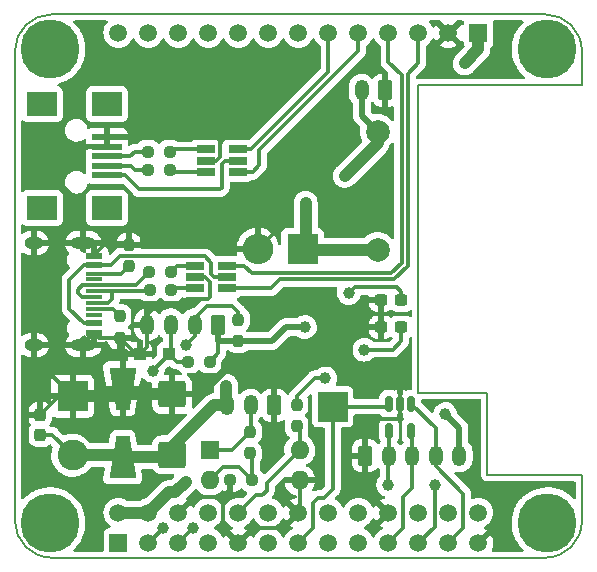
<source format=gbr>
G04 #@! TF.GenerationSoftware,KiCad,Pcbnew,6.0.5*
G04 #@! TF.CreationDate,2022-09-29T12:45:26+03:00*
G04 #@! TF.ProjectId,opi-hat,6f70692d-6861-4742-9e6b-696361645f70,rev?*
G04 #@! TF.SameCoordinates,Original*
G04 #@! TF.FileFunction,Copper,L2,Bot*
G04 #@! TF.FilePolarity,Positive*
%FSLAX46Y46*%
G04 Gerber Fmt 4.6, Leading zero omitted, Abs format (unit mm)*
G04 Created by KiCad (PCBNEW 6.0.5) date 2022-09-29 12:45:26*
%MOMM*%
%LPD*%
G01*
G04 APERTURE LIST*
G04 Aperture macros list*
%AMRoundRect*
0 Rectangle with rounded corners*
0 $1 Rounding radius*
0 $2 $3 $4 $5 $6 $7 $8 $9 X,Y pos of 4 corners*
0 Add a 4 corners polygon primitive as box body*
4,1,4,$2,$3,$4,$5,$6,$7,$8,$9,$2,$3,0*
0 Add four circle primitives for the rounded corners*
1,1,$1+$1,$2,$3*
1,1,$1+$1,$4,$5*
1,1,$1+$1,$6,$7*
1,1,$1+$1,$8,$9*
0 Add four rect primitives between the rounded corners*
20,1,$1+$1,$2,$3,$4,$5,0*
20,1,$1+$1,$4,$5,$6,$7,0*
20,1,$1+$1,$6,$7,$8,$9,0*
20,1,$1+$1,$8,$9,$2,$3,0*%
%AMOutline4P*
0 Free polygon, 4 corners , with rotation*
0 The origin of the aperture is its center*
0 number of corners: always 4*
0 $1 to $8 corner X, Y*
0 $9 Rotation angle, in degrees counterclockwise*
0 create outline with 4 corners*
4,1,4,$1,$2,$3,$4,$5,$6,$7,$8,$1,$2,$9*%
G04 Aperture macros list end*
G04 #@! TA.AperFunction,Profile*
%ADD10C,0.127000*%
G04 #@! TD*
G04 #@! TA.AperFunction,WasherPad*
%ADD11C,5.000000*%
G04 #@! TD*
G04 #@! TA.AperFunction,ComponentPad*
%ADD12R,1.508000X1.508000*%
G04 #@! TD*
G04 #@! TA.AperFunction,ComponentPad*
%ADD13C,1.508000*%
G04 #@! TD*
G04 #@! TA.AperFunction,ComponentPad*
%ADD14RoundRect,0.250000X0.350000X0.625000X-0.350000X0.625000X-0.350000X-0.625000X0.350000X-0.625000X0*%
G04 #@! TD*
G04 #@! TA.AperFunction,ComponentPad*
%ADD15O,1.200000X1.750000*%
G04 #@! TD*
G04 #@! TA.AperFunction,ComponentPad*
%ADD16R,2.600000X2.600000*%
G04 #@! TD*
G04 #@! TA.AperFunction,ComponentPad*
%ADD17O,2.600000X2.600000*%
G04 #@! TD*
G04 #@! TA.AperFunction,ComponentPad*
%ADD18RoundRect,0.250000X-0.350000X-0.625000X0.350000X-0.625000X0.350000X0.625000X-0.350000X0.625000X0*%
G04 #@! TD*
G04 #@! TA.AperFunction,ComponentPad*
%ADD19C,2.600000*%
G04 #@! TD*
G04 #@! TA.AperFunction,ComponentPad*
%ADD20C,2.000000*%
G04 #@! TD*
G04 #@! TA.AperFunction,ComponentPad*
%ADD21R,1.600000X1.600000*%
G04 #@! TD*
G04 #@! TA.AperFunction,ComponentPad*
%ADD22O,1.600000X1.600000*%
G04 #@! TD*
G04 #@! TA.AperFunction,ComponentPad*
%ADD23R,2.500000X2.500000*%
G04 #@! TD*
G04 #@! TA.AperFunction,SMDPad,CuDef*
%ADD24RoundRect,0.237500X0.237500X-0.300000X0.237500X0.300000X-0.237500X0.300000X-0.237500X-0.300000X0*%
G04 #@! TD*
G04 #@! TA.AperFunction,SMDPad,CuDef*
%ADD25RoundRect,0.237500X-0.237500X0.250000X-0.237500X-0.250000X0.237500X-0.250000X0.237500X0.250000X0*%
G04 #@! TD*
G04 #@! TA.AperFunction,SMDPad,CuDef*
%ADD26R,1.560000X0.650000*%
G04 #@! TD*
G04 #@! TA.AperFunction,SMDPad,CuDef*
%ADD27RoundRect,0.237500X-0.250000X-0.237500X0.250000X-0.237500X0.250000X0.237500X-0.250000X0.237500X0*%
G04 #@! TD*
G04 #@! TA.AperFunction,SMDPad,CuDef*
%ADD28RoundRect,0.237500X0.300000X0.237500X-0.300000X0.237500X-0.300000X-0.237500X0.300000X-0.237500X0*%
G04 #@! TD*
G04 #@! TA.AperFunction,SMDPad,CuDef*
%ADD29RoundRect,0.237500X0.250000X0.237500X-0.250000X0.237500X-0.250000X-0.237500X0.250000X-0.237500X0*%
G04 #@! TD*
G04 #@! TA.AperFunction,SMDPad,CuDef*
%ADD30R,2.500000X0.500000*%
G04 #@! TD*
G04 #@! TA.AperFunction,SMDPad,CuDef*
%ADD31R,2.500000X2.000000*%
G04 #@! TD*
G04 #@! TA.AperFunction,SMDPad,CuDef*
%ADD32RoundRect,0.237500X0.237500X-0.250000X0.237500X0.250000X-0.237500X0.250000X-0.237500X-0.250000X0*%
G04 #@! TD*
G04 #@! TA.AperFunction,SMDPad,CuDef*
%ADD33Outline4P,-1.800000X-1.150000X1.800000X-0.550000X1.800000X0.550000X-1.800000X1.150000X90.000000*%
G04 #@! TD*
G04 #@! TA.AperFunction,SMDPad,CuDef*
%ADD34Outline4P,-1.800000X-1.150000X1.800000X-0.550000X1.800000X0.550000X-1.800000X1.150000X270.000000*%
G04 #@! TD*
G04 #@! TA.AperFunction,SMDPad,CuDef*
%ADD35R,1.450000X0.600000*%
G04 #@! TD*
G04 #@! TA.AperFunction,SMDPad,CuDef*
%ADD36R,1.450000X0.300000*%
G04 #@! TD*
G04 #@! TA.AperFunction,ComponentPad*
%ADD37O,1.600000X1.000000*%
G04 #@! TD*
G04 #@! TA.AperFunction,ComponentPad*
%ADD38O,2.100000X1.000000*%
G04 #@! TD*
G04 #@! TA.AperFunction,SMDPad,CuDef*
%ADD39RoundRect,0.150000X-0.150000X0.512500X-0.150000X-0.512500X0.150000X-0.512500X0.150000X0.512500X0*%
G04 #@! TD*
G04 #@! TA.AperFunction,SMDPad,CuDef*
%ADD40R,1.000000X1.000000*%
G04 #@! TD*
G04 #@! TA.AperFunction,SMDPad,CuDef*
%ADD41RoundRect,0.250000X0.925000X-0.875000X0.925000X0.875000X-0.925000X0.875000X-0.925000X-0.875000X0*%
G04 #@! TD*
G04 #@! TA.AperFunction,ViaPad*
%ADD42C,1.000000*%
G04 #@! TD*
G04 #@! TA.AperFunction,Conductor*
%ADD43C,0.300000*%
G04 #@! TD*
G04 #@! TA.AperFunction,Conductor*
%ADD44C,1.000000*%
G04 #@! TD*
G04 #@! TA.AperFunction,Conductor*
%ADD45C,0.500000*%
G04 #@! TD*
G04 APERTURE END LIST*
D10*
X126581299Y-51486900D02*
X84781300Y-51486900D01*
X129681299Y-57501509D02*
X129681299Y-54586900D01*
X81681300Y-54586900D02*
X81681300Y-94386900D01*
X129681299Y-57501509D02*
X115841253Y-57501509D01*
X115841253Y-57501509D02*
X115841253Y-83536509D01*
X115841253Y-83536509D02*
X121683253Y-83536509D01*
X121683253Y-90521509D02*
X129684253Y-90521509D01*
X129684253Y-90521509D02*
X129684253Y-94382309D01*
X84781300Y-97486899D02*
X126581299Y-97486899D01*
X121683253Y-83536509D02*
X121683253Y-90521509D01*
X126581299Y-97486894D02*
G75*
G03*
X129681298Y-94386900I4J3099995D01*
G01*
X81681300Y-94386900D02*
G75*
G03*
X84781300Y-97486900I3100000J0D01*
G01*
X84781300Y-51486900D02*
G75*
G03*
X81681300Y-54586900I0J-3100000D01*
G01*
X129681302Y-54586900D02*
G75*
G03*
X126581299Y-51486900I-3099999J1D01*
G01*
D11*
X126736709Y-54431488D03*
X126736709Y-94542406D03*
X84625794Y-54431488D03*
X84625794Y-94542406D03*
D12*
X90441253Y-96236509D03*
D13*
X90441253Y-93696509D03*
X92981253Y-96236509D03*
X92981253Y-93696509D03*
X95521253Y-96236509D03*
X95521253Y-93696509D03*
X98061253Y-96236509D03*
X98061253Y-93696509D03*
X100601253Y-96236509D03*
X100601253Y-93696509D03*
X103141253Y-96236509D03*
X103141253Y-93696509D03*
X105681253Y-96236509D03*
X105681253Y-93696509D03*
X108221253Y-96236509D03*
X108221253Y-93696509D03*
X110761253Y-96236509D03*
X110761253Y-93696509D03*
X113301253Y-96236509D03*
X113301253Y-93696509D03*
X115841253Y-96236509D03*
X115841253Y-93696509D03*
X118381253Y-96236509D03*
X118381253Y-93696509D03*
X120921253Y-96236509D03*
X120921253Y-93696509D03*
D12*
X120921253Y-53056509D03*
D13*
X118381253Y-53056509D03*
X115841253Y-53056509D03*
X113301253Y-53056509D03*
X110761253Y-53056509D03*
X108221253Y-53056509D03*
X105681253Y-53056509D03*
X103141253Y-53056509D03*
X100601253Y-53056509D03*
X98061253Y-53056509D03*
X95521253Y-53056509D03*
X92981253Y-53056509D03*
X90441253Y-53056509D03*
D14*
X113030000Y-57912000D03*
D15*
X111030000Y-57912000D03*
D16*
X106045000Y-71374000D03*
D17*
X102235000Y-71374000D03*
D18*
X111316000Y-88858000D03*
D15*
X113316000Y-88858000D03*
X115316000Y-88858000D03*
X117316000Y-88858000D03*
X119316000Y-88858000D03*
D16*
X86563000Y-83820000D03*
D19*
X86563000Y-88820000D03*
D20*
X112395000Y-61421000D03*
X112395000Y-71421000D03*
D21*
X98171000Y-88392000D03*
D22*
X98171000Y-90932000D03*
X105791000Y-90932000D03*
X105791000Y-88392000D03*
D23*
X108585000Y-84709000D03*
D14*
X103632000Y-84582000D03*
D15*
X101632000Y-84582000D03*
X99632000Y-84582000D03*
D14*
X98885000Y-77766000D03*
D15*
X96885000Y-77766000D03*
X94885000Y-77766000D03*
X92885000Y-77766000D03*
D24*
X83820000Y-87095500D03*
X83820000Y-85370500D03*
D25*
X100584000Y-77343000D03*
X100584000Y-79168000D03*
D26*
X96901000Y-74671000D03*
X96901000Y-73721000D03*
X96901000Y-72771000D03*
X99601000Y-72771000D03*
X99601000Y-73721000D03*
X99601000Y-74671000D03*
D27*
X92940500Y-63119000D03*
X94765500Y-63119000D03*
D28*
X114400500Y-77978000D03*
X112675500Y-77978000D03*
D27*
X93091000Y-74803000D03*
X94916000Y-74803000D03*
X92940500Y-64643000D03*
X94765500Y-64643000D03*
D29*
X101750500Y-90932000D03*
X99925500Y-90932000D03*
D30*
X89477000Y-65100000D03*
X89477000Y-64300000D03*
X89477000Y-63500000D03*
X89477000Y-62700000D03*
X89477000Y-61900000D03*
D31*
X83977000Y-59100000D03*
X83977000Y-67900000D03*
X89477000Y-67900000D03*
X89477000Y-59100000D03*
D32*
X91313000Y-72818000D03*
X91313000Y-70993000D03*
D27*
X96346000Y-80899000D03*
X98171000Y-80899000D03*
D25*
X90551000Y-77042000D03*
X90551000Y-78867000D03*
D26*
X97837000Y-64831000D03*
X97837000Y-63881000D03*
X97837000Y-62931000D03*
X100537000Y-62931000D03*
X100537000Y-63881000D03*
X100537000Y-64831000D03*
D28*
X114400500Y-75692000D03*
X112675500Y-75692000D03*
D27*
X93044000Y-73279000D03*
X94869000Y-73279000D03*
D25*
X105537000Y-84535000D03*
X105537000Y-86360000D03*
D33*
X90805000Y-88985000D03*
D34*
X90805000Y-83185000D03*
D35*
X88373000Y-78434000D03*
X88373000Y-77634000D03*
D36*
X88373000Y-76434000D03*
X88373000Y-75434000D03*
X88373000Y-74934000D03*
X88373000Y-73934000D03*
D35*
X88373000Y-72734000D03*
X88373000Y-71934000D03*
X88373000Y-71934000D03*
X88373000Y-72734000D03*
D36*
X88373000Y-73434000D03*
X88373000Y-74434000D03*
X88373000Y-75934000D03*
X88373000Y-76934000D03*
D35*
X88373000Y-77634000D03*
X88373000Y-78434000D03*
D37*
X83278000Y-79504000D03*
D38*
X87458000Y-79504000D03*
X87458000Y-70864000D03*
D37*
X83278000Y-70864000D03*
D39*
X113350000Y-84460500D03*
X114300000Y-84460500D03*
X115250000Y-84460500D03*
X115250000Y-86735500D03*
X113350000Y-86735500D03*
D25*
X101600000Y-86844500D03*
X101600000Y-88669500D03*
D40*
X94742000Y-80264000D03*
X92242000Y-80264000D03*
D41*
X94996000Y-88773000D03*
X94996000Y-83673000D03*
D42*
X109931200Y-75082400D03*
X99568000Y-82931000D03*
X105410000Y-80391000D03*
X107442000Y-90932000D03*
X110536744Y-90932000D03*
X97663000Y-70739000D03*
X84328000Y-81407000D03*
X114300000Y-82423000D03*
X119761000Y-55626000D03*
X109601000Y-65151000D03*
X96139000Y-91059000D03*
X107950000Y-82296000D03*
X106222800Y-77978000D03*
X118110000Y-85344000D03*
X111252000Y-79883000D03*
X93345000Y-81661000D03*
X94234000Y-94996000D03*
X96774000Y-94996000D03*
X96139000Y-79502000D03*
X117221000Y-91313000D03*
X113284000Y-91313000D03*
X106299000Y-67437000D03*
D43*
X114400500Y-74979700D02*
X113995200Y-74574400D01*
X114400500Y-75692000D02*
X114400500Y-74979700D01*
X113995200Y-74574400D02*
X110439200Y-74574400D01*
X110439200Y-74574400D02*
X109931200Y-75082400D01*
D44*
X86563000Y-88820000D02*
X90640000Y-88820000D01*
X90640000Y-88820000D02*
X90805000Y-88985000D01*
X98552000Y-84582000D02*
X99632000Y-84582000D01*
X90805000Y-88985000D02*
X94784000Y-88985000D01*
X99568000Y-82931000D02*
X99568000Y-84518000D01*
D43*
X84838500Y-87095500D02*
X83820000Y-87095500D01*
D44*
X99568000Y-84518000D02*
X99632000Y-84582000D01*
X94784000Y-88985000D02*
X94996000Y-88773000D01*
X94996000Y-88138000D02*
X98552000Y-84582000D01*
X94996000Y-88773000D02*
X94996000Y-88138000D01*
D43*
X86563000Y-88820000D02*
X84838500Y-87095500D01*
X103632000Y-82677000D02*
X103632000Y-84582000D01*
X90805000Y-79121000D02*
X90805000Y-83185000D01*
X112522000Y-56134000D02*
X113030000Y-56642000D01*
X90551000Y-78867000D02*
X88806000Y-78867000D01*
X92885000Y-76914000D02*
X93726000Y-76073000D01*
X94996000Y-83673000D02*
X97624598Y-83673000D01*
X90551000Y-78867000D02*
X90805000Y-79121000D01*
X100144598Y-81153000D02*
X100925000Y-81153000D01*
X100601253Y-96236509D02*
X101841762Y-94996000D01*
X85636000Y-62700000D02*
X85217000Y-63119000D01*
D44*
X90170000Y-83820000D02*
X90805000Y-83185000D01*
D43*
X96888762Y-92329000D02*
X99314000Y-92329000D01*
X96901000Y-73721000D02*
X97755022Y-73721000D01*
D44*
X94996000Y-83673000D02*
X91293000Y-83673000D01*
D43*
X89477000Y-61900000D02*
X98730000Y-61900000D01*
X113030000Y-81153000D02*
X114300000Y-82423000D01*
X98044000Y-75565000D02*
X98186511Y-75422489D01*
X99314000Y-92329000D02*
X99925500Y-91717500D01*
X93726000Y-76073000D02*
X95758000Y-76073000D01*
X96266000Y-75565000D02*
X98044000Y-75565000D01*
X83278000Y-79504000D02*
X87458000Y-79504000D01*
X104381762Y-94996000D02*
X105681253Y-93696509D01*
X107442000Y-90932000D02*
X105791000Y-90932000D01*
X95758000Y-76073000D02*
X96266000Y-75565000D01*
X89477000Y-61900000D02*
X89477000Y-62700000D01*
X110490000Y-56134000D02*
X112522000Y-56134000D01*
X84328000Y-81585000D02*
X86563000Y-83820000D01*
X87458000Y-79349000D02*
X88373000Y-78434000D01*
D44*
X86563000Y-83820000D02*
X90170000Y-83820000D01*
D43*
X104013000Y-69596000D02*
X104013000Y-68834000D01*
X95521253Y-93696509D02*
X96888762Y-92329000D01*
X109093000Y-81153000D02*
X110109000Y-81153000D01*
X102108000Y-81153000D02*
X105410000Y-81153000D01*
X110109000Y-81153000D02*
X113030000Y-81153000D01*
X89410000Y-70864000D02*
X91184000Y-70864000D01*
X83278000Y-79504000D02*
X83278000Y-70864000D01*
X104013000Y-62611000D02*
X110490000Y-56134000D01*
X85217000Y-65532000D02*
X87458000Y-67773000D01*
X84328000Y-81407000D02*
X84328000Y-81585000D01*
X112675500Y-77978000D02*
X111506000Y-77978000D01*
X114300000Y-85594960D02*
X114171480Y-85723480D01*
X98186511Y-74152489D02*
X98186511Y-75422489D01*
X87458000Y-79504000D02*
X87458000Y-79349000D01*
D44*
X91293000Y-83673000D02*
X90805000Y-83185000D01*
D43*
X101841762Y-94996000D02*
X104381762Y-94996000D01*
X111316000Y-88858000D02*
X111316000Y-90152744D01*
X85217000Y-63119000D02*
X85217000Y-65532000D01*
X105791000Y-90932000D02*
X105791000Y-93586762D01*
X99060000Y-62230000D02*
X99060000Y-63555572D01*
X111316000Y-86296000D02*
X111888520Y-85723480D01*
X87458000Y-70864000D02*
X89410000Y-70864000D01*
X114300000Y-84460500D02*
X114300000Y-82423000D01*
X99314000Y-94949256D02*
X99314000Y-92329000D01*
X105410000Y-80391000D02*
X105410000Y-81153000D01*
X99925500Y-91717500D02*
X99925500Y-90932000D01*
X110109000Y-79375000D02*
X110109000Y-81153000D01*
X89477000Y-62700000D02*
X85636000Y-62700000D01*
X88806000Y-78867000D02*
X88373000Y-78434000D01*
X85370500Y-83820000D02*
X83820000Y-85370500D01*
X100925000Y-81153000D02*
X102108000Y-81153000D01*
X102235000Y-71374000D02*
X104013000Y-69596000D01*
X92885000Y-77766000D02*
X92885000Y-79621000D01*
X105791000Y-93586762D02*
X105681253Y-93696509D01*
X91184000Y-70864000D02*
X91313000Y-70993000D01*
X98730000Y-61900000D02*
X99060000Y-62230000D01*
X113301253Y-93696509D02*
X110536744Y-90932000D01*
X88373000Y-71901000D02*
X89410000Y-70864000D01*
X111888520Y-85723480D02*
X114171480Y-85723480D01*
X91948000Y-80264000D02*
X90551000Y-78867000D01*
X92242000Y-80264000D02*
X91948000Y-80264000D01*
X97624598Y-83673000D02*
X100144598Y-81153000D01*
X104013000Y-68834000D02*
X99568000Y-68834000D01*
X102108000Y-81153000D02*
X103632000Y-82677000D01*
X114300000Y-84460500D02*
X114300000Y-85594960D01*
X83278000Y-70864000D02*
X87458000Y-70864000D01*
X100601253Y-96236509D02*
X99314000Y-94949256D01*
X104013000Y-68834000D02*
X104013000Y-62611000D01*
X98734572Y-63881000D02*
X97837000Y-63881000D01*
X111316000Y-90152744D02*
X110536744Y-90932000D01*
X105410000Y-81153000D02*
X109093000Y-81153000D01*
X99060000Y-63555572D02*
X98734572Y-63881000D01*
X88373000Y-71934000D02*
X88373000Y-71901000D01*
X111316000Y-88858000D02*
X111316000Y-86296000D01*
X99568000Y-68834000D02*
X97663000Y-70739000D01*
X92885000Y-77766000D02*
X92885000Y-76914000D01*
X112675500Y-75692000D02*
X112675500Y-77978000D01*
X86563000Y-83820000D02*
X85370500Y-83820000D01*
X92885000Y-79621000D02*
X92242000Y-80264000D01*
X97755022Y-73721000D02*
X98186511Y-74152489D01*
X87458000Y-67773000D02*
X87458000Y-70864000D01*
X113030000Y-56642000D02*
X113030000Y-57912000D01*
X111506000Y-77978000D02*
X110109000Y-79375000D01*
D44*
X112395000Y-62357000D02*
X109601000Y-65151000D01*
X120921253Y-54465747D02*
X119761000Y-55626000D01*
D45*
X111030000Y-57912000D02*
X111030000Y-60056000D01*
X111030000Y-60056000D02*
X112395000Y-61421000D01*
D44*
X92981253Y-93696509D02*
X90441253Y-93696509D01*
X95250000Y-91948000D02*
X94729762Y-91948000D01*
X96139000Y-91059000D02*
X95250000Y-91948000D01*
X120921253Y-53056509D02*
X120921253Y-54465747D01*
X94729762Y-91948000D02*
X92981253Y-93696509D01*
X112395000Y-61421000D02*
X112395000Y-62357000D01*
D45*
X119316000Y-88858000D02*
X119316000Y-86550000D01*
X100584000Y-79168000D02*
X103407200Y-79168000D01*
X98886000Y-79168000D02*
X98886000Y-77767000D01*
D43*
X98886000Y-79168000D02*
X98885000Y-79169000D01*
X113665000Y-79883000D02*
X111252000Y-79883000D01*
X98885000Y-80185000D02*
X98171000Y-80899000D01*
D45*
X104597200Y-77978000D02*
X106222800Y-77978000D01*
D43*
X114400500Y-77978000D02*
X114400500Y-79147500D01*
X105537000Y-84535000D02*
X105537000Y-83820000D01*
X98886000Y-77767000D02*
X98885000Y-77766000D01*
D45*
X100584000Y-79168000D02*
X98886000Y-79168000D01*
D43*
X98885000Y-79169000D02*
X98885000Y-80185000D01*
D45*
X119316000Y-86550000D02*
X118110000Y-85344000D01*
D43*
X107061000Y-82296000D02*
X107950000Y-82296000D01*
X105537000Y-83820000D02*
X107061000Y-82296000D01*
D45*
X103407200Y-79168000D02*
X104597200Y-77978000D01*
D43*
X114400500Y-79147500D02*
X113665000Y-79883000D01*
X92993491Y-96236509D02*
X94234000Y-94996000D01*
X94885000Y-80121000D02*
X94742000Y-80264000D01*
X94885000Y-77766000D02*
X94885000Y-80121000D01*
X93345000Y-81661000D02*
X94742000Y-80264000D01*
X92981253Y-96236509D02*
X92993491Y-96236509D01*
X96346000Y-80899000D02*
X95377000Y-80899000D01*
X95377000Y-80899000D02*
X94742000Y-80264000D01*
X96885000Y-77232000D02*
X97917000Y-76200000D01*
X100584000Y-76708000D02*
X100584000Y-77343000D01*
X96774000Y-94996000D02*
X96761762Y-94996000D01*
X96761762Y-94996000D02*
X95521253Y-96236509D01*
X96885000Y-77766000D02*
X96885000Y-78756000D01*
X96885000Y-78756000D02*
X96139000Y-79502000D01*
X97917000Y-76200000D02*
X100076000Y-76200000D01*
X96885000Y-77766000D02*
X96885000Y-77232000D01*
X100076000Y-76200000D02*
X100584000Y-76708000D01*
X107823000Y-92456000D02*
X107315000Y-92456000D01*
X106934000Y-92837000D02*
X106934000Y-94983762D01*
X113101500Y-84709000D02*
X108585000Y-84709000D01*
X106934000Y-92837000D02*
X107315000Y-92456000D01*
X108585000Y-84709000D02*
X108585000Y-91694000D01*
X108585000Y-91694000D02*
X107823000Y-92456000D01*
X113350000Y-84460500D02*
X113101500Y-84709000D01*
X106934000Y-94983762D02*
X105681253Y-96236509D01*
X117316000Y-86526500D02*
X115250000Y-84460500D01*
X117316000Y-89757000D02*
X119634000Y-92075000D01*
X119634000Y-94983762D02*
X118381253Y-96236509D01*
X117316000Y-88858000D02*
X117316000Y-86526500D01*
X117316000Y-88858000D02*
X117316000Y-89757000D01*
X119634000Y-92075000D02*
X119634000Y-94983762D01*
X115316000Y-88858000D02*
X115316000Y-86801500D01*
X114554000Y-92329000D02*
X114554000Y-94983762D01*
X115316000Y-86801500D02*
X115250000Y-86735500D01*
X114554000Y-94983762D02*
X113301253Y-96236509D01*
X115316000Y-88858000D02*
X115316000Y-91567000D01*
X115316000Y-91567000D02*
X114554000Y-92329000D01*
X113350000Y-88824000D02*
X113316000Y-88858000D01*
X115841253Y-96236509D02*
X117221000Y-94856762D01*
X117221000Y-94856762D02*
X117221000Y-91694000D01*
X113284000Y-91313000D02*
X113284000Y-88890000D01*
X113284000Y-88890000D02*
X113316000Y-88858000D01*
X117221000Y-91694000D02*
X117221000Y-91313000D01*
X113350000Y-86735500D02*
X113350000Y-88824000D01*
D44*
X106299000Y-67437000D02*
X106299000Y-71120000D01*
X112395000Y-71421000D02*
X106092000Y-71421000D01*
X106092000Y-71421000D02*
X106045000Y-71374000D01*
X106299000Y-71120000D02*
X106045000Y-71374000D01*
D43*
X101632000Y-84582000D02*
X101632000Y-86812500D01*
X101632000Y-86812500D02*
X101600000Y-86844500D01*
X100052500Y-88392000D02*
X98171000Y-88392000D01*
X101600000Y-86844500D02*
X100052500Y-88392000D01*
X88373000Y-76434000D02*
X89943000Y-76434000D01*
X89943000Y-76434000D02*
X90551000Y-77042000D01*
X114427000Y-72517000D02*
X113538000Y-73406000D01*
X99601000Y-72771000D02*
X101092000Y-72771000D01*
X101727000Y-73406000D02*
X113538000Y-73406000D01*
X113301253Y-55516253D02*
X114427000Y-56642000D01*
X113301253Y-53056509D02*
X113301253Y-55516253D01*
X101092000Y-72771000D02*
X101727000Y-73406000D01*
X114427000Y-56642000D02*
X114427000Y-72517000D01*
X113792000Y-73914000D02*
X104140000Y-73914000D01*
X115841253Y-55608747D02*
X114935000Y-56515000D01*
X114935000Y-56515000D02*
X114935000Y-72771000D01*
X103383000Y-74671000D02*
X104140000Y-73914000D01*
X99601000Y-74671000D02*
X103383000Y-74671000D01*
X114935000Y-72771000D02*
X113792000Y-73914000D01*
X115841253Y-53056509D02*
X115841253Y-55608747D01*
X88373000Y-73434000D02*
X90697000Y-73434000D01*
X90697000Y-73434000D02*
X91313000Y-72818000D01*
X101793000Y-64831000D02*
X100537000Y-64831000D01*
X110761253Y-54592747D02*
X102362000Y-62992000D01*
X102362000Y-64262000D02*
X101793000Y-64831000D01*
X102362000Y-62992000D02*
X102362000Y-64262000D01*
X110761253Y-53056509D02*
X110761253Y-54592747D01*
X108221253Y-56370747D02*
X108221253Y-53056509D01*
X100537000Y-62931000D02*
X101661000Y-62931000D01*
X101661000Y-62931000D02*
X108221253Y-56370747D01*
X100607500Y-89789000D02*
X101750500Y-90932000D01*
X99314000Y-89789000D02*
X100607500Y-89789000D01*
X101750500Y-88820000D02*
X101600000Y-88669500D01*
X101750500Y-90932000D02*
X101750500Y-88820000D01*
X98171000Y-90932000D02*
X99314000Y-89789000D01*
X102997000Y-91186000D02*
X105791000Y-88392000D01*
X102095762Y-92202000D02*
X102616000Y-92202000D01*
X102997000Y-91821000D02*
X102997000Y-91186000D01*
X102616000Y-92202000D02*
X102997000Y-91821000D01*
X105791000Y-88392000D02*
X105791000Y-86614000D01*
X105791000Y-86614000D02*
X105537000Y-86360000D01*
X100601253Y-93696509D02*
X102095762Y-92202000D01*
X96901000Y-72771000D02*
X95377000Y-72771000D01*
X95377000Y-72771000D02*
X94869000Y-73279000D01*
X96901000Y-74671000D02*
X95048000Y-74671000D01*
X95048000Y-74671000D02*
X94916000Y-74803000D01*
X88373000Y-72734000D02*
X89826000Y-72734000D01*
X87512629Y-77634000D02*
X88373000Y-77634000D01*
X86282814Y-76404186D02*
X87512629Y-77634000D01*
X98298000Y-72517000D02*
X98298000Y-73498000D01*
X88373000Y-72734000D02*
X87512629Y-72734000D01*
X98521000Y-73721000D02*
X99601000Y-73721000D01*
X89826000Y-72734000D02*
X90579020Y-71980980D01*
X98298000Y-73498000D02*
X98521000Y-73721000D01*
X87512629Y-72734000D02*
X86282814Y-73963814D01*
X97761980Y-71980980D02*
X98298000Y-72517000D01*
X90579020Y-71980980D02*
X97761980Y-71980980D01*
X86282814Y-73963814D02*
X86282814Y-76404186D01*
X87364000Y-74434000D02*
X86995000Y-74803000D01*
X88373000Y-74434000D02*
X91889000Y-74434000D01*
X88373000Y-74434000D02*
X87364000Y-74434000D01*
X86995000Y-74803000D02*
X86995000Y-75057000D01*
X87372000Y-75434000D02*
X88373000Y-75434000D01*
X86995000Y-75057000D02*
X87372000Y-75434000D01*
X91889000Y-74434000D02*
X93044000Y-73279000D01*
X92960000Y-74934000D02*
X93091000Y-74803000D01*
X89920000Y-75561000D02*
X89920000Y-74934000D01*
X88373000Y-74934000D02*
X89920000Y-74934000D01*
X88373000Y-75934000D02*
X89547000Y-75934000D01*
X89920000Y-74934000D02*
X92960000Y-74934000D01*
X89547000Y-75934000D02*
X89920000Y-75561000D01*
X91008000Y-65100000D02*
X92202000Y-66294000D01*
X99187000Y-64135000D02*
X99441000Y-63881000D01*
X89477000Y-65100000D02*
X91008000Y-65100000D01*
X92202000Y-66294000D02*
X99060000Y-66294000D01*
X99060000Y-66294000D02*
X99187000Y-66167000D01*
X99187000Y-66167000D02*
X99187000Y-64135000D01*
X99441000Y-63881000D02*
X100537000Y-63881000D01*
X91478000Y-64300000D02*
X91821000Y-64643000D01*
X91821000Y-64643000D02*
X92940500Y-64643000D01*
X89477000Y-64300000D02*
X91478000Y-64300000D01*
X91821000Y-63119000D02*
X91440000Y-63500000D01*
X91440000Y-63500000D02*
X89477000Y-63500000D01*
X92940500Y-63119000D02*
X91821000Y-63119000D01*
X94953500Y-64831000D02*
X94765500Y-64643000D01*
X97837000Y-64831000D02*
X94953500Y-64831000D01*
X97837000Y-62931000D02*
X94953500Y-62931000D01*
X94953500Y-62931000D02*
X94765500Y-63119000D01*
G04 #@! TA.AperFunction,Conductor*
G36*
X121116874Y-84065011D02*
G01*
X121163367Y-84118667D01*
X121174753Y-84171009D01*
X121174753Y-90512886D01*
X121174751Y-90513656D01*
X121174277Y-90591230D01*
X121176744Y-90599861D01*
X121182403Y-90619662D01*
X121185981Y-90636424D01*
X121190173Y-90665696D01*
X121193887Y-90673864D01*
X121193887Y-90673865D01*
X121200801Y-90689071D01*
X121207249Y-90706595D01*
X121214304Y-90731280D01*
X121219096Y-90738874D01*
X121219097Y-90738877D01*
X121230083Y-90756289D01*
X121238222Y-90771372D01*
X121250461Y-90798291D01*
X121256322Y-90805093D01*
X121267223Y-90817744D01*
X121278326Y-90832748D01*
X121292029Y-90854467D01*
X121298754Y-90860406D01*
X121298757Y-90860410D01*
X121314191Y-90874041D01*
X121326235Y-90886233D01*
X121339680Y-90901836D01*
X121339683Y-90901838D01*
X121345540Y-90908636D01*
X121353069Y-90913516D01*
X121353070Y-90913517D01*
X121367088Y-90922603D01*
X121381962Y-90933894D01*
X121393194Y-90943813D01*
X121401204Y-90950887D01*
X121427964Y-90963451D01*
X121442944Y-90971772D01*
X121460236Y-90982980D01*
X121460241Y-90982982D01*
X121467768Y-90987861D01*
X121476361Y-90990431D01*
X121476366Y-90990433D01*
X121492373Y-90995220D01*
X121509817Y-91001881D01*
X121524929Y-91008976D01*
X121524931Y-91008977D01*
X121533053Y-91012790D01*
X121541920Y-91014171D01*
X121541921Y-91014171D01*
X121551563Y-91015672D01*
X121562270Y-91017339D01*
X121578985Y-91021122D01*
X121598719Y-91027024D01*
X121598725Y-91027025D01*
X121607319Y-91029595D01*
X121616290Y-91029650D01*
X121616291Y-91029650D01*
X121626350Y-91029711D01*
X121641759Y-91029805D01*
X121642542Y-91029838D01*
X121643639Y-91030009D01*
X121674630Y-91030009D01*
X121675400Y-91030011D01*
X121749038Y-91030461D01*
X121749039Y-91030461D01*
X121752974Y-91030485D01*
X121754318Y-91030101D01*
X121755663Y-91030009D01*
X129049753Y-91030009D01*
X129117874Y-91050011D01*
X129164367Y-91103667D01*
X129175753Y-91156009D01*
X129175753Y-92426711D01*
X129155751Y-92494832D01*
X129102095Y-92541325D01*
X129031821Y-92551429D01*
X128967241Y-92521935D01*
X128957453Y-92512482D01*
X128929476Y-92482375D01*
X128822551Y-92367310D01*
X128558728Y-92141984D01*
X128541390Y-92130333D01*
X128473425Y-92084663D01*
X128270756Y-91948475D01*
X128243295Y-91934301D01*
X127965670Y-91791008D01*
X127962450Y-91789346D01*
X127637898Y-91666708D01*
X127634377Y-91665824D01*
X127634372Y-91665822D01*
X127434388Y-91615590D01*
X127301401Y-91582186D01*
X127279185Y-91579261D01*
X126961024Y-91537374D01*
X126961016Y-91537373D01*
X126957420Y-91536900D01*
X126812754Y-91534627D01*
X126614155Y-91531507D01*
X126614151Y-91531507D01*
X126610513Y-91531450D01*
X126606899Y-91531811D01*
X126606893Y-91531811D01*
X126377728Y-91554685D01*
X126265278Y-91565909D01*
X125926292Y-91639820D01*
X125922865Y-91640993D01*
X125922859Y-91640995D01*
X125607289Y-91749039D01*
X125598048Y-91752203D01*
X125284897Y-91901569D01*
X125281818Y-91903500D01*
X125281817Y-91903501D01*
X125232718Y-91934301D01*
X124990988Y-92085938D01*
X124988152Y-92088210D01*
X124988145Y-92088215D01*
X124792685Y-92244808D01*
X124720218Y-92302865D01*
X124623435Y-92400667D01*
X124503864Y-92521497D01*
X124476175Y-92549477D01*
X124473934Y-92552335D01*
X124267076Y-92816152D01*
X124262095Y-92822504D01*
X124260202Y-92825593D01*
X124260200Y-92825596D01*
X124213942Y-92901082D01*
X124080814Y-93118327D01*
X124079289Y-93121612D01*
X124079287Y-93121616D01*
X124040214Y-93205792D01*
X123934736Y-93433026D01*
X123904295Y-93525072D01*
X123833035Y-93740541D01*
X123825796Y-93762429D01*
X123755439Y-94102170D01*
X123747381Y-94192463D01*
X123730206Y-94384905D01*
X123724597Y-94447747D01*
X123724692Y-94451377D01*
X123724692Y-94451378D01*
X123733436Y-94785306D01*
X123733679Y-94794577D01*
X123782565Y-95138066D01*
X123870606Y-95473659D01*
X123996636Y-95796909D01*
X123998333Y-95800114D01*
X124131822Y-96052231D01*
X124158984Y-96103532D01*
X124161034Y-96106515D01*
X124161036Y-96106518D01*
X124353442Y-96386470D01*
X124353448Y-96386477D01*
X124355499Y-96389462D01*
X124583575Y-96650911D01*
X124614301Y-96678869D01*
X124702589Y-96759205D01*
X124739512Y-96819846D01*
X124737789Y-96890821D01*
X124697967Y-96949598D01*
X124632689Y-96977515D01*
X124617790Y-96978399D01*
X122165548Y-96978399D01*
X122097427Y-96958397D01*
X122050934Y-96904741D01*
X122040830Y-96834467D01*
X122051353Y-96799149D01*
X122109352Y-96674770D01*
X122113098Y-96664477D01*
X122167404Y-96461805D01*
X122169307Y-96451010D01*
X122187595Y-96241984D01*
X122187595Y-96231034D01*
X122169307Y-96022008D01*
X122167404Y-96011213D01*
X122113098Y-95808541D01*
X122109352Y-95798249D01*
X122020676Y-95608084D01*
X122015198Y-95598594D01*
X121985714Y-95556487D01*
X121975238Y-95548113D01*
X121961790Y-95555182D01*
X121010348Y-96506624D01*
X120948036Y-96540650D01*
X120877221Y-96535585D01*
X120832158Y-96506624D01*
X120651138Y-96325604D01*
X120617112Y-96263292D01*
X120622177Y-96192477D01*
X120651138Y-96147414D01*
X121603302Y-95195250D01*
X121609732Y-95183475D01*
X121600436Y-95171460D01*
X121559172Y-95142567D01*
X121549677Y-95137084D01*
X121429360Y-95080980D01*
X121376075Y-95034063D01*
X121356614Y-94965786D01*
X121377156Y-94897826D01*
X121429360Y-94852590D01*
X121549928Y-94796369D01*
X121549933Y-94796366D01*
X121554915Y-94794043D01*
X121595683Y-94765497D01*
X121731362Y-94670494D01*
X121731365Y-94670492D01*
X121735873Y-94667335D01*
X121892079Y-94511129D01*
X122018787Y-94330170D01*
X122100065Y-94155870D01*
X122109824Y-94134941D01*
X122109825Y-94134940D01*
X122112147Y-94129959D01*
X122169323Y-93916577D01*
X122188576Y-93696509D01*
X122169323Y-93476441D01*
X122112147Y-93263059D01*
X122085443Y-93205792D01*
X122021110Y-93067829D01*
X122021108Y-93067826D01*
X122018787Y-93062848D01*
X121892079Y-92881889D01*
X121735873Y-92725683D01*
X121731365Y-92722526D01*
X121731362Y-92722524D01*
X121559424Y-92602132D01*
X121559421Y-92602130D01*
X121554915Y-92598975D01*
X121549933Y-92596652D01*
X121549928Y-92596649D01*
X121359685Y-92507938D01*
X121359684Y-92507938D01*
X121354703Y-92505615D01*
X121349395Y-92504193D01*
X121349393Y-92504192D01*
X121267971Y-92482375D01*
X121141321Y-92448439D01*
X120921253Y-92429186D01*
X120701185Y-92448439D01*
X120574535Y-92482375D01*
X120493113Y-92504192D01*
X120493111Y-92504193D01*
X120487803Y-92505615D01*
X120471751Y-92513100D01*
X120401561Y-92523762D01*
X120336747Y-92494784D01*
X120297890Y-92435365D01*
X120292500Y-92398906D01*
X120292500Y-92157056D01*
X120293059Y-92145200D01*
X120293059Y-92145197D01*
X120294788Y-92137463D01*
X120292562Y-92066631D01*
X120292500Y-92062673D01*
X120292500Y-92033568D01*
X120291944Y-92029168D01*
X120291012Y-92017330D01*
X120290849Y-92012123D01*
X120289562Y-91971169D01*
X120283580Y-91950579D01*
X120279570Y-91931216D01*
X120277875Y-91917796D01*
X120277875Y-91917795D01*
X120276882Y-91909936D01*
X120273966Y-91902571D01*
X120273965Y-91902567D01*
X120259874Y-91866979D01*
X120256035Y-91855769D01*
X120243145Y-91811400D01*
X120232225Y-91792935D01*
X120223534Y-91775195D01*
X120215635Y-91755244D01*
X120188482Y-91717871D01*
X120181967Y-91707952D01*
X120162493Y-91675023D01*
X120162490Y-91675019D01*
X120158453Y-91668193D01*
X120143289Y-91653029D01*
X120130448Y-91637995D01*
X120122501Y-91627057D01*
X120117841Y-91620643D01*
X120082247Y-91591197D01*
X120073468Y-91583208D01*
X118908669Y-90418409D01*
X118874643Y-90356097D01*
X118879708Y-90285282D01*
X118922255Y-90228446D01*
X118988775Y-90203635D01*
X119039099Y-90210287D01*
X119052271Y-90214861D01*
X119058206Y-90215722D01*
X119058208Y-90215722D01*
X119255664Y-90244352D01*
X119255667Y-90244352D01*
X119261604Y-90245213D01*
X119472899Y-90235433D01*
X119604841Y-90203635D01*
X119672701Y-90187281D01*
X119672703Y-90187280D01*
X119678534Y-90185875D01*
X119683992Y-90183393D01*
X119683996Y-90183392D01*
X119814515Y-90124048D01*
X119871087Y-90098326D01*
X120027602Y-89987302D01*
X120038725Y-89979412D01*
X120038726Y-89979411D01*
X120043611Y-89975946D01*
X120189881Y-89823150D01*
X120304620Y-89645452D01*
X120340968Y-89555261D01*
X120381442Y-89454832D01*
X120381443Y-89454829D01*
X120383686Y-89449263D01*
X120424228Y-89241663D01*
X120424500Y-89236101D01*
X120424500Y-88530154D01*
X120409452Y-88372434D01*
X120349908Y-88169466D01*
X120335331Y-88141163D01*
X120255804Y-87986751D01*
X120255802Y-87986748D01*
X120253058Y-87981420D01*
X120122396Y-87815080D01*
X120117865Y-87811148D01*
X120113730Y-87806806D01*
X120114582Y-87805994D01*
X120079579Y-87751443D01*
X120074500Y-87716030D01*
X120074500Y-86617070D01*
X120075933Y-86598120D01*
X120078099Y-86583885D01*
X120078099Y-86583881D01*
X120079199Y-86576651D01*
X120078167Y-86563956D01*
X120074915Y-86523982D01*
X120074500Y-86513767D01*
X120074500Y-86505707D01*
X120073908Y-86500624D01*
X120071373Y-86478886D01*
X120071209Y-86477480D01*
X120070778Y-86473121D01*
X120070390Y-86468343D01*
X120068158Y-86440907D01*
X120065454Y-86407662D01*
X120065453Y-86407659D01*
X120064860Y-86400364D01*
X120062604Y-86393400D01*
X120061417Y-86387461D01*
X120060030Y-86381590D01*
X120059182Y-86374319D01*
X120056686Y-86367443D01*
X120056684Y-86367434D01*
X120034275Y-86305702D01*
X120032865Y-86301598D01*
X120010352Y-86232101D01*
X120006556Y-86225846D01*
X120004057Y-86220387D01*
X120001329Y-86214939D01*
X119998833Y-86208063D01*
X119958805Y-86147010D01*
X119956481Y-86143327D01*
X119955612Y-86141894D01*
X119918595Y-86080893D01*
X119911198Y-86072517D01*
X119911225Y-86072493D01*
X119908570Y-86069499D01*
X119905868Y-86066268D01*
X119901856Y-86060148D01*
X119845617Y-86006872D01*
X119843175Y-86004494D01*
X119148835Y-85310154D01*
X119114809Y-85247842D01*
X119112531Y-85233355D01*
X119104681Y-85153299D01*
X119104080Y-85147167D01*
X119046916Y-84957831D01*
X118954066Y-84783204D01*
X118882874Y-84695914D01*
X118832960Y-84634713D01*
X118832957Y-84634710D01*
X118829065Y-84629938D01*
X118822724Y-84624692D01*
X118681425Y-84507799D01*
X118681421Y-84507797D01*
X118676675Y-84503870D01*
X118502701Y-84409802D01*
X118313768Y-84351318D01*
X118307643Y-84350674D01*
X118307642Y-84350674D01*
X118123204Y-84331289D01*
X118123202Y-84331289D01*
X118117075Y-84330645D01*
X118039718Y-84337685D01*
X117926251Y-84348011D01*
X117926248Y-84348012D01*
X117920112Y-84348570D01*
X117914206Y-84350308D01*
X117914202Y-84350309D01*
X117831515Y-84374645D01*
X117730381Y-84404410D01*
X117724923Y-84407263D01*
X117724919Y-84407265D01*
X117634147Y-84454720D01*
X117555110Y-84496040D01*
X117400975Y-84619968D01*
X117273846Y-84771474D01*
X117270879Y-84776872D01*
X117270875Y-84776877D01*
X117215304Y-84877962D01*
X117178567Y-84944787D01*
X117176706Y-84950654D01*
X117176705Y-84950656D01*
X117124626Y-85114829D01*
X117118765Y-85133306D01*
X117117003Y-85132747D01*
X117087388Y-85187597D01*
X117025238Y-85221916D01*
X116954399Y-85217185D01*
X116908778Y-85188018D01*
X116095405Y-84374645D01*
X116061379Y-84312333D01*
X116058500Y-84285550D01*
X116058500Y-84171009D01*
X116078502Y-84102888D01*
X116132158Y-84056395D01*
X116184500Y-84045009D01*
X121048753Y-84045009D01*
X121116874Y-84065011D01*
G37*
G04 #@! TD.AperFunction*
G04 #@! TA.AperFunction,Conductor*
G36*
X89480847Y-52015402D02*
G01*
X89527340Y-52069058D01*
X89537444Y-52139332D01*
X89507950Y-52203912D01*
X89501821Y-52210495D01*
X89470427Y-52241889D01*
X89343719Y-52422848D01*
X89250359Y-52623059D01*
X89193183Y-52836441D01*
X89173930Y-53056509D01*
X89193183Y-53276577D01*
X89250359Y-53489959D01*
X89252681Y-53494940D01*
X89252682Y-53494941D01*
X89324086Y-53648066D01*
X89343719Y-53690170D01*
X89470427Y-53871129D01*
X89626633Y-54027335D01*
X89631141Y-54030492D01*
X89631144Y-54030494D01*
X89792028Y-54143146D01*
X89807591Y-54154043D01*
X89812573Y-54156366D01*
X89812578Y-54156369D01*
X89994715Y-54241300D01*
X90007803Y-54247403D01*
X90013111Y-54248825D01*
X90013113Y-54248826D01*
X90078505Y-54266348D01*
X90221185Y-54304579D01*
X90441253Y-54323832D01*
X90661321Y-54304579D01*
X90804001Y-54266348D01*
X90869393Y-54248826D01*
X90869395Y-54248825D01*
X90874703Y-54247403D01*
X90887791Y-54241300D01*
X91069928Y-54156369D01*
X91069933Y-54156366D01*
X91074915Y-54154043D01*
X91090478Y-54143146D01*
X91251362Y-54030494D01*
X91251365Y-54030492D01*
X91255873Y-54027335D01*
X91412079Y-53871129D01*
X91538787Y-53690170D01*
X91558421Y-53648066D01*
X91597058Y-53565208D01*
X91643975Y-53511923D01*
X91712253Y-53492462D01*
X91780213Y-53513004D01*
X91825448Y-53565208D01*
X91864086Y-53648066D01*
X91883719Y-53690170D01*
X92010427Y-53871129D01*
X92166633Y-54027335D01*
X92171141Y-54030492D01*
X92171144Y-54030494D01*
X92332028Y-54143146D01*
X92347591Y-54154043D01*
X92352573Y-54156366D01*
X92352578Y-54156369D01*
X92534715Y-54241300D01*
X92547803Y-54247403D01*
X92553111Y-54248825D01*
X92553113Y-54248826D01*
X92618505Y-54266348D01*
X92761185Y-54304579D01*
X92981253Y-54323832D01*
X93201321Y-54304579D01*
X93344001Y-54266348D01*
X93409393Y-54248826D01*
X93409395Y-54248825D01*
X93414703Y-54247403D01*
X93427791Y-54241300D01*
X93609928Y-54156369D01*
X93609933Y-54156366D01*
X93614915Y-54154043D01*
X93630478Y-54143146D01*
X93791362Y-54030494D01*
X93791365Y-54030492D01*
X93795873Y-54027335D01*
X93952079Y-53871129D01*
X94078787Y-53690170D01*
X94098421Y-53648066D01*
X94137058Y-53565208D01*
X94183975Y-53511923D01*
X94252253Y-53492462D01*
X94320213Y-53513004D01*
X94365448Y-53565208D01*
X94404086Y-53648066D01*
X94423719Y-53690170D01*
X94550427Y-53871129D01*
X94706633Y-54027335D01*
X94711141Y-54030492D01*
X94711144Y-54030494D01*
X94872028Y-54143146D01*
X94887591Y-54154043D01*
X94892573Y-54156366D01*
X94892578Y-54156369D01*
X95074715Y-54241300D01*
X95087803Y-54247403D01*
X95093111Y-54248825D01*
X95093113Y-54248826D01*
X95158505Y-54266348D01*
X95301185Y-54304579D01*
X95521253Y-54323832D01*
X95741321Y-54304579D01*
X95884001Y-54266348D01*
X95949393Y-54248826D01*
X95949395Y-54248825D01*
X95954703Y-54247403D01*
X95967791Y-54241300D01*
X96149928Y-54156369D01*
X96149933Y-54156366D01*
X96154915Y-54154043D01*
X96170478Y-54143146D01*
X96331362Y-54030494D01*
X96331365Y-54030492D01*
X96335873Y-54027335D01*
X96492079Y-53871129D01*
X96618787Y-53690170D01*
X96638421Y-53648066D01*
X96677058Y-53565208D01*
X96723975Y-53511923D01*
X96792253Y-53492462D01*
X96860213Y-53513004D01*
X96905448Y-53565208D01*
X96944086Y-53648066D01*
X96963719Y-53690170D01*
X97090427Y-53871129D01*
X97246633Y-54027335D01*
X97251141Y-54030492D01*
X97251144Y-54030494D01*
X97412028Y-54143146D01*
X97427591Y-54154043D01*
X97432573Y-54156366D01*
X97432578Y-54156369D01*
X97614715Y-54241300D01*
X97627803Y-54247403D01*
X97633111Y-54248825D01*
X97633113Y-54248826D01*
X97698505Y-54266348D01*
X97841185Y-54304579D01*
X98061253Y-54323832D01*
X98281321Y-54304579D01*
X98424001Y-54266348D01*
X98489393Y-54248826D01*
X98489395Y-54248825D01*
X98494703Y-54247403D01*
X98507791Y-54241300D01*
X98689928Y-54156369D01*
X98689933Y-54156366D01*
X98694915Y-54154043D01*
X98710478Y-54143146D01*
X98871362Y-54030494D01*
X98871365Y-54030492D01*
X98875873Y-54027335D01*
X99032079Y-53871129D01*
X99158787Y-53690170D01*
X99178421Y-53648066D01*
X99217058Y-53565208D01*
X99263975Y-53511923D01*
X99332253Y-53492462D01*
X99400213Y-53513004D01*
X99445448Y-53565208D01*
X99484086Y-53648066D01*
X99503719Y-53690170D01*
X99630427Y-53871129D01*
X99786633Y-54027335D01*
X99791141Y-54030492D01*
X99791144Y-54030494D01*
X99952028Y-54143146D01*
X99967591Y-54154043D01*
X99972573Y-54156366D01*
X99972578Y-54156369D01*
X100154715Y-54241300D01*
X100167803Y-54247403D01*
X100173111Y-54248825D01*
X100173113Y-54248826D01*
X100238505Y-54266348D01*
X100381185Y-54304579D01*
X100601253Y-54323832D01*
X100821321Y-54304579D01*
X100964001Y-54266348D01*
X101029393Y-54248826D01*
X101029395Y-54248825D01*
X101034703Y-54247403D01*
X101047791Y-54241300D01*
X101229928Y-54156369D01*
X101229933Y-54156366D01*
X101234915Y-54154043D01*
X101250478Y-54143146D01*
X101411362Y-54030494D01*
X101411365Y-54030492D01*
X101415873Y-54027335D01*
X101572079Y-53871129D01*
X101698787Y-53690170D01*
X101718421Y-53648066D01*
X101757058Y-53565208D01*
X101803975Y-53511923D01*
X101872253Y-53492462D01*
X101940213Y-53513004D01*
X101985448Y-53565208D01*
X102024086Y-53648066D01*
X102043719Y-53690170D01*
X102170427Y-53871129D01*
X102326633Y-54027335D01*
X102331141Y-54030492D01*
X102331144Y-54030494D01*
X102492028Y-54143146D01*
X102507591Y-54154043D01*
X102512573Y-54156366D01*
X102512578Y-54156369D01*
X102694715Y-54241300D01*
X102707803Y-54247403D01*
X102713111Y-54248825D01*
X102713113Y-54248826D01*
X102778505Y-54266348D01*
X102921185Y-54304579D01*
X103141253Y-54323832D01*
X103361321Y-54304579D01*
X103504001Y-54266348D01*
X103569393Y-54248826D01*
X103569395Y-54248825D01*
X103574703Y-54247403D01*
X103587791Y-54241300D01*
X103769928Y-54156369D01*
X103769933Y-54156366D01*
X103774915Y-54154043D01*
X103790478Y-54143146D01*
X103951362Y-54030494D01*
X103951365Y-54030492D01*
X103955873Y-54027335D01*
X104112079Y-53871129D01*
X104238787Y-53690170D01*
X104258421Y-53648066D01*
X104297058Y-53565208D01*
X104343975Y-53511923D01*
X104412253Y-53492462D01*
X104480213Y-53513004D01*
X104525448Y-53565208D01*
X104564086Y-53648066D01*
X104583719Y-53690170D01*
X104710427Y-53871129D01*
X104866633Y-54027335D01*
X104871141Y-54030492D01*
X104871144Y-54030494D01*
X105032028Y-54143146D01*
X105047591Y-54154043D01*
X105052573Y-54156366D01*
X105052578Y-54156369D01*
X105234715Y-54241300D01*
X105247803Y-54247403D01*
X105253111Y-54248825D01*
X105253113Y-54248826D01*
X105318505Y-54266348D01*
X105461185Y-54304579D01*
X105681253Y-54323832D01*
X105901321Y-54304579D01*
X106044001Y-54266348D01*
X106109393Y-54248826D01*
X106109395Y-54248825D01*
X106114703Y-54247403D01*
X106127791Y-54241300D01*
X106309928Y-54156369D01*
X106309933Y-54156366D01*
X106314915Y-54154043D01*
X106330478Y-54143146D01*
X106491362Y-54030494D01*
X106491365Y-54030492D01*
X106495873Y-54027335D01*
X106652079Y-53871129D01*
X106778787Y-53690170D01*
X106798421Y-53648066D01*
X106837058Y-53565208D01*
X106883975Y-53511923D01*
X106952253Y-53492462D01*
X107020213Y-53513004D01*
X107065448Y-53565208D01*
X107104086Y-53648066D01*
X107123719Y-53690170D01*
X107250427Y-53871129D01*
X107406633Y-54027335D01*
X107477048Y-54076640D01*
X107509023Y-54099029D01*
X107553352Y-54154486D01*
X107562753Y-54202242D01*
X107562753Y-56045797D01*
X107542751Y-56113918D01*
X107525848Y-56134892D01*
X101578629Y-62082111D01*
X101516317Y-62116137D01*
X101445307Y-62110999D01*
X101434717Y-62107029D01*
X101434713Y-62107028D01*
X101427316Y-62104255D01*
X101365134Y-62097500D01*
X99708866Y-62097500D01*
X99646684Y-62104255D01*
X99510295Y-62155385D01*
X99393739Y-62242739D01*
X99306385Y-62359295D01*
X99303233Y-62367703D01*
X99298923Y-62375575D01*
X99296543Y-62374272D01*
X99262336Y-62419804D01*
X99195773Y-62444501D01*
X99126425Y-62429291D01*
X99076309Y-62379003D01*
X99073067Y-62371903D01*
X99070766Y-62367701D01*
X99067615Y-62359295D01*
X98980261Y-62242739D01*
X98863705Y-62155385D01*
X98727316Y-62104255D01*
X98665134Y-62097500D01*
X97008866Y-62097500D01*
X96946684Y-62104255D01*
X96810295Y-62155385D01*
X96693739Y-62242739D01*
X96692537Y-62241135D01*
X96640370Y-62269621D01*
X96613587Y-62272500D01*
X95484967Y-62272500D01*
X95418851Y-62253760D01*
X95339150Y-62204631D01*
X95339148Y-62204630D01*
X95332920Y-62200791D01*
X95167809Y-62146026D01*
X95160973Y-62145326D01*
X95160970Y-62145325D01*
X95103869Y-62139475D01*
X95065072Y-62135500D01*
X94465928Y-62135500D01*
X94462682Y-62135837D01*
X94462678Y-62135837D01*
X94368765Y-62145581D01*
X94368761Y-62145582D01*
X94361907Y-62146293D01*
X94355371Y-62148474D01*
X94355369Y-62148474D01*
X94333216Y-62155865D01*
X94196893Y-62201346D01*
X94048969Y-62292884D01*
X94043796Y-62298066D01*
X93942253Y-62399786D01*
X93879970Y-62433865D01*
X93809150Y-62428862D01*
X93764063Y-62399941D01*
X93661188Y-62297246D01*
X93661183Y-62297242D01*
X93656003Y-62292071D01*
X93621583Y-62270854D01*
X93514150Y-62204631D01*
X93514148Y-62204630D01*
X93507920Y-62200791D01*
X93342809Y-62146026D01*
X93335973Y-62145326D01*
X93335970Y-62145325D01*
X93278869Y-62139475D01*
X93240072Y-62135500D01*
X92640928Y-62135500D01*
X92637682Y-62135837D01*
X92637678Y-62135837D01*
X92543765Y-62145581D01*
X92543761Y-62145582D01*
X92536907Y-62146293D01*
X92530371Y-62148474D01*
X92530369Y-62148474D01*
X92508216Y-62155865D01*
X92371893Y-62201346D01*
X92223969Y-62292884D01*
X92103574Y-62413489D01*
X92103572Y-62413491D01*
X92101071Y-62415997D01*
X92100642Y-62415569D01*
X92046920Y-62453656D01*
X92005958Y-62460500D01*
X91903056Y-62460500D01*
X91891200Y-62459941D01*
X91891197Y-62459941D01*
X91883463Y-62458212D01*
X91828446Y-62459941D01*
X91812631Y-62460438D01*
X91808673Y-62460500D01*
X91779568Y-62460500D01*
X91775168Y-62461056D01*
X91763336Y-62461988D01*
X91717169Y-62463438D01*
X91696579Y-62469420D01*
X91677218Y-62473430D01*
X91670230Y-62474312D01*
X91663796Y-62475125D01*
X91663795Y-62475125D01*
X91655936Y-62476118D01*
X91648571Y-62479034D01*
X91648567Y-62479035D01*
X91612979Y-62493126D01*
X91601769Y-62496965D01*
X91557400Y-62509855D01*
X91538943Y-62520771D01*
X91521193Y-62529466D01*
X91501244Y-62537365D01*
X91494833Y-62542023D01*
X91494831Y-62542024D01*
X91463864Y-62564523D01*
X91453946Y-62571038D01*
X91425138Y-62588075D01*
X91356323Y-62605535D01*
X91288992Y-62583019D01*
X91244522Y-62527675D01*
X91234999Y-62479622D01*
X91234999Y-62405331D01*
X91234629Y-62398510D01*
X91229105Y-62347646D01*
X91224706Y-62329143D01*
X91224706Y-62270854D01*
X91229105Y-62252351D01*
X91234631Y-62201486D01*
X91235000Y-62194672D01*
X91235000Y-62168115D01*
X91230525Y-62152876D01*
X91229135Y-62151671D01*
X91221452Y-62150000D01*
X89745115Y-62150000D01*
X89729876Y-62154475D01*
X89728671Y-62155865D01*
X89727000Y-62163548D01*
X89727000Y-62615500D01*
X89706998Y-62683621D01*
X89653342Y-62730114D01*
X89601000Y-62741500D01*
X88178866Y-62741500D01*
X88116684Y-62748255D01*
X87980295Y-62799385D01*
X87934498Y-62833708D01*
X87870922Y-62881355D01*
X87870919Y-62881358D01*
X87863739Y-62886739D01*
X87858358Y-62893919D01*
X87858355Y-62893922D01*
X87854127Y-62899564D01*
X87797269Y-62942079D01*
X87753300Y-62950000D01*
X87737116Y-62950000D01*
X87721877Y-62954475D01*
X87720672Y-62955865D01*
X87719001Y-62963548D01*
X87719001Y-62994669D01*
X87719371Y-63001490D01*
X87724895Y-63052349D01*
X87729035Y-63069764D01*
X87729034Y-63128058D01*
X87728029Y-63132284D01*
X87725255Y-63139684D01*
X87718500Y-63201866D01*
X87718500Y-63798134D01*
X87725255Y-63860316D01*
X87728029Y-63867715D01*
X87728775Y-63870854D01*
X87728775Y-63929146D01*
X87728029Y-63932285D01*
X87725255Y-63939684D01*
X87718500Y-64001866D01*
X87718500Y-64598134D01*
X87725255Y-64660316D01*
X87728029Y-64667715D01*
X87728775Y-64670854D01*
X87728775Y-64729146D01*
X87728029Y-64732285D01*
X87725255Y-64739684D01*
X87718500Y-64801866D01*
X87718500Y-64879286D01*
X87698498Y-64947407D01*
X87644842Y-64993900D01*
X87574568Y-65004004D01*
X87510414Y-64974781D01*
X87506534Y-64970678D01*
X87347025Y-64858989D01*
X87299013Y-64838212D01*
X87174175Y-64784190D01*
X87174171Y-64784189D01*
X87168316Y-64781655D01*
X87162069Y-64780350D01*
X87162066Y-64780349D01*
X86982443Y-64742824D01*
X86982438Y-64742823D01*
X86977707Y-64741835D01*
X86971315Y-64741500D01*
X86828337Y-64741500D01*
X86768874Y-64747540D01*
X86689622Y-64755590D01*
X86689621Y-64755590D01*
X86683273Y-64756235D01*
X86646889Y-64767637D01*
X86503549Y-64812556D01*
X86503544Y-64812558D01*
X86497459Y-64814465D01*
X86431457Y-64851051D01*
X86332729Y-64905777D01*
X86332726Y-64905779D01*
X86327150Y-64908870D01*
X86322309Y-64913019D01*
X86322305Y-64913022D01*
X86216155Y-65004004D01*
X86179302Y-65035591D01*
X86175391Y-65040633D01*
X86175390Y-65040634D01*
X86172399Y-65044490D01*
X86059954Y-65189453D01*
X86057138Y-65195176D01*
X86057136Y-65195179D01*
X86018020Y-65274674D01*
X85973982Y-65364171D01*
X85972373Y-65370349D01*
X85972372Y-65370351D01*
X85929559Y-65534714D01*
X85924898Y-65552607D01*
X85924447Y-65561209D01*
X85916001Y-65722379D01*
X85914707Y-65747064D01*
X85943825Y-65939599D01*
X85946028Y-65945585D01*
X85946029Y-65945591D01*
X86008860Y-66116360D01*
X86008862Y-66116365D01*
X86011063Y-66122346D01*
X86051676Y-66187848D01*
X86077032Y-66228742D01*
X86113674Y-66287840D01*
X86118055Y-66292473D01*
X86118056Y-66292474D01*
X86234119Y-66415208D01*
X86247466Y-66429322D01*
X86252696Y-66432984D01*
X86252697Y-66432985D01*
X86294798Y-66462464D01*
X86406975Y-66541011D01*
X86412838Y-66543548D01*
X86579825Y-66615810D01*
X86579829Y-66615811D01*
X86585684Y-66618345D01*
X86591931Y-66619650D01*
X86591934Y-66619651D01*
X86771557Y-66657176D01*
X86771562Y-66657177D01*
X86776293Y-66658165D01*
X86782685Y-66658500D01*
X86925663Y-66658500D01*
X87047651Y-66646109D01*
X87064378Y-66644410D01*
X87064379Y-66644410D01*
X87070727Y-66643765D01*
X87151843Y-66618345D01*
X87250451Y-66587444D01*
X87250456Y-66587442D01*
X87256541Y-66585535D01*
X87381923Y-66516034D01*
X87421271Y-66494223D01*
X87421274Y-66494221D01*
X87426850Y-66491130D01*
X87431691Y-66486981D01*
X87431695Y-66486978D01*
X87569855Y-66368560D01*
X87574698Y-66364409D01*
X87628603Y-66294916D01*
X87690131Y-66215594D01*
X87694046Y-66210547D01*
X87701363Y-66195678D01*
X87777200Y-66041556D01*
X87780018Y-66035829D01*
X87789119Y-66000892D01*
X87818410Y-65888439D01*
X87854937Y-65827560D01*
X87918579Y-65796093D01*
X87984571Y-65802218D01*
X88116684Y-65851745D01*
X88178866Y-65858500D01*
X90775134Y-65858500D01*
X90776251Y-65858379D01*
X90844927Y-65874564D01*
X90871738Y-65894998D01*
X91678345Y-66701605D01*
X91686335Y-66710385D01*
X91690584Y-66717080D01*
X91696362Y-66722506D01*
X91696363Y-66722507D01*
X91742257Y-66765604D01*
X91745099Y-66768359D01*
X91765667Y-66788927D01*
X91769170Y-66791644D01*
X91778195Y-66799352D01*
X91811867Y-66830972D01*
X91818818Y-66834793D01*
X91818819Y-66834794D01*
X91830658Y-66841303D01*
X91847182Y-66852157D01*
X91856968Y-66859747D01*
X91864132Y-66865304D01*
X91871404Y-66868451D01*
X91871406Y-66868452D01*
X91906535Y-66883654D01*
X91917195Y-66888876D01*
X91947168Y-66905354D01*
X91957663Y-66911124D01*
X91978441Y-66916459D01*
X91997131Y-66922858D01*
X92016824Y-66931380D01*
X92051563Y-66936882D01*
X92062448Y-66938606D01*
X92074071Y-66941013D01*
X92098754Y-66947350D01*
X92118812Y-66952500D01*
X92140259Y-66952500D01*
X92159969Y-66954051D01*
X92181152Y-66957406D01*
X92227141Y-66953059D01*
X92238996Y-66952500D01*
X98977944Y-66952500D01*
X98989800Y-66953059D01*
X98989803Y-66953059D01*
X98997537Y-66954788D01*
X99068369Y-66952562D01*
X99072327Y-66952500D01*
X99101432Y-66952500D01*
X99105832Y-66951944D01*
X99117664Y-66951012D01*
X99163831Y-66949562D01*
X99184421Y-66943580D01*
X99203782Y-66939570D01*
X99211416Y-66938606D01*
X99217204Y-66937875D01*
X99217205Y-66937875D01*
X99225064Y-66936882D01*
X99232429Y-66933966D01*
X99232433Y-66933965D01*
X99268021Y-66919874D01*
X99279231Y-66916035D01*
X99323600Y-66903145D01*
X99342065Y-66892225D01*
X99359805Y-66883534D01*
X99379756Y-66875635D01*
X99417129Y-66848482D01*
X99427048Y-66841967D01*
X99459977Y-66822493D01*
X99459981Y-66822490D01*
X99466807Y-66818453D01*
X99481971Y-66803289D01*
X99497005Y-66790448D01*
X99498057Y-66789684D01*
X99514357Y-66777841D01*
X99543803Y-66742247D01*
X99551792Y-66733468D01*
X99594605Y-66690655D01*
X99603385Y-66682665D01*
X99603387Y-66682663D01*
X99610080Y-66678416D01*
X99658605Y-66626742D01*
X99661359Y-66623901D01*
X99681927Y-66603333D01*
X99684647Y-66599826D01*
X99692353Y-66590804D01*
X99723972Y-66557133D01*
X99727794Y-66550181D01*
X99734303Y-66538342D01*
X99745157Y-66521818D01*
X99753443Y-66511135D01*
X99753444Y-66511134D01*
X99758304Y-66504868D01*
X99776654Y-66462464D01*
X99781869Y-66451819D01*
X99804124Y-66411337D01*
X99806094Y-66403663D01*
X99806097Y-66403656D01*
X99809455Y-66390574D01*
X99815861Y-66371862D01*
X99817290Y-66368560D01*
X99824380Y-66352177D01*
X99831608Y-66306541D01*
X99834012Y-66294930D01*
X99845500Y-66250188D01*
X99845500Y-66228742D01*
X99847051Y-66209032D01*
X99849166Y-66195678D01*
X99849166Y-66195677D01*
X99850406Y-66187848D01*
X99846059Y-66141859D01*
X99845500Y-66130004D01*
X99845500Y-65790500D01*
X99865502Y-65722379D01*
X99919158Y-65675886D01*
X99971500Y-65664500D01*
X101365134Y-65664500D01*
X101427316Y-65657745D01*
X101563705Y-65606615D01*
X101680261Y-65519261D01*
X101681815Y-65521334D01*
X101732173Y-65493836D01*
X101754996Y-65491019D01*
X101796785Y-65489706D01*
X101801370Y-65489562D01*
X101805327Y-65489500D01*
X101834432Y-65489500D01*
X101838832Y-65488944D01*
X101850664Y-65488012D01*
X101896831Y-65486562D01*
X101917421Y-65480580D01*
X101936782Y-65476570D01*
X101943770Y-65475688D01*
X101950204Y-65474875D01*
X101950205Y-65474875D01*
X101958064Y-65473882D01*
X101965429Y-65470966D01*
X101965433Y-65470965D01*
X102001021Y-65456874D01*
X102012231Y-65453035D01*
X102056600Y-65440145D01*
X102075065Y-65429225D01*
X102092805Y-65420534D01*
X102112756Y-65412635D01*
X102150129Y-65385482D01*
X102160048Y-65378967D01*
X102192977Y-65359493D01*
X102192981Y-65359490D01*
X102199807Y-65355453D01*
X102214971Y-65340289D01*
X102230005Y-65327448D01*
X102240943Y-65319501D01*
X102247357Y-65314841D01*
X102276803Y-65279247D01*
X102284792Y-65270468D01*
X102769605Y-64785655D01*
X102778385Y-64777665D01*
X102778387Y-64777663D01*
X102785080Y-64773416D01*
X102810468Y-64746381D01*
X102833604Y-64721743D01*
X102836359Y-64718901D01*
X102856927Y-64698333D01*
X102859647Y-64694826D01*
X102867353Y-64685804D01*
X102883052Y-64669086D01*
X102898972Y-64652133D01*
X102902794Y-64645181D01*
X102909303Y-64633342D01*
X102920157Y-64616818D01*
X102928445Y-64606132D01*
X102933304Y-64599868D01*
X102936452Y-64592594D01*
X102951654Y-64557465D01*
X102956876Y-64546805D01*
X102975305Y-64513284D01*
X102975306Y-64513282D01*
X102979124Y-64506337D01*
X102984459Y-64485559D01*
X102990858Y-64466869D01*
X102999380Y-64447176D01*
X103006608Y-64401543D01*
X103009015Y-64389921D01*
X103018529Y-64352867D01*
X103018530Y-64352863D01*
X103020500Y-64345188D01*
X103020500Y-64323747D01*
X103022051Y-64304036D01*
X103024167Y-64290676D01*
X103025407Y-64282848D01*
X103021059Y-64236852D01*
X103020500Y-64224994D01*
X103020500Y-63316950D01*
X103040502Y-63248829D01*
X103057405Y-63227855D01*
X111168858Y-55116402D01*
X111177638Y-55108412D01*
X111177640Y-55108410D01*
X111184333Y-55104163D01*
X111232858Y-55052489D01*
X111235612Y-55049648D01*
X111256180Y-55029080D01*
X111258900Y-55025573D01*
X111266606Y-55016551D01*
X111292797Y-54988660D01*
X111298225Y-54982880D01*
X111306032Y-54968679D01*
X111308556Y-54964089D01*
X111319410Y-54947565D01*
X111327698Y-54936879D01*
X111332557Y-54930615D01*
X111335705Y-54923341D01*
X111350907Y-54888212D01*
X111356129Y-54877552D01*
X111374558Y-54844031D01*
X111374559Y-54844029D01*
X111378377Y-54837084D01*
X111383712Y-54816306D01*
X111390111Y-54797616D01*
X111398633Y-54777923D01*
X111400478Y-54766279D01*
X111405861Y-54732290D01*
X111408268Y-54720668D01*
X111417782Y-54683614D01*
X111417783Y-54683610D01*
X111419753Y-54675935D01*
X111419753Y-54654494D01*
X111421304Y-54634783D01*
X111423420Y-54621423D01*
X111424660Y-54613595D01*
X111423323Y-54599452D01*
X111420312Y-54567599D01*
X111419753Y-54555741D01*
X111419753Y-54202242D01*
X111439755Y-54134121D01*
X111473483Y-54099029D01*
X111505458Y-54076640D01*
X111575873Y-54027335D01*
X111732079Y-53871129D01*
X111858787Y-53690170D01*
X111878421Y-53648066D01*
X111917058Y-53565208D01*
X111963975Y-53511923D01*
X112032253Y-53492462D01*
X112100213Y-53513004D01*
X112145448Y-53565208D01*
X112184086Y-53648066D01*
X112203719Y-53690170D01*
X112330427Y-53871129D01*
X112486633Y-54027335D01*
X112557048Y-54076640D01*
X112589023Y-54099029D01*
X112633352Y-54154486D01*
X112642753Y-54202242D01*
X112642753Y-55434197D01*
X112642194Y-55446053D01*
X112640465Y-55453790D01*
X112640714Y-55461712D01*
X112642691Y-55524622D01*
X112642753Y-55528580D01*
X112642753Y-55557685D01*
X112643309Y-55562085D01*
X112644241Y-55573917D01*
X112645691Y-55620084D01*
X112649028Y-55631568D01*
X112651672Y-55640669D01*
X112655683Y-55660035D01*
X112658371Y-55681317D01*
X112661287Y-55688682D01*
X112661288Y-55688686D01*
X112675379Y-55724274D01*
X112679218Y-55735484D01*
X112692108Y-55779853D01*
X112703028Y-55798318D01*
X112711719Y-55816058D01*
X112719618Y-55836009D01*
X112746769Y-55873379D01*
X112753286Y-55883301D01*
X112772760Y-55916230D01*
X112772763Y-55916234D01*
X112776800Y-55923060D01*
X112791964Y-55938224D01*
X112804804Y-55953257D01*
X112817412Y-55970610D01*
X112844628Y-55993125D01*
X112853005Y-56000055D01*
X112861785Y-56008045D01*
X113255412Y-56401672D01*
X113289438Y-56463984D01*
X113289438Y-56517550D01*
X113284000Y-56542548D01*
X113284000Y-59276884D01*
X113288475Y-59292123D01*
X113289865Y-59293328D01*
X113297548Y-59294999D01*
X113427095Y-59294999D01*
X113433614Y-59294662D01*
X113529206Y-59284743D01*
X113542603Y-59281850D01*
X113602625Y-59261826D01*
X113673574Y-59259242D01*
X113734658Y-59295426D01*
X113766482Y-59358890D01*
X113768500Y-59381350D01*
X113768500Y-60364882D01*
X113748498Y-60433003D01*
X113694842Y-60479496D01*
X113624568Y-60489600D01*
X113559988Y-60460106D01*
X113546689Y-60446712D01*
X113468182Y-60354792D01*
X113468177Y-60354787D01*
X113464969Y-60351031D01*
X113284416Y-60196824D01*
X113280208Y-60194245D01*
X113280202Y-60194241D01*
X113086183Y-60075346D01*
X113081963Y-60072760D01*
X113077393Y-60070867D01*
X113077389Y-60070865D01*
X112867167Y-59983789D01*
X112867165Y-59983788D01*
X112862594Y-59981895D01*
X112781012Y-59962309D01*
X112636524Y-59927620D01*
X112636518Y-59927619D01*
X112631711Y-59926465D01*
X112395000Y-59907835D01*
X112158289Y-59926465D01*
X112153482Y-59927619D01*
X112153476Y-59927620D01*
X112077602Y-59945836D01*
X112006694Y-59942289D01*
X111959093Y-59912412D01*
X111825405Y-59778724D01*
X111791379Y-59716412D01*
X111788500Y-59689629D01*
X111788500Y-59048266D01*
X111808502Y-58980145D01*
X111823482Y-58961136D01*
X111829227Y-58955135D01*
X111849164Y-58934309D01*
X111910718Y-58898932D01*
X111981627Y-58902451D01*
X112039378Y-58943747D01*
X112047325Y-58955135D01*
X112078066Y-59004810D01*
X112087099Y-59016208D01*
X112201829Y-59130739D01*
X112213240Y-59139751D01*
X112351243Y-59224816D01*
X112364424Y-59230963D01*
X112518710Y-59282138D01*
X112532086Y-59285005D01*
X112626438Y-59294672D01*
X112632854Y-59295000D01*
X112757885Y-59295000D01*
X112773124Y-59290525D01*
X112774329Y-59289135D01*
X112776000Y-59281452D01*
X112776000Y-56547116D01*
X112771525Y-56531877D01*
X112770135Y-56530672D01*
X112762452Y-56529001D01*
X112632905Y-56529001D01*
X112626386Y-56529338D01*
X112530794Y-56539257D01*
X112517400Y-56542149D01*
X112363216Y-56593588D01*
X112350038Y-56599761D01*
X112212193Y-56685063D01*
X112200792Y-56694099D01*
X112086261Y-56808829D01*
X112077249Y-56820240D01*
X112049255Y-56865655D01*
X111996483Y-56913148D01*
X111926411Y-56924572D01*
X111861287Y-56896298D01*
X111842912Y-56877375D01*
X111836396Y-56869080D01*
X111831865Y-56865148D01*
X111831862Y-56865145D01*
X111681167Y-56734379D01*
X111676637Y-56730448D01*
X111671451Y-56727448D01*
X111671447Y-56727445D01*
X111498742Y-56627533D01*
X111493546Y-56624527D01*
X111293729Y-56555139D01*
X111287794Y-56554278D01*
X111287792Y-56554278D01*
X111090336Y-56525648D01*
X111090333Y-56525648D01*
X111084396Y-56524787D01*
X110873101Y-56534567D01*
X110750678Y-56564071D01*
X110673299Y-56582719D01*
X110673297Y-56582720D01*
X110667466Y-56584125D01*
X110662008Y-56586607D01*
X110662004Y-56586608D01*
X110564113Y-56631117D01*
X110474913Y-56671674D01*
X110302389Y-56794054D01*
X110270312Y-56827562D01*
X110182444Y-56919351D01*
X110156119Y-56946850D01*
X110041380Y-57124548D01*
X110017160Y-57184646D01*
X109979354Y-57278456D01*
X109962314Y-57320737D01*
X109921772Y-57528337D01*
X109921500Y-57533899D01*
X109921500Y-58239846D01*
X109936548Y-58397566D01*
X109996092Y-58600534D01*
X110092942Y-58788580D01*
X110223604Y-58954920D01*
X110228135Y-58958852D01*
X110232270Y-58963194D01*
X110231418Y-58964006D01*
X110266421Y-59018557D01*
X110271500Y-59053970D01*
X110271500Y-59988930D01*
X110270067Y-60007880D01*
X110266801Y-60029349D01*
X110267394Y-60036641D01*
X110267394Y-60036644D01*
X110271085Y-60082018D01*
X110271500Y-60092233D01*
X110271500Y-60100293D01*
X110271925Y-60103937D01*
X110274789Y-60128507D01*
X110275222Y-60132882D01*
X110281140Y-60205637D01*
X110283396Y-60212601D01*
X110284587Y-60218560D01*
X110285971Y-60224415D01*
X110286818Y-60231681D01*
X110311735Y-60300327D01*
X110313152Y-60304455D01*
X110329927Y-60356235D01*
X110335649Y-60373899D01*
X110339445Y-60380154D01*
X110341951Y-60385628D01*
X110344670Y-60391058D01*
X110347167Y-60397937D01*
X110351180Y-60404057D01*
X110351180Y-60404058D01*
X110387186Y-60458976D01*
X110389523Y-60462680D01*
X110427405Y-60525107D01*
X110431121Y-60529315D01*
X110431122Y-60529316D01*
X110434803Y-60533484D01*
X110434776Y-60533508D01*
X110437429Y-60536500D01*
X110440132Y-60539733D01*
X110444144Y-60545852D01*
X110449456Y-60550884D01*
X110500383Y-60599128D01*
X110502825Y-60601506D01*
X110886412Y-60985093D01*
X110920438Y-61047405D01*
X110919836Y-61103602D01*
X110901620Y-61179476D01*
X110901619Y-61179482D01*
X110900465Y-61184289D01*
X110881835Y-61421000D01*
X110900465Y-61657711D01*
X110955895Y-61888594D01*
X110957788Y-61893165D01*
X110957789Y-61893167D01*
X111039788Y-62091130D01*
X111046760Y-62107963D01*
X111059850Y-62129323D01*
X111078389Y-62197854D01*
X111056934Y-62265531D01*
X111041513Y-62284253D01*
X108931621Y-64394145D01*
X108921478Y-64403247D01*
X108891975Y-64426968D01*
X108859709Y-64465421D01*
X108856528Y-64469069D01*
X108854885Y-64470881D01*
X108852691Y-64473075D01*
X108825369Y-64506337D01*
X108824696Y-64507147D01*
X108764846Y-64578474D01*
X108762278Y-64583144D01*
X108758897Y-64587261D01*
X108751246Y-64601531D01*
X108715023Y-64669086D01*
X108714394Y-64670245D01*
X108672538Y-64746381D01*
X108672535Y-64746389D01*
X108669567Y-64751787D01*
X108667955Y-64756869D01*
X108665438Y-64761563D01*
X108638238Y-64850531D01*
X108637918Y-64851559D01*
X108609765Y-64940306D01*
X108609171Y-64945602D01*
X108607613Y-64950698D01*
X108598477Y-65040634D01*
X108598219Y-65043178D01*
X108598086Y-65044427D01*
X108587719Y-65136851D01*
X108588165Y-65142159D01*
X108587626Y-65147462D01*
X108592137Y-65195179D01*
X108596375Y-65240016D01*
X108596492Y-65241331D01*
X108604268Y-65333934D01*
X108605738Y-65339060D01*
X108606239Y-65344362D01*
X108610437Y-65358444D01*
X108632792Y-65433433D01*
X108633160Y-65434691D01*
X108658783Y-65524050D01*
X108661219Y-65528789D01*
X108662741Y-65533896D01*
X108706145Y-65616221D01*
X108706666Y-65617221D01*
X108730775Y-65664131D01*
X108738331Y-65678832D01*
X108749187Y-65699956D01*
X108752496Y-65704131D01*
X108754982Y-65708846D01*
X108813418Y-65781008D01*
X108814242Y-65782037D01*
X108855651Y-65834282D01*
X108872035Y-65854953D01*
X108876097Y-65858410D01*
X108879447Y-65862547D01*
X108884182Y-65866492D01*
X108884186Y-65866496D01*
X108950766Y-65921967D01*
X108951776Y-65922818D01*
X109017954Y-65979140D01*
X109017958Y-65979143D01*
X109022650Y-65983136D01*
X109027305Y-65985738D01*
X109031396Y-65989146D01*
X109105683Y-66029649D01*
X109113003Y-66033640D01*
X109114158Y-66034278D01*
X109189911Y-66076616D01*
X109189915Y-66076618D01*
X109195294Y-66079624D01*
X109200361Y-66081270D01*
X109205041Y-66083822D01*
X109293841Y-66111650D01*
X109294949Y-66112004D01*
X109383392Y-66140740D01*
X109388680Y-66141371D01*
X109393768Y-66142965D01*
X109399895Y-66143631D01*
X109399897Y-66143631D01*
X109486108Y-66152996D01*
X109487420Y-66153145D01*
X109570043Y-66162997D01*
X109579777Y-66164158D01*
X109585094Y-66163749D01*
X109590388Y-66164324D01*
X109651038Y-66159018D01*
X109682969Y-66156225D01*
X109684282Y-66156117D01*
X109770829Y-66149457D01*
X109770832Y-66149457D01*
X109776972Y-66148984D01*
X109782102Y-66147552D01*
X109787413Y-66147087D01*
X109876706Y-66121144D01*
X109877971Y-66120784D01*
X109961532Y-66097454D01*
X109961533Y-66097454D01*
X109967463Y-66095798D01*
X109972219Y-66093396D01*
X109977336Y-66091909D01*
X110059847Y-66049139D01*
X110061015Y-66048541D01*
X110138493Y-66009405D01*
X110138495Y-66009404D01*
X110143996Y-66006625D01*
X110148195Y-66003344D01*
X110152926Y-66000892D01*
X110225652Y-65942836D01*
X110226684Y-65942022D01*
X110294991Y-65888655D01*
X110294992Y-65888655D01*
X110299847Y-65884861D01*
X110337668Y-65841045D01*
X110343953Y-65834282D01*
X113064379Y-63113855D01*
X113074522Y-63104753D01*
X113099218Y-63084897D01*
X113104025Y-63081032D01*
X113136292Y-63042578D01*
X113139472Y-63038931D01*
X113141115Y-63037119D01*
X113143309Y-63034925D01*
X113170642Y-63001651D01*
X113171348Y-63000800D01*
X113227195Y-62934244D01*
X113231154Y-62929526D01*
X113233722Y-62924856D01*
X113237103Y-62920739D01*
X113281015Y-62838842D01*
X113281624Y-62837720D01*
X113323466Y-62761611D01*
X113323468Y-62761606D01*
X113326433Y-62756213D01*
X113328044Y-62751135D01*
X113330563Y-62746437D01*
X113357753Y-62657504D01*
X113358136Y-62656273D01*
X113379471Y-62589016D01*
X113417743Y-62531304D01*
X113464969Y-62490969D01*
X113468182Y-62487207D01*
X113468190Y-62487199D01*
X113546689Y-62395288D01*
X113606139Y-62356478D01*
X113677134Y-62355971D01*
X113737133Y-62393928D01*
X113767086Y-62458296D01*
X113768500Y-62477118D01*
X113768500Y-70364882D01*
X113748498Y-70433003D01*
X113694842Y-70479496D01*
X113624568Y-70489600D01*
X113559988Y-70460106D01*
X113546689Y-70446712D01*
X113468182Y-70354792D01*
X113468177Y-70354787D01*
X113464969Y-70351031D01*
X113284416Y-70196824D01*
X113280208Y-70194245D01*
X113280202Y-70194241D01*
X113086183Y-70075346D01*
X113081963Y-70072760D01*
X113077393Y-70070867D01*
X113077389Y-70070865D01*
X112867167Y-69983789D01*
X112867165Y-69983788D01*
X112862594Y-69981895D01*
X112781025Y-69962312D01*
X112636524Y-69927620D01*
X112636518Y-69927619D01*
X112631711Y-69926465D01*
X112395000Y-69907835D01*
X112158289Y-69926465D01*
X112153482Y-69927619D01*
X112153476Y-69927620D01*
X112008975Y-69962312D01*
X111927406Y-69981895D01*
X111922835Y-69983788D01*
X111922833Y-69983789D01*
X111712611Y-70070865D01*
X111712607Y-70070867D01*
X111708037Y-70072760D01*
X111703817Y-70075346D01*
X111509798Y-70194241D01*
X111509792Y-70194245D01*
X111505584Y-70196824D01*
X111325031Y-70351031D01*
X111321823Y-70354787D01*
X111321822Y-70354788D01*
X111310254Y-70368332D01*
X111250803Y-70407140D01*
X111214444Y-70412500D01*
X107979500Y-70412500D01*
X107911379Y-70392498D01*
X107864886Y-70338842D01*
X107853500Y-70286500D01*
X107853500Y-70025866D01*
X107846745Y-69963684D01*
X107795615Y-69827295D01*
X107708261Y-69710739D01*
X107591705Y-69623385D01*
X107455316Y-69572255D01*
X107447464Y-69571402D01*
X107447460Y-69571401D01*
X107423834Y-69568835D01*
X107419893Y-69568407D01*
X107354331Y-69541166D01*
X107313904Y-69482803D01*
X107307500Y-69443144D01*
X107307500Y-67508722D01*
X107308492Y-67492944D01*
X107311985Y-67465295D01*
X107312380Y-67437000D01*
X107293080Y-67240167D01*
X107235916Y-67050831D01*
X107143066Y-66876204D01*
X107055110Y-66768359D01*
X107021960Y-66727713D01*
X107021957Y-66727710D01*
X107018065Y-66722938D01*
X107010984Y-66717080D01*
X106870425Y-66600799D01*
X106870421Y-66600797D01*
X106865675Y-66596870D01*
X106691701Y-66502802D01*
X106502768Y-66444318D01*
X106496643Y-66443674D01*
X106496642Y-66443674D01*
X106312204Y-66424289D01*
X106312202Y-66424289D01*
X106306075Y-66423645D01*
X106223576Y-66431153D01*
X106115251Y-66441011D01*
X106115248Y-66441012D01*
X106109112Y-66441570D01*
X106103206Y-66443308D01*
X106103202Y-66443309D01*
X106038119Y-66462464D01*
X105919381Y-66497410D01*
X105913923Y-66500263D01*
X105913919Y-66500265D01*
X105857710Y-66529651D01*
X105744110Y-66589040D01*
X105589975Y-66712968D01*
X105462846Y-66864474D01*
X105459879Y-66869872D01*
X105459875Y-66869877D01*
X105381095Y-67013180D01*
X105367567Y-67037787D01*
X105365706Y-67043654D01*
X105365705Y-67043656D01*
X105309627Y-67220436D01*
X105307765Y-67226306D01*
X105285719Y-67422851D01*
X105286235Y-67428995D01*
X105290058Y-67474524D01*
X105290500Y-67485067D01*
X105290500Y-69439500D01*
X105270498Y-69507621D01*
X105216842Y-69554114D01*
X105164500Y-69565500D01*
X104696866Y-69565500D01*
X104634684Y-69572255D01*
X104498295Y-69623385D01*
X104381739Y-69710739D01*
X104294385Y-69827295D01*
X104243255Y-69963684D01*
X104236500Y-70025866D01*
X104236500Y-70899008D01*
X104216498Y-70967129D01*
X104162842Y-71013622D01*
X104092568Y-71023726D01*
X104027988Y-70994232D01*
X103989604Y-70934506D01*
X103987607Y-70926816D01*
X103969878Y-70848467D01*
X103967154Y-70839556D01*
X103873143Y-70597806D01*
X103869132Y-70589397D01*
X103740422Y-70364202D01*
X103735211Y-70356476D01*
X103574627Y-70152776D01*
X103568333Y-70145908D01*
X103379410Y-69968186D01*
X103372156Y-69962312D01*
X103159045Y-69814471D01*
X103151010Y-69809738D01*
X102918376Y-69695016D01*
X102909743Y-69691528D01*
X102662711Y-69612452D01*
X102653629Y-69610272D01*
X102506880Y-69586372D01*
X102493286Y-69588068D01*
X102489000Y-69602178D01*
X102489000Y-71502000D01*
X102468998Y-71570121D01*
X102415342Y-71616614D01*
X102363000Y-71628000D01*
X100460132Y-71628000D01*
X100447731Y-71631641D01*
X100445888Y-71647460D01*
X100473628Y-71786918D01*
X100467300Y-71857632D01*
X100423746Y-71913700D01*
X100350049Y-71937500D01*
X98772866Y-71937500D01*
X98769471Y-71937869D01*
X98769467Y-71937869D01*
X98721837Y-71943043D01*
X98651955Y-71930515D01*
X98619135Y-71906875D01*
X98285635Y-71573375D01*
X98277645Y-71564595D01*
X98277643Y-71564593D01*
X98273396Y-71557900D01*
X98255945Y-71541512D01*
X98221723Y-71509376D01*
X98218881Y-71506621D01*
X98198313Y-71486053D01*
X98194806Y-71483333D01*
X98185784Y-71475627D01*
X98181593Y-71471691D01*
X98152113Y-71444008D01*
X98145161Y-71440186D01*
X98133322Y-71433677D01*
X98116798Y-71422823D01*
X98106112Y-71414535D01*
X98099848Y-71409676D01*
X98092576Y-71406529D01*
X98092574Y-71406528D01*
X98057445Y-71391326D01*
X98046785Y-71386104D01*
X98013264Y-71367675D01*
X98013262Y-71367674D01*
X98006317Y-71363856D01*
X97985539Y-71358521D01*
X97966849Y-71352122D01*
X97947156Y-71343600D01*
X97901532Y-71336374D01*
X97889909Y-71333967D01*
X97856611Y-71325418D01*
X97845168Y-71322480D01*
X97823721Y-71322480D01*
X97804011Y-71320929D01*
X97790657Y-71318814D01*
X97782828Y-71317574D01*
X97736839Y-71321921D01*
X97724984Y-71322480D01*
X92407166Y-71322480D01*
X92339045Y-71302478D01*
X92299311Y-71256622D01*
X92290135Y-71248671D01*
X92282452Y-71247000D01*
X90348115Y-71247000D01*
X90332876Y-71251475D01*
X90331671Y-71252865D01*
X90330000Y-71260548D01*
X90330000Y-71287076D01*
X90309998Y-71355197D01*
X90265253Y-71396974D01*
X90259264Y-71399345D01*
X90226135Y-71423415D01*
X90221894Y-71426496D01*
X90211972Y-71433013D01*
X90179043Y-71452487D01*
X90179039Y-71452490D01*
X90172213Y-71456527D01*
X90157049Y-71471691D01*
X90142016Y-71484531D01*
X90124663Y-71497139D01*
X90096115Y-71531648D01*
X90095218Y-71532732D01*
X90087228Y-71541512D01*
X89821094Y-71807646D01*
X89758782Y-71841672D01*
X89687967Y-71836607D01*
X89631131Y-71794060D01*
X89606320Y-71727540D01*
X89605999Y-71718551D01*
X89605999Y-71589331D01*
X89605629Y-71582510D01*
X89600105Y-71531648D01*
X89596479Y-71516396D01*
X89551324Y-71395946D01*
X89542786Y-71380351D01*
X89466285Y-71278276D01*
X89453724Y-71265715D01*
X89351649Y-71189214D01*
X89336054Y-71180676D01*
X89215606Y-71135522D01*
X89200351Y-71131895D01*
X89149486Y-71126369D01*
X89142672Y-71126000D01*
X89017934Y-71126000D01*
X88983892Y-71118335D01*
X88979648Y-71118000D01*
X88645115Y-71118000D01*
X88629876Y-71122475D01*
X88628671Y-71123865D01*
X88627000Y-71131548D01*
X88627000Y-71799500D01*
X88606998Y-71867621D01*
X88553342Y-71914114D01*
X88501000Y-71925500D01*
X88141137Y-71925500D01*
X88073016Y-71905498D01*
X88026523Y-71851842D01*
X88016419Y-71781568D01*
X88045913Y-71716988D01*
X88105639Y-71678604D01*
X88116124Y-71675525D01*
X88117329Y-71674135D01*
X88119000Y-71666452D01*
X88119000Y-71136115D01*
X88114525Y-71120876D01*
X88113135Y-71119671D01*
X88105452Y-71118000D01*
X87730115Y-71118000D01*
X87714876Y-71122475D01*
X87713671Y-71123865D01*
X87712000Y-71131548D01*
X87712000Y-71589874D01*
X87691998Y-71657995D01*
X87638342Y-71704488D01*
X87568068Y-71714592D01*
X87507461Y-71685176D01*
X87506187Y-71686843D01*
X87367743Y-71580994D01*
X87367739Y-71580991D01*
X87362322Y-71576850D01*
X87356142Y-71573968D01*
X87356140Y-71573967D01*
X87276750Y-71536947D01*
X87223465Y-71490030D01*
X87204000Y-71422752D01*
X87204000Y-71136115D01*
X87199525Y-71120876D01*
X87198135Y-71119671D01*
X87190452Y-71118000D01*
X85950076Y-71118000D01*
X85936545Y-71121973D01*
X85935425Y-71129768D01*
X85967138Y-71237521D01*
X85971731Y-71248889D01*
X86057607Y-71413154D01*
X86064321Y-71423415D01*
X86180468Y-71567873D01*
X86189045Y-71576632D01*
X86241110Y-71620319D01*
X86280436Y-71679428D01*
X86281563Y-71750416D01*
X86264331Y-71787663D01*
X86187723Y-71900388D01*
X86120470Y-72068534D01*
X86119356Y-72075262D01*
X86119355Y-72075266D01*
X86102184Y-72178990D01*
X86090892Y-72247198D01*
X86091249Y-72254015D01*
X86091249Y-72254019D01*
X86096635Y-72356776D01*
X86100370Y-72428047D01*
X86102181Y-72434620D01*
X86102181Y-72434623D01*
X86127265Y-72525689D01*
X86148461Y-72602641D01*
X86232922Y-72762836D01*
X86237327Y-72768049D01*
X86237330Y-72768053D01*
X86304524Y-72847565D01*
X86333216Y-72912506D01*
X86322243Y-72982649D01*
X86297381Y-73017988D01*
X85875214Y-73440155D01*
X85866433Y-73448145D01*
X85866424Y-73448153D01*
X85859734Y-73452398D01*
X85854311Y-73458173D01*
X85811194Y-73504088D01*
X85808439Y-73506930D01*
X85787888Y-73527481D01*
X85785457Y-73530615D01*
X85785176Y-73530977D01*
X85777466Y-73540005D01*
X85745842Y-73573681D01*
X85742021Y-73580632D01*
X85742020Y-73580633D01*
X85735513Y-73592469D01*
X85724657Y-73608997D01*
X85711510Y-73625945D01*
X85693155Y-73668359D01*
X85687943Y-73678997D01*
X85665690Y-73719477D01*
X85663719Y-73727154D01*
X85663717Y-73727159D01*
X85660359Y-73740240D01*
X85653954Y-73758948D01*
X85645434Y-73778637D01*
X85644195Y-73786463D01*
X85644194Y-73786465D01*
X85638207Y-73824270D01*
X85635802Y-73835884D01*
X85624314Y-73880626D01*
X85624314Y-73902072D01*
X85622763Y-73921782D01*
X85619408Y-73942965D01*
X85620154Y-73950856D01*
X85623755Y-73988951D01*
X85624314Y-74000809D01*
X85624314Y-76322130D01*
X85623755Y-76333986D01*
X85622026Y-76341723D01*
X85623393Y-76385215D01*
X85624252Y-76412555D01*
X85624314Y-76416513D01*
X85624314Y-76445618D01*
X85624870Y-76450018D01*
X85625802Y-76461850D01*
X85627252Y-76508017D01*
X85631662Y-76523194D01*
X85633233Y-76528602D01*
X85637244Y-76547968D01*
X85639932Y-76569250D01*
X85642848Y-76576615D01*
X85642849Y-76576619D01*
X85656940Y-76612207D01*
X85660779Y-76623417D01*
X85673669Y-76667786D01*
X85677703Y-76674607D01*
X85684583Y-76686240D01*
X85693280Y-76703993D01*
X85701179Y-76723942D01*
X85705837Y-76730353D01*
X85705838Y-76730355D01*
X85728337Y-76761322D01*
X85734852Y-76771240D01*
X85758362Y-76810993D01*
X85773519Y-76826150D01*
X85786360Y-76841183D01*
X85798973Y-76858543D01*
X85805080Y-76863595D01*
X85834572Y-76887993D01*
X85843352Y-76895983D01*
X86294758Y-77347389D01*
X86328784Y-77409701D01*
X86323719Y-77480516D01*
X86297739Y-77519736D01*
X86298896Y-77520721D01*
X86294472Y-77525920D01*
X86289515Y-77530607D01*
X86187723Y-77680388D01*
X86120470Y-77848534D01*
X86119356Y-77855262D01*
X86119355Y-77855266D01*
X86092007Y-78020461D01*
X86090892Y-78027198D01*
X86091249Y-78034015D01*
X86091249Y-78034019D01*
X86092804Y-78063688D01*
X86100370Y-78208047D01*
X86102181Y-78214620D01*
X86102181Y-78214623D01*
X86127226Y-78305547D01*
X86148461Y-78382641D01*
X86232922Y-78542836D01*
X86237327Y-78548049D01*
X86237330Y-78548053D01*
X86255694Y-78569783D01*
X86284386Y-78634724D01*
X86273413Y-78704868D01*
X86239092Y-78748754D01*
X86199067Y-78781397D01*
X86190363Y-78790041D01*
X86072216Y-78932856D01*
X86065356Y-78943027D01*
X85977196Y-79106076D01*
X85972444Y-79117381D01*
X85936750Y-79232692D01*
X85936544Y-79246795D01*
X85943299Y-79250000D01*
X87185885Y-79250000D01*
X87201124Y-79245525D01*
X87202329Y-79244135D01*
X87204000Y-79236452D01*
X87204000Y-78949830D01*
X87224002Y-78881709D01*
X87276218Y-78836257D01*
X87279675Y-78835094D01*
X87288438Y-78829829D01*
X87415794Y-78753306D01*
X87434905Y-78741823D01*
X87439862Y-78737135D01*
X87439865Y-78737133D01*
X87499427Y-78680807D01*
X87562664Y-78648535D01*
X87633311Y-78655575D01*
X87688937Y-78699691D01*
X87712000Y-78772355D01*
X87712000Y-79231885D01*
X87716475Y-79247124D01*
X87717865Y-79248329D01*
X87725548Y-79250000D01*
X88100885Y-79250000D01*
X88116124Y-79245525D01*
X88117329Y-79244135D01*
X88119000Y-79236452D01*
X88119000Y-78706115D01*
X88114525Y-78690876D01*
X88103947Y-78681710D01*
X88059786Y-78657596D01*
X88025761Y-78595284D01*
X88030825Y-78524468D01*
X88073372Y-78467632D01*
X88139892Y-78442821D01*
X88148881Y-78442500D01*
X88501000Y-78442500D01*
X88569121Y-78462502D01*
X88615614Y-78516158D01*
X88627000Y-78568500D01*
X88627000Y-79231885D01*
X88631475Y-79247124D01*
X88632865Y-79248329D01*
X88640548Y-79250000D01*
X88965924Y-79250000D01*
X88975790Y-79247103D01*
X89011288Y-79241999D01*
X89142669Y-79241999D01*
X89149490Y-79241629D01*
X89200352Y-79236105D01*
X89215604Y-79232479D01*
X89336054Y-79187324D01*
X89351648Y-79178786D01*
X89375627Y-79160815D01*
X89442133Y-79135967D01*
X89511516Y-79151020D01*
X89561746Y-79201194D01*
X89576519Y-79248634D01*
X89578076Y-79263633D01*
X89580968Y-79277028D01*
X89631488Y-79428453D01*
X89637653Y-79441615D01*
X89721426Y-79576992D01*
X89730460Y-79588390D01*
X89843129Y-79700863D01*
X89854540Y-79709875D01*
X89990063Y-79793412D01*
X90003241Y-79799556D01*
X90154766Y-79849815D01*
X90168132Y-79852681D01*
X90260770Y-79862172D01*
X90267185Y-79862500D01*
X90278885Y-79862500D01*
X90294124Y-79858025D01*
X90295329Y-79856635D01*
X90297000Y-79848952D01*
X90297000Y-79844385D01*
X90805000Y-79844385D01*
X90809475Y-79859624D01*
X90810865Y-79860829D01*
X90818548Y-79862500D01*
X90834766Y-79862500D01*
X90841282Y-79862163D01*
X90935132Y-79852425D01*
X90948534Y-79849530D01*
X91068123Y-79809632D01*
X91139073Y-79807047D01*
X91200157Y-79843230D01*
X91231982Y-79906694D01*
X91234000Y-79929155D01*
X91234000Y-79991885D01*
X91238475Y-80007124D01*
X91239865Y-80008329D01*
X91247548Y-80010000D01*
X91969885Y-80010000D01*
X91985124Y-80005525D01*
X91986329Y-80004135D01*
X91988000Y-79996452D01*
X91988000Y-79274116D01*
X91983525Y-79258877D01*
X91982135Y-79257672D01*
X91974452Y-79256001D01*
X91697331Y-79256001D01*
X91690517Y-79256370D01*
X91673608Y-79258207D01*
X91603725Y-79245679D01*
X91551710Y-79197358D01*
X91540373Y-79156125D01*
X91539104Y-79156498D01*
X91529525Y-79123876D01*
X91528135Y-79122671D01*
X91520452Y-79121000D01*
X90823115Y-79121000D01*
X90807876Y-79125475D01*
X90806671Y-79126865D01*
X90805000Y-79134548D01*
X90805000Y-79844385D01*
X90297000Y-79844385D01*
X90297000Y-78739000D01*
X90317002Y-78670879D01*
X90370658Y-78624386D01*
X90423000Y-78613000D01*
X91515885Y-78613000D01*
X91531124Y-78608525D01*
X91532329Y-78607135D01*
X91534000Y-78599452D01*
X91534000Y-78570734D01*
X91533663Y-78564218D01*
X91523925Y-78470368D01*
X91521032Y-78456972D01*
X91470512Y-78305547D01*
X91464347Y-78292385D01*
X91380574Y-78157008D01*
X91371540Y-78145610D01*
X91269860Y-78044107D01*
X91235781Y-77981824D01*
X91240784Y-77911004D01*
X91269705Y-77865916D01*
X91280337Y-77855266D01*
X91377929Y-77757503D01*
X91399611Y-77722329D01*
X91465369Y-77615650D01*
X91465370Y-77615648D01*
X91469209Y-77609420D01*
X91523974Y-77444309D01*
X91525656Y-77427892D01*
X91540698Y-77391059D01*
X91761361Y-77391059D01*
X91774885Y-77417742D01*
X91777000Y-77440734D01*
X91777000Y-77493885D01*
X91781475Y-77509124D01*
X91782865Y-77510329D01*
X91790548Y-77512000D01*
X92612885Y-77512000D01*
X92628124Y-77507525D01*
X92629329Y-77506135D01*
X92631000Y-77498452D01*
X92631000Y-76430598D01*
X92627027Y-76417067D01*
X92617601Y-76415712D01*
X92528463Y-76437194D01*
X92517168Y-76441083D01*
X92335618Y-76523629D01*
X92325276Y-76529576D01*
X92162603Y-76644968D01*
X92153575Y-76652761D01*
X92015658Y-76796831D01*
X92008262Y-76806196D01*
X91900079Y-76973741D01*
X91894583Y-76984345D01*
X91820039Y-77169312D01*
X91816645Y-77180770D01*
X91784164Y-77347094D01*
X91761361Y-77391059D01*
X91540698Y-77391059D01*
X91549201Y-77370236D01*
X91535041Y-77334613D01*
X91534500Y-77322944D01*
X91534500Y-76742428D01*
X91534163Y-76739178D01*
X91524419Y-76645265D01*
X91524418Y-76645261D01*
X91523707Y-76638407D01*
X91517999Y-76621296D01*
X91470972Y-76480341D01*
X91468654Y-76473393D01*
X91377116Y-76325469D01*
X91371934Y-76320296D01*
X91259184Y-76207742D01*
X91259179Y-76207738D01*
X91254003Y-76202571D01*
X91247772Y-76198730D01*
X91112150Y-76115131D01*
X91112148Y-76115130D01*
X91105920Y-76111291D01*
X90940809Y-76056526D01*
X90933973Y-76055826D01*
X90933970Y-76055825D01*
X90882474Y-76050549D01*
X90838072Y-76046000D01*
X90619451Y-76046000D01*
X90551330Y-76025998D01*
X90504837Y-75972342D01*
X90494733Y-75902068D01*
X90503816Y-75869955D01*
X90509656Y-75856461D01*
X90514876Y-75845805D01*
X90533305Y-75812284D01*
X90533306Y-75812282D01*
X90537124Y-75805337D01*
X90542459Y-75784559D01*
X90548858Y-75765869D01*
X90557380Y-75746176D01*
X90564606Y-75700552D01*
X90567019Y-75688906D01*
X90567472Y-75687143D01*
X90603798Y-75626143D01*
X90667336Y-75594466D01*
X90689508Y-75592500D01*
X92285876Y-75592500D01*
X92353997Y-75612502D01*
X92364187Y-75620707D01*
X92364571Y-75620220D01*
X92370317Y-75624758D01*
X92375497Y-75629929D01*
X92381727Y-75633769D01*
X92381728Y-75633770D01*
X92497403Y-75705073D01*
X92523580Y-75721209D01*
X92688691Y-75775974D01*
X92695527Y-75776674D01*
X92695530Y-75776675D01*
X92742851Y-75781523D01*
X92791428Y-75786500D01*
X93390572Y-75786500D01*
X93393818Y-75786163D01*
X93393822Y-75786163D01*
X93487735Y-75776419D01*
X93487739Y-75776418D01*
X93494593Y-75775707D01*
X93501129Y-75773526D01*
X93501131Y-75773526D01*
X93644662Y-75725640D01*
X93659607Y-75720654D01*
X93807531Y-75629116D01*
X93815925Y-75620707D01*
X93914247Y-75522214D01*
X93976530Y-75488135D01*
X94047350Y-75493138D01*
X94092437Y-75522059D01*
X94195312Y-75624754D01*
X94195317Y-75624758D01*
X94200497Y-75629929D01*
X94206727Y-75633769D01*
X94206728Y-75633770D01*
X94322403Y-75705073D01*
X94348580Y-75721209D01*
X94513691Y-75775974D01*
X94520527Y-75776674D01*
X94520530Y-75776675D01*
X94567851Y-75781523D01*
X94616428Y-75786500D01*
X95215572Y-75786500D01*
X95218818Y-75786163D01*
X95218822Y-75786163D01*
X95312735Y-75776419D01*
X95312739Y-75776418D01*
X95319593Y-75775707D01*
X95326129Y-75773526D01*
X95326131Y-75773526D01*
X95469662Y-75725640D01*
X95484607Y-75720654D01*
X95632531Y-75629116D01*
X95641412Y-75620220D01*
X95750259Y-75511182D01*
X95755429Y-75506003D01*
X95759269Y-75499774D01*
X95760939Y-75497659D01*
X95818856Y-75456597D01*
X95889779Y-75453366D01*
X95904049Y-75457770D01*
X96003282Y-75494971D01*
X96003288Y-75494973D01*
X96010684Y-75497745D01*
X96072866Y-75504500D01*
X97371249Y-75504500D01*
X97439370Y-75524502D01*
X97485863Y-75578158D01*
X97495967Y-75648432D01*
X97466473Y-75713012D01*
X97465314Y-75714218D01*
X97462643Y-75716159D01*
X97457643Y-75722203D01*
X97457642Y-75722204D01*
X97433194Y-75751757D01*
X97425204Y-75760537D01*
X96835039Y-76350702D01*
X96772727Y-76384728D01*
X96751771Y-76387472D01*
X96728101Y-76388567D01*
X96722277Y-76389971D01*
X96722274Y-76389971D01*
X96528299Y-76436719D01*
X96528297Y-76436720D01*
X96522466Y-76438125D01*
X96517008Y-76440607D01*
X96517004Y-76440608D01*
X96425990Y-76481990D01*
X96329913Y-76525674D01*
X96157389Y-76648054D01*
X96011119Y-76800850D01*
X96007866Y-76805888D01*
X95990254Y-76833163D01*
X95936499Y-76879540D01*
X95866203Y-76889493D01*
X95801686Y-76859861D01*
X95785317Y-76842647D01*
X95777871Y-76833167D01*
X95691396Y-76723080D01*
X95686865Y-76719148D01*
X95686862Y-76719145D01*
X95536167Y-76588379D01*
X95531637Y-76584448D01*
X95526451Y-76581448D01*
X95526447Y-76581445D01*
X95353742Y-76481533D01*
X95348546Y-76478527D01*
X95148729Y-76409139D01*
X95142794Y-76408278D01*
X95142792Y-76408278D01*
X94945336Y-76379648D01*
X94945333Y-76379648D01*
X94939396Y-76378787D01*
X94728101Y-76388567D01*
X94609844Y-76417067D01*
X94528299Y-76436719D01*
X94528297Y-76436720D01*
X94522466Y-76438125D01*
X94517008Y-76440607D01*
X94517004Y-76440608D01*
X94425990Y-76481990D01*
X94329913Y-76525674D01*
X94157389Y-76648054D01*
X94011119Y-76800850D01*
X94007870Y-76805881D01*
X94007865Y-76805888D01*
X93989967Y-76833607D01*
X93936211Y-76879984D01*
X93865915Y-76889937D01*
X93801398Y-76860304D01*
X93785030Y-76843091D01*
X93694738Y-76728143D01*
X93686501Y-76719494D01*
X93535877Y-76588788D01*
X93526153Y-76581853D01*
X93353533Y-76481990D01*
X93342669Y-76477016D01*
X93154273Y-76411593D01*
X93153284Y-76411352D01*
X93142992Y-76412820D01*
X93139000Y-76426385D01*
X93139000Y-77894000D01*
X93118998Y-77962121D01*
X93065342Y-78008614D01*
X93013000Y-78020000D01*
X91795115Y-78020000D01*
X91779876Y-78024475D01*
X91778671Y-78025865D01*
X91777000Y-78033548D01*
X91777000Y-78090832D01*
X91777285Y-78096808D01*
X91791471Y-78245494D01*
X91793730Y-78257228D01*
X91849872Y-78448599D01*
X91854302Y-78459675D01*
X91945619Y-78636978D01*
X91952069Y-78647024D01*
X92075262Y-78803857D01*
X92083499Y-78812506D01*
X92234123Y-78943212D01*
X92243847Y-78950147D01*
X92416467Y-79050010D01*
X92427334Y-79054985D01*
X92443531Y-79060610D01*
X92501321Y-79101851D01*
X92527641Y-79167789D01*
X92514133Y-79237489D01*
X92497697Y-79261746D01*
X92496000Y-79269548D01*
X92496000Y-79991885D01*
X92500475Y-80007124D01*
X92501865Y-80008329D01*
X92509548Y-80010000D01*
X93231884Y-80010000D01*
X93247123Y-80005525D01*
X93248328Y-80004135D01*
X93249999Y-79996452D01*
X93249999Y-79719331D01*
X93249629Y-79712510D01*
X93244105Y-79661648D01*
X93240479Y-79646396D01*
X93195324Y-79525946D01*
X93186786Y-79510351D01*
X93110285Y-79408276D01*
X93097725Y-79395716D01*
X93043177Y-79354835D01*
X93000661Y-79297976D01*
X92995635Y-79227157D01*
X93029695Y-79164864D01*
X93089220Y-79131515D01*
X93241536Y-79094806D01*
X93252832Y-79090917D01*
X93434382Y-79008371D01*
X93444724Y-79002424D01*
X93607397Y-78887032D01*
X93616425Y-78879239D01*
X93754342Y-78735169D01*
X93761741Y-78725800D01*
X93779418Y-78698423D01*
X93833172Y-78652045D01*
X93903468Y-78642091D01*
X93967985Y-78671722D01*
X93984356Y-78688937D01*
X94074898Y-78804203D01*
X94074902Y-78804207D01*
X94078604Y-78808920D01*
X94083134Y-78812851D01*
X94083135Y-78812852D01*
X94183081Y-78899581D01*
X94221422Y-78959334D01*
X94226500Y-78994746D01*
X94226500Y-79141171D01*
X94206498Y-79209292D01*
X94152842Y-79255785D01*
X94135082Y-79261886D01*
X94131684Y-79262255D01*
X93995295Y-79313385D01*
X93878739Y-79400739D01*
X93791385Y-79517295D01*
X93740255Y-79653684D01*
X93733500Y-79715866D01*
X93733500Y-80289050D01*
X93713498Y-80357171D01*
X93696595Y-80378146D01*
X93465095Y-80609645D01*
X93402783Y-80643670D01*
X93331967Y-80638605D01*
X93275132Y-80596058D01*
X93258848Y-80552399D01*
X93255104Y-80553498D01*
X93245525Y-80520876D01*
X93244135Y-80519671D01*
X93236452Y-80518000D01*
X91252116Y-80518000D01*
X91236877Y-80522475D01*
X91235672Y-80523865D01*
X91234001Y-80531548D01*
X91234001Y-80751000D01*
X91213999Y-80819121D01*
X91160343Y-80865614D01*
X91108001Y-80877000D01*
X91077115Y-80877000D01*
X91061876Y-80881475D01*
X91060671Y-80882865D01*
X91059000Y-80890548D01*
X91059000Y-82912885D01*
X91063475Y-82928124D01*
X91064865Y-82929329D01*
X91072548Y-82931000D01*
X92194226Y-82931000D01*
X92209465Y-82926525D01*
X92213949Y-82921350D01*
X92313755Y-82322517D01*
X92344684Y-82258611D01*
X92405253Y-82221572D01*
X92476232Y-82223158D01*
X92536786Y-82264966D01*
X92607153Y-82353747D01*
X92616035Y-82364953D01*
X92620728Y-82368947D01*
X92620729Y-82368948D01*
X92745726Y-82475328D01*
X92766650Y-82493136D01*
X92939294Y-82589624D01*
X93127392Y-82650740D01*
X93196527Y-82658984D01*
X93201919Y-82659627D01*
X93267192Y-82687555D01*
X93307005Y-82746338D01*
X93313000Y-82784741D01*
X93313000Y-83400885D01*
X93317475Y-83416124D01*
X93318865Y-83417329D01*
X93326548Y-83419000D01*
X94723885Y-83419000D01*
X94739124Y-83414525D01*
X94740329Y-83413135D01*
X94742000Y-83405452D01*
X94742000Y-82058116D01*
X94737525Y-82042877D01*
X94736135Y-82041672D01*
X94728452Y-82040001D01*
X94455319Y-82040001D01*
X94387198Y-82019999D01*
X94340705Y-81966343D01*
X94330601Y-81896069D01*
X94331751Y-81889861D01*
X94333197Y-81885513D01*
X94357985Y-81689295D01*
X94358380Y-81661000D01*
X94356859Y-81645489D01*
X94370118Y-81575742D01*
X94393162Y-81544098D01*
X94627854Y-81309405D01*
X94690167Y-81275380D01*
X94716950Y-81272500D01*
X94766566Y-81272500D01*
X94834687Y-81292502D01*
X94862419Y-81317092D01*
X94865584Y-81322080D01*
X94871361Y-81327505D01*
X94917257Y-81370604D01*
X94920099Y-81373359D01*
X94940667Y-81393927D01*
X94944170Y-81396644D01*
X94953195Y-81404352D01*
X94986867Y-81435972D01*
X94993818Y-81439793D01*
X94993819Y-81439794D01*
X95005658Y-81446303D01*
X95022182Y-81457157D01*
X95032271Y-81464982D01*
X95039132Y-81470304D01*
X95046404Y-81473451D01*
X95046406Y-81473452D01*
X95081535Y-81488654D01*
X95092196Y-81493876D01*
X95132663Y-81516124D01*
X95153441Y-81521459D01*
X95172131Y-81527858D01*
X95191824Y-81536380D01*
X95235596Y-81543313D01*
X95237448Y-81543606D01*
X95249071Y-81546013D01*
X95277072Y-81553202D01*
X95293812Y-81557500D01*
X95315259Y-81557500D01*
X95334969Y-81559051D01*
X95356152Y-81562406D01*
X95399788Y-81558281D01*
X95469486Y-81571783D01*
X95507326Y-81602937D01*
X95507384Y-81603031D01*
X95512567Y-81608205D01*
X95625316Y-81720758D01*
X95625321Y-81720762D01*
X95630497Y-81725929D01*
X95636727Y-81729769D01*
X95636728Y-81729770D01*
X95761596Y-81806740D01*
X95809089Y-81859512D01*
X95820513Y-81929584D01*
X95792239Y-81994708D01*
X95733245Y-82034207D01*
X95695480Y-82040000D01*
X95268115Y-82040000D01*
X95252876Y-82044475D01*
X95251671Y-82045865D01*
X95250000Y-82053548D01*
X95250000Y-83400885D01*
X95254475Y-83416124D01*
X95255865Y-83417329D01*
X95263548Y-83419000D01*
X96660884Y-83419000D01*
X96676123Y-83414525D01*
X96677328Y-83413135D01*
X96678999Y-83405452D01*
X96678999Y-82750905D01*
X96678662Y-82744386D01*
X96668743Y-82648794D01*
X96665851Y-82635400D01*
X96614412Y-82481216D01*
X96608239Y-82468038D01*
X96522937Y-82330193D01*
X96513901Y-82318792D01*
X96399171Y-82204261D01*
X96387760Y-82195249D01*
X96258804Y-82115760D01*
X96211311Y-82062988D01*
X96199887Y-81992917D01*
X96228161Y-81927793D01*
X96287155Y-81888293D01*
X96324920Y-81882500D01*
X96645572Y-81882500D01*
X96648818Y-81882163D01*
X96648822Y-81882163D01*
X96742735Y-81872419D01*
X96742739Y-81872418D01*
X96749593Y-81871707D01*
X96756129Y-81869526D01*
X96756131Y-81869526D01*
X96888895Y-81825232D01*
X96914607Y-81816654D01*
X97062531Y-81725116D01*
X97076175Y-81711448D01*
X97169247Y-81618214D01*
X97231530Y-81584135D01*
X97302350Y-81589138D01*
X97347437Y-81618059D01*
X97450312Y-81720754D01*
X97450317Y-81720758D01*
X97455497Y-81725929D01*
X97461727Y-81729769D01*
X97461728Y-81729770D01*
X97587831Y-81807501D01*
X97603580Y-81817209D01*
X97768691Y-81871974D01*
X97775527Y-81872674D01*
X97775530Y-81872675D01*
X97827026Y-81877951D01*
X97871428Y-81882500D01*
X98470572Y-81882500D01*
X98473818Y-81882163D01*
X98473822Y-81882163D01*
X98567735Y-81872419D01*
X98567739Y-81872418D01*
X98574593Y-81871707D01*
X98581129Y-81869526D01*
X98581131Y-81869526D01*
X98713895Y-81825232D01*
X98739607Y-81816654D01*
X98887531Y-81725116D01*
X98901175Y-81711448D01*
X99005258Y-81607184D01*
X99005262Y-81607179D01*
X99010429Y-81602003D01*
X99035297Y-81561660D01*
X99097869Y-81460150D01*
X99097870Y-81460148D01*
X99101709Y-81453920D01*
X99156474Y-81288809D01*
X99167000Y-81186072D01*
X99167000Y-80886449D01*
X99187002Y-80818328D01*
X99203905Y-80797354D01*
X99292600Y-80708659D01*
X99301381Y-80700669D01*
X99301390Y-80700661D01*
X99308080Y-80696416D01*
X99356620Y-80644726D01*
X99359374Y-80641885D01*
X99379926Y-80621333D01*
X99382638Y-80617837D01*
X99390349Y-80608808D01*
X99410872Y-80586953D01*
X99421972Y-80575133D01*
X99432301Y-80556345D01*
X99443158Y-80539816D01*
X99451447Y-80529131D01*
X99451448Y-80529129D01*
X99456304Y-80522869D01*
X99474657Y-80480456D01*
X99479868Y-80469819D01*
X99502124Y-80429337D01*
X99506706Y-80411493D01*
X99507457Y-80408566D01*
X99513859Y-80389864D01*
X99522379Y-80370177D01*
X99526730Y-80342708D01*
X99529605Y-80324552D01*
X99532013Y-80312926D01*
X99541529Y-80275865D01*
X99541529Y-80275864D01*
X99543500Y-80268188D01*
X99543500Y-80246742D01*
X99545051Y-80227031D01*
X99547166Y-80213678D01*
X99548406Y-80205849D01*
X99544059Y-80159864D01*
X99543500Y-80148006D01*
X99543500Y-80052500D01*
X99563502Y-79984379D01*
X99617158Y-79937886D01*
X99669500Y-79926500D01*
X99747800Y-79926500D01*
X99815921Y-79946502D01*
X99836816Y-79963325D01*
X99880997Y-80007429D01*
X99887227Y-80011269D01*
X99887228Y-80011270D01*
X100006662Y-80084890D01*
X100029080Y-80098709D01*
X100194191Y-80153474D01*
X100201027Y-80154174D01*
X100201030Y-80154175D01*
X100252526Y-80159451D01*
X100296928Y-80164000D01*
X100871072Y-80164000D01*
X100874318Y-80163663D01*
X100874322Y-80163663D01*
X100968235Y-80153919D01*
X100968239Y-80153918D01*
X100975093Y-80153207D01*
X100981629Y-80151026D01*
X100981631Y-80151026D01*
X101114395Y-80106732D01*
X101140107Y-80098154D01*
X101288031Y-80006616D01*
X101331089Y-79963482D01*
X101393373Y-79929403D01*
X101420263Y-79926500D01*
X103340130Y-79926500D01*
X103359080Y-79927933D01*
X103373315Y-79930099D01*
X103373319Y-79930099D01*
X103380549Y-79931199D01*
X103387841Y-79930606D01*
X103387844Y-79930606D01*
X103433218Y-79926915D01*
X103443433Y-79926500D01*
X103451493Y-79926500D01*
X103464783Y-79924951D01*
X103479707Y-79923211D01*
X103484082Y-79922778D01*
X103549539Y-79917454D01*
X103549542Y-79917453D01*
X103556837Y-79916860D01*
X103563801Y-79914604D01*
X103569760Y-79913413D01*
X103575615Y-79912029D01*
X103582881Y-79911182D01*
X103651527Y-79886265D01*
X103655655Y-79884848D01*
X103718136Y-79864607D01*
X103718138Y-79864606D01*
X103725099Y-79862351D01*
X103731354Y-79858555D01*
X103736828Y-79856049D01*
X103742258Y-79853330D01*
X103749137Y-79850833D01*
X103758972Y-79844385D01*
X103810176Y-79810814D01*
X103813880Y-79808477D01*
X103876307Y-79770595D01*
X103884684Y-79763197D01*
X103884708Y-79763224D01*
X103887700Y-79760571D01*
X103890933Y-79757868D01*
X103897052Y-79753856D01*
X103950328Y-79697617D01*
X103952706Y-79695175D01*
X104874476Y-78773405D01*
X104936788Y-78739379D01*
X104963571Y-78736500D01*
X105511569Y-78736500D01*
X105579690Y-78756502D01*
X105593231Y-78766546D01*
X105601291Y-78773405D01*
X105637377Y-78804116D01*
X105644450Y-78810136D01*
X105817094Y-78906624D01*
X106005192Y-78967740D01*
X106201577Y-78991158D01*
X106207712Y-78990686D01*
X106207714Y-78990686D01*
X106392630Y-78976457D01*
X106392634Y-78976456D01*
X106398772Y-78975984D01*
X106589263Y-78922798D01*
X106594767Y-78920018D01*
X106594769Y-78920017D01*
X106760295Y-78836404D01*
X106760297Y-78836403D01*
X106765796Y-78833625D01*
X106921647Y-78711861D01*
X107022273Y-78595284D01*
X107046849Y-78566813D01*
X107046850Y-78566811D01*
X107050878Y-78562145D01*
X107148569Y-78390179D01*
X107191286Y-78261766D01*
X111630000Y-78261766D01*
X111630337Y-78268282D01*
X111640075Y-78362132D01*
X111642968Y-78375528D01*
X111693488Y-78526953D01*
X111699653Y-78540115D01*
X111783426Y-78675492D01*
X111792460Y-78686890D01*
X111905129Y-78799363D01*
X111916540Y-78808375D01*
X111931892Y-78817838D01*
X111939030Y-78825770D01*
X111961425Y-78836043D01*
X112052059Y-78891910D01*
X112065241Y-78898056D01*
X112216766Y-78948315D01*
X112230132Y-78951181D01*
X112322770Y-78960672D01*
X112329185Y-78961000D01*
X112403385Y-78961000D01*
X112418624Y-78956525D01*
X112419829Y-78955135D01*
X112421500Y-78947452D01*
X112421500Y-78250115D01*
X112417025Y-78234876D01*
X112415635Y-78233671D01*
X112407952Y-78232000D01*
X111648115Y-78232000D01*
X111632876Y-78236475D01*
X111631671Y-78237865D01*
X111630000Y-78245548D01*
X111630000Y-78261766D01*
X107191286Y-78261766D01*
X107210997Y-78202513D01*
X107235785Y-78006295D01*
X107236180Y-77978000D01*
X107216880Y-77781167D01*
X107211300Y-77762683D01*
X107194151Y-77705885D01*
X111630000Y-77705885D01*
X111634475Y-77721124D01*
X111635865Y-77722329D01*
X111643548Y-77724000D01*
X112403385Y-77724000D01*
X112418624Y-77719525D01*
X112419829Y-77718135D01*
X112421500Y-77710452D01*
X112421500Y-77013115D01*
X112417025Y-76997876D01*
X112415635Y-76996671D01*
X112407952Y-76995000D01*
X112329234Y-76995000D01*
X112322718Y-76995337D01*
X112228868Y-77005075D01*
X112215472Y-77007968D01*
X112064047Y-77058488D01*
X112050885Y-77064653D01*
X111915508Y-77148426D01*
X111904110Y-77157460D01*
X111791637Y-77270129D01*
X111782625Y-77281540D01*
X111699088Y-77417063D01*
X111692944Y-77430241D01*
X111642685Y-77581766D01*
X111639819Y-77595132D01*
X111630328Y-77687770D01*
X111630000Y-77694185D01*
X111630000Y-77705885D01*
X107194151Y-77705885D01*
X107176001Y-77645771D01*
X107159716Y-77591831D01*
X107066866Y-77417204D01*
X106967335Y-77295167D01*
X106945760Y-77268713D01*
X106945757Y-77268710D01*
X106941865Y-77263938D01*
X106906665Y-77234818D01*
X106794225Y-77141799D01*
X106794221Y-77141797D01*
X106789475Y-77137870D01*
X106615501Y-77043802D01*
X106426568Y-76985318D01*
X106420443Y-76984674D01*
X106420442Y-76984674D01*
X106236004Y-76965289D01*
X106236002Y-76965289D01*
X106229875Y-76964645D01*
X106147376Y-76972153D01*
X106039051Y-76982011D01*
X106039048Y-76982012D01*
X106032912Y-76982570D01*
X106027006Y-76984308D01*
X106027002Y-76984309D01*
X105944645Y-77008548D01*
X105843181Y-77038410D01*
X105837723Y-77041263D01*
X105837719Y-77041265D01*
X105792983Y-77064653D01*
X105667910Y-77130040D01*
X105663112Y-77133898D01*
X105663110Y-77133899D01*
X105591224Y-77191697D01*
X105525602Y-77218793D01*
X105512272Y-77219500D01*
X104664269Y-77219500D01*
X104645321Y-77218067D01*
X104637980Y-77216950D01*
X104631083Y-77215901D01*
X104631081Y-77215901D01*
X104623851Y-77214801D01*
X104616559Y-77215394D01*
X104616556Y-77215394D01*
X104571182Y-77219085D01*
X104560967Y-77219500D01*
X104552907Y-77219500D01*
X104539617Y-77221049D01*
X104524693Y-77222789D01*
X104520318Y-77223222D01*
X104454861Y-77228546D01*
X104454858Y-77228547D01*
X104447563Y-77229140D01*
X104440599Y-77231396D01*
X104434640Y-77232587D01*
X104428785Y-77233971D01*
X104421519Y-77234818D01*
X104352873Y-77259735D01*
X104348745Y-77261152D01*
X104286264Y-77281393D01*
X104286262Y-77281394D01*
X104279301Y-77283649D01*
X104273046Y-77287445D01*
X104267572Y-77289951D01*
X104262142Y-77292670D01*
X104255263Y-77295167D01*
X104249143Y-77299180D01*
X104249142Y-77299180D01*
X104194224Y-77335186D01*
X104190520Y-77337523D01*
X104128093Y-77375405D01*
X104119716Y-77382803D01*
X104119692Y-77382776D01*
X104116700Y-77385429D01*
X104113467Y-77388132D01*
X104107348Y-77392144D01*
X104102316Y-77397456D01*
X104054072Y-77448383D01*
X104051694Y-77450825D01*
X103129924Y-78372595D01*
X103067612Y-78406621D01*
X103040829Y-78409500D01*
X101420200Y-78409500D01*
X101352079Y-78389498D01*
X101331181Y-78372672D01*
X101303213Y-78344752D01*
X101269135Y-78282469D01*
X101274139Y-78211649D01*
X101303059Y-78166563D01*
X101405754Y-78063688D01*
X101405758Y-78063683D01*
X101410929Y-78058503D01*
X101430226Y-78027198D01*
X101498369Y-77916650D01*
X101498370Y-77916648D01*
X101502209Y-77910420D01*
X101556974Y-77745309D01*
X101559329Y-77722329D01*
X101562976Y-77686725D01*
X101567500Y-77642572D01*
X101567500Y-77043428D01*
X101567163Y-77040178D01*
X101557419Y-76946265D01*
X101557418Y-76946261D01*
X101556707Y-76939407D01*
X101540817Y-76891777D01*
X101503972Y-76781341D01*
X101501654Y-76774393D01*
X101410116Y-76626469D01*
X101372369Y-76588788D01*
X101292184Y-76508742D01*
X101292179Y-76508738D01*
X101287003Y-76503571D01*
X101251993Y-76481990D01*
X101222483Y-76463800D01*
X101174989Y-76411027D01*
X101171447Y-76402922D01*
X101168555Y-76395617D01*
X101168552Y-76395612D01*
X101165635Y-76388244D01*
X101138480Y-76350868D01*
X101131965Y-76340949D01*
X101112492Y-76308023D01*
X101112489Y-76308019D01*
X101108452Y-76301193D01*
X101093291Y-76286032D01*
X101080449Y-76270997D01*
X101067841Y-76253643D01*
X101032248Y-76224198D01*
X101023467Y-76216208D01*
X100599651Y-75792391D01*
X100591663Y-75783612D01*
X100587416Y-75776920D01*
X100535741Y-75728394D01*
X100532900Y-75725640D01*
X100512333Y-75705073D01*
X100508826Y-75702353D01*
X100499809Y-75694652D01*
X100495237Y-75690358D01*
X100459269Y-75629149D01*
X100462103Y-75558209D01*
X100502841Y-75500063D01*
X100537256Y-75480523D01*
X100619297Y-75449767D01*
X100627705Y-75446615D01*
X100744261Y-75359261D01*
X100745463Y-75360865D01*
X100797630Y-75332379D01*
X100824413Y-75329500D01*
X103300944Y-75329500D01*
X103312800Y-75330059D01*
X103312803Y-75330059D01*
X103320537Y-75331788D01*
X103391369Y-75329562D01*
X103395327Y-75329500D01*
X103424432Y-75329500D01*
X103428832Y-75328944D01*
X103440664Y-75328012D01*
X103486831Y-75326562D01*
X103507421Y-75320580D01*
X103526782Y-75316570D01*
X103533770Y-75315688D01*
X103540204Y-75314875D01*
X103540205Y-75314875D01*
X103548064Y-75313882D01*
X103555429Y-75310966D01*
X103555433Y-75310965D01*
X103591021Y-75296874D01*
X103602231Y-75293035D01*
X103646600Y-75280145D01*
X103665065Y-75269225D01*
X103682805Y-75260534D01*
X103702756Y-75252635D01*
X103740129Y-75225482D01*
X103750048Y-75218967D01*
X103782977Y-75199493D01*
X103782981Y-75199490D01*
X103789807Y-75195453D01*
X103804971Y-75180289D01*
X103820005Y-75167448D01*
X103830943Y-75159501D01*
X103837357Y-75154841D01*
X103866803Y-75119247D01*
X103874792Y-75110468D01*
X104375855Y-74609405D01*
X104438167Y-74575379D01*
X104464950Y-74572500D01*
X108862722Y-74572500D01*
X108930843Y-74592502D01*
X108977336Y-74646158D01*
X108987440Y-74716432D01*
X108982825Y-74736595D01*
X108939965Y-74871706D01*
X108917919Y-75068251D01*
X108918435Y-75074395D01*
X108933647Y-75255551D01*
X108934468Y-75265334D01*
X108942409Y-75293027D01*
X108986450Y-75446615D01*
X108988983Y-75455450D01*
X108991802Y-75460935D01*
X109075573Y-75623934D01*
X109079387Y-75631356D01*
X109202235Y-75786353D01*
X109352850Y-75914536D01*
X109525494Y-76011024D01*
X109713592Y-76072140D01*
X109909977Y-76095558D01*
X109916112Y-76095086D01*
X109916114Y-76095086D01*
X110101030Y-76080857D01*
X110101034Y-76080856D01*
X110107172Y-76080384D01*
X110297663Y-76027198D01*
X110303167Y-76024418D01*
X110303169Y-76024417D01*
X110399482Y-75975766D01*
X111630000Y-75975766D01*
X111630337Y-75982282D01*
X111640075Y-76076132D01*
X111642968Y-76089528D01*
X111693488Y-76240953D01*
X111699653Y-76254115D01*
X111783426Y-76389492D01*
X111792460Y-76400890D01*
X111905129Y-76513363D01*
X111916540Y-76522375D01*
X112052063Y-76605912D01*
X112065241Y-76612056D01*
X112216766Y-76662315D01*
X112230132Y-76665181D01*
X112322770Y-76674672D01*
X112329185Y-76675000D01*
X112403385Y-76675000D01*
X112418624Y-76670525D01*
X112419829Y-76669135D01*
X112421500Y-76661452D01*
X112421500Y-75964115D01*
X112417025Y-75948876D01*
X112415635Y-75947671D01*
X112407952Y-75946000D01*
X111648115Y-75946000D01*
X111632876Y-75950475D01*
X111631671Y-75951865D01*
X111630000Y-75959548D01*
X111630000Y-75975766D01*
X110399482Y-75975766D01*
X110468695Y-75940804D01*
X110468697Y-75940803D01*
X110474196Y-75938025D01*
X110630047Y-75816261D01*
X110739977Y-75688906D01*
X110755249Y-75671213D01*
X110755250Y-75671211D01*
X110759278Y-75666545D01*
X110856969Y-75494579D01*
X110869604Y-75456597D01*
X110915334Y-75319128D01*
X110955815Y-75260804D01*
X111021403Y-75233624D01*
X111034892Y-75232900D01*
X111508060Y-75232900D01*
X111576181Y-75252902D01*
X111622674Y-75306558D01*
X111633404Y-75371742D01*
X111630328Y-75401767D01*
X111630000Y-75408185D01*
X111630000Y-75419885D01*
X111634475Y-75435124D01*
X111635865Y-75436329D01*
X111643548Y-75438000D01*
X112803500Y-75438000D01*
X112871621Y-75458002D01*
X112918114Y-75511658D01*
X112929500Y-75564000D01*
X112929500Y-76656885D01*
X112933975Y-76672124D01*
X112935365Y-76673329D01*
X112943048Y-76675000D01*
X113021766Y-76675000D01*
X113028282Y-76674663D01*
X113122132Y-76664925D01*
X113135528Y-76662032D01*
X113286953Y-76611512D01*
X113300115Y-76605347D01*
X113435492Y-76521574D01*
X113446894Y-76512536D01*
X113448567Y-76510861D01*
X113449993Y-76510081D01*
X113452627Y-76507993D01*
X113452984Y-76508444D01*
X113510849Y-76476781D01*
X113581669Y-76481784D01*
X113626754Y-76510701D01*
X113628593Y-76512536D01*
X113634997Y-76518929D01*
X113641227Y-76522769D01*
X113641228Y-76522770D01*
X113748329Y-76588788D01*
X113783080Y-76610209D01*
X113948191Y-76664974D01*
X113955027Y-76665674D01*
X113955030Y-76665675D01*
X114002370Y-76670525D01*
X114050928Y-76675500D01*
X114750072Y-76675500D01*
X114753318Y-76675163D01*
X114753322Y-76675163D01*
X114847235Y-76665419D01*
X114847239Y-76665418D01*
X114854093Y-76664707D01*
X114860629Y-76662526D01*
X114860631Y-76662526D01*
X114994906Y-76617728D01*
X115019107Y-76609654D01*
X115140452Y-76534563D01*
X115208902Y-76515727D01*
X115276672Y-76536888D01*
X115322243Y-76591329D01*
X115332753Y-76641709D01*
X115332753Y-77028175D01*
X115312751Y-77096296D01*
X115259095Y-77142789D01*
X115188821Y-77152893D01*
X115140637Y-77135435D01*
X115024150Y-77063631D01*
X115024148Y-77063630D01*
X115017920Y-77059791D01*
X114852809Y-77005026D01*
X114845973Y-77004326D01*
X114845970Y-77004325D01*
X114794474Y-76999049D01*
X114750072Y-76994500D01*
X114050928Y-76994500D01*
X114047682Y-76994837D01*
X114047678Y-76994837D01*
X113953765Y-77004581D01*
X113953761Y-77004582D01*
X113946907Y-77005293D01*
X113940371Y-77007474D01*
X113940369Y-77007474D01*
X113832602Y-77043428D01*
X113781893Y-77060346D01*
X113633969Y-77151884D01*
X113628797Y-77157065D01*
X113626727Y-77159139D01*
X113624962Y-77160105D01*
X113623059Y-77161613D01*
X113622801Y-77161287D01*
X113564446Y-77193219D01*
X113493625Y-77188218D01*
X113448530Y-77159292D01*
X113445869Y-77156636D01*
X113434460Y-77147625D01*
X113298937Y-77064088D01*
X113285759Y-77057944D01*
X113134234Y-77007685D01*
X113120868Y-77004819D01*
X113028230Y-76995328D01*
X113021815Y-76995000D01*
X112947615Y-76995000D01*
X112932376Y-76999475D01*
X112931171Y-77000865D01*
X112929500Y-77008548D01*
X112929500Y-78942885D01*
X112933975Y-78958124D01*
X112935365Y-78959329D01*
X112943048Y-78961000D01*
X113021766Y-78961000D01*
X113028282Y-78960663D01*
X113122132Y-78950925D01*
X113135528Y-78948032D01*
X113286953Y-78897512D01*
X113300115Y-78891347D01*
X113435492Y-78807574D01*
X113446894Y-78798536D01*
X113448567Y-78796861D01*
X113449993Y-78796081D01*
X113452627Y-78793993D01*
X113452984Y-78794444D01*
X113510849Y-78762781D01*
X113581669Y-78767784D01*
X113626752Y-78796699D01*
X113634225Y-78804158D01*
X113668308Y-78866438D01*
X113663310Y-78937259D01*
X113634308Y-78982432D01*
X113429145Y-79187595D01*
X113366833Y-79221621D01*
X113340050Y-79224500D01*
X112076209Y-79224500D01*
X112008088Y-79204498D01*
X111978567Y-79178136D01*
X111974960Y-79173713D01*
X111974956Y-79173709D01*
X111971065Y-79168938D01*
X111818675Y-79042870D01*
X111819737Y-79041586D01*
X111819632Y-79041460D01*
X111805847Y-79035934D01*
X111796476Y-79030867D01*
X111644701Y-78948802D01*
X111455768Y-78890318D01*
X111449643Y-78889674D01*
X111449642Y-78889674D01*
X111265204Y-78870289D01*
X111265202Y-78870289D01*
X111259075Y-78869645D01*
X111176576Y-78877153D01*
X111068251Y-78887011D01*
X111068248Y-78887012D01*
X111062112Y-78887570D01*
X111056206Y-78889308D01*
X111056202Y-78889309D01*
X110951865Y-78920017D01*
X110872381Y-78943410D01*
X110866923Y-78946263D01*
X110866919Y-78946265D01*
X110813244Y-78974326D01*
X110697110Y-79035040D01*
X110542975Y-79158968D01*
X110415846Y-79310474D01*
X110412879Y-79315872D01*
X110412875Y-79315877D01*
X110362079Y-79408276D01*
X110320567Y-79483787D01*
X110318706Y-79489654D01*
X110318705Y-79489656D01*
X110264180Y-79661540D01*
X110260765Y-79672306D01*
X110238719Y-79868851D01*
X110239235Y-79874995D01*
X110250611Y-80010470D01*
X110255268Y-80065934D01*
X110256967Y-80071858D01*
X110298861Y-80217959D01*
X110309783Y-80256050D01*
X110312602Y-80261535D01*
X110353566Y-80341241D01*
X110400187Y-80431956D01*
X110523035Y-80586953D01*
X110527728Y-80590947D01*
X110527729Y-80590948D01*
X110666040Y-80708659D01*
X110673650Y-80715136D01*
X110846294Y-80811624D01*
X111034392Y-80872740D01*
X111230777Y-80896158D01*
X111236912Y-80895686D01*
X111236914Y-80895686D01*
X111421830Y-80881457D01*
X111421834Y-80881456D01*
X111427972Y-80880984D01*
X111618463Y-80827798D01*
X111623967Y-80825018D01*
X111623969Y-80825017D01*
X111789495Y-80741404D01*
X111789497Y-80741403D01*
X111794996Y-80738625D01*
X111950847Y-80616861D01*
X111978203Y-80585169D01*
X112037856Y-80546672D01*
X112073584Y-80541500D01*
X113582944Y-80541500D01*
X113594800Y-80542059D01*
X113594803Y-80542059D01*
X113602537Y-80543788D01*
X113673369Y-80541562D01*
X113677327Y-80541500D01*
X113706432Y-80541500D01*
X113710832Y-80540944D01*
X113722664Y-80540012D01*
X113768831Y-80538562D01*
X113789421Y-80532580D01*
X113808782Y-80528570D01*
X113815770Y-80527688D01*
X113822204Y-80526875D01*
X113822205Y-80526875D01*
X113830064Y-80525882D01*
X113837429Y-80522966D01*
X113837433Y-80522965D01*
X113873021Y-80508874D01*
X113884231Y-80505035D01*
X113928600Y-80492145D01*
X113947065Y-80481225D01*
X113964805Y-80472534D01*
X113984756Y-80464635D01*
X114022129Y-80437482D01*
X114032048Y-80430967D01*
X114064977Y-80411493D01*
X114064981Y-80411490D01*
X114071807Y-80407453D01*
X114086971Y-80392289D01*
X114102005Y-80379448D01*
X114112943Y-80371501D01*
X114119357Y-80366841D01*
X114148803Y-80331247D01*
X114156792Y-80322468D01*
X114808105Y-79671155D01*
X114816885Y-79663165D01*
X114816887Y-79663163D01*
X114823580Y-79658916D01*
X114872105Y-79607242D01*
X114874859Y-79604401D01*
X114895427Y-79583833D01*
X114898147Y-79580326D01*
X114905853Y-79571304D01*
X114932044Y-79543413D01*
X114937472Y-79537633D01*
X114943166Y-79527276D01*
X114947803Y-79518842D01*
X114958657Y-79502318D01*
X114966945Y-79491632D01*
X114971804Y-79485368D01*
X114974952Y-79478094D01*
X114990154Y-79442965D01*
X114995376Y-79432305D01*
X115013805Y-79398784D01*
X115013806Y-79398782D01*
X115017624Y-79391837D01*
X115022959Y-79371059D01*
X115029358Y-79352369D01*
X115037880Y-79332676D01*
X115045106Y-79287052D01*
X115047513Y-79275429D01*
X115057028Y-79238368D01*
X115059000Y-79230688D01*
X115059000Y-79209241D01*
X115060551Y-79189531D01*
X115062666Y-79176177D01*
X115063906Y-79168348D01*
X115059559Y-79122359D01*
X115059000Y-79110504D01*
X115059000Y-78941170D01*
X115079002Y-78873049D01*
X115118697Y-78834026D01*
X115140452Y-78820564D01*
X115208903Y-78801727D01*
X115276672Y-78822889D01*
X115322243Y-78877330D01*
X115332753Y-78927709D01*
X115332753Y-83163500D01*
X115312751Y-83231621D01*
X115259095Y-83278114D01*
X115206753Y-83289500D01*
X115033498Y-83289500D01*
X115031050Y-83289693D01*
X115031042Y-83289693D01*
X115002579Y-83291933D01*
X115002574Y-83291934D01*
X114996169Y-83292438D01*
X114896231Y-83321472D01*
X114844012Y-83336643D01*
X114844010Y-83336644D01*
X114836399Y-83338855D01*
X114829577Y-83342889D01*
X114824404Y-83345128D01*
X114753942Y-83353824D01*
X114724326Y-83345128D01*
X114705790Y-83337107D01*
X114571395Y-83298061D01*
X114557294Y-83298101D01*
X114554000Y-83305370D01*
X114554000Y-83543158D01*
X114536453Y-83607297D01*
X114524777Y-83627040D01*
X114490855Y-83684399D01*
X114444438Y-83844169D01*
X114443934Y-83850574D01*
X114443933Y-83850579D01*
X114441693Y-83879042D01*
X114441500Y-83881498D01*
X114441500Y-85039502D01*
X114444438Y-85076831D01*
X114463158Y-85141265D01*
X114486589Y-85221916D01*
X114490855Y-85236601D01*
X114494892Y-85243427D01*
X114536453Y-85313703D01*
X114554000Y-85377842D01*
X114554000Y-85609878D01*
X114558474Y-85625116D01*
X114567882Y-85633268D01*
X114606266Y-85692994D01*
X114606266Y-85763990D01*
X114584929Y-85805720D01*
X114581156Y-85810584D01*
X114575547Y-85816193D01*
X114571511Y-85823017D01*
X114571509Y-85823020D01*
X114529049Y-85894816D01*
X114490855Y-85959399D01*
X114488644Y-85967010D01*
X114488643Y-85967012D01*
X114473472Y-86019231D01*
X114444438Y-86119169D01*
X114443934Y-86125574D01*
X114443933Y-86125579D01*
X114442198Y-86147627D01*
X114441500Y-86156498D01*
X114441500Y-87314502D01*
X114441693Y-87316950D01*
X114441693Y-87316958D01*
X114443924Y-87345295D01*
X114444438Y-87351831D01*
X114465607Y-87424697D01*
X114485485Y-87493116D01*
X114490855Y-87511601D01*
X114562975Y-87633548D01*
X114580433Y-87702362D01*
X114557916Y-87769693D01*
X114545538Y-87784815D01*
X114446269Y-87888514D01*
X114446265Y-87888519D01*
X114442119Y-87892850D01*
X114438866Y-87897888D01*
X114421254Y-87925163D01*
X114367499Y-87971540D01*
X114297203Y-87981493D01*
X114232686Y-87951861D01*
X114216317Y-87934647D01*
X114203729Y-87918621D01*
X114122396Y-87815080D01*
X114074387Y-87773420D01*
X114036048Y-87713669D01*
X114036098Y-87642673D01*
X114048513Y-87614124D01*
X114109145Y-87511601D01*
X114114516Y-87493116D01*
X114134393Y-87424697D01*
X114155562Y-87351831D01*
X114156077Y-87345295D01*
X114158307Y-87316958D01*
X114158307Y-87316950D01*
X114158500Y-87314502D01*
X114158500Y-86156498D01*
X114157802Y-86147627D01*
X114156067Y-86125579D01*
X114156066Y-86125574D01*
X114155562Y-86119169D01*
X114126528Y-86019231D01*
X114111357Y-85967012D01*
X114111356Y-85967010D01*
X114109145Y-85959399D01*
X114024453Y-85816193D01*
X114018844Y-85810584D01*
X114014601Y-85805114D01*
X113988654Y-85739029D01*
X114002555Y-85669406D01*
X114040446Y-85627884D01*
X114046000Y-85615630D01*
X114046000Y-85377842D01*
X114063547Y-85313703D01*
X114105108Y-85243427D01*
X114109145Y-85236601D01*
X114113412Y-85221916D01*
X114136842Y-85141265D01*
X114155562Y-85076831D01*
X114158500Y-85039502D01*
X114158500Y-83881498D01*
X114158307Y-83879042D01*
X114156067Y-83850579D01*
X114156066Y-83850574D01*
X114155562Y-83844169D01*
X114109145Y-83684399D01*
X114075223Y-83627040D01*
X114063547Y-83607297D01*
X114046000Y-83543158D01*
X114046000Y-83311122D01*
X114042027Y-83297591D01*
X114034129Y-83296456D01*
X113894210Y-83337107D01*
X113875674Y-83345128D01*
X113805212Y-83353824D01*
X113775596Y-83345128D01*
X113770423Y-83342889D01*
X113763601Y-83338855D01*
X113755990Y-83336644D01*
X113755988Y-83336643D01*
X113703769Y-83321472D01*
X113603831Y-83292438D01*
X113597426Y-83291934D01*
X113597421Y-83291933D01*
X113568958Y-83289693D01*
X113568950Y-83289693D01*
X113566502Y-83289500D01*
X113133498Y-83289500D01*
X113131050Y-83289693D01*
X113131042Y-83289693D01*
X113102579Y-83291933D01*
X113102574Y-83291934D01*
X113096169Y-83292438D01*
X112996231Y-83321472D01*
X112944012Y-83336643D01*
X112944010Y-83336644D01*
X112936399Y-83338855D01*
X112929572Y-83342892D01*
X112929573Y-83342892D01*
X112800020Y-83419509D01*
X112800017Y-83419511D01*
X112793193Y-83423547D01*
X112675547Y-83541193D01*
X112671511Y-83548017D01*
X112671509Y-83548020D01*
X112624777Y-83627040D01*
X112590855Y-83684399D01*
X112544438Y-83844169D01*
X112543934Y-83850574D01*
X112543933Y-83850579D01*
X112541693Y-83879042D01*
X112541500Y-83881498D01*
X112541500Y-83924500D01*
X112521498Y-83992621D01*
X112467842Y-84039114D01*
X112415500Y-84050500D01*
X110469500Y-84050500D01*
X110401379Y-84030498D01*
X110354886Y-83976842D01*
X110343500Y-83924500D01*
X110343500Y-83410866D01*
X110336745Y-83348684D01*
X110285615Y-83212295D01*
X110198261Y-83095739D01*
X110081705Y-83008385D01*
X109945316Y-82957255D01*
X109883134Y-82950500D01*
X108954601Y-82950500D01*
X108886480Y-82930498D01*
X108839987Y-82876842D01*
X108829883Y-82806568D01*
X108845045Y-82762263D01*
X108868880Y-82720306D01*
X108875769Y-82708179D01*
X108938197Y-82520513D01*
X108962985Y-82324295D01*
X108963380Y-82296000D01*
X108944080Y-82099167D01*
X108934271Y-82066676D01*
X108896067Y-81940140D01*
X108886916Y-81909831D01*
X108794066Y-81735204D01*
X108716777Y-81640438D01*
X108672960Y-81586713D01*
X108672957Y-81586710D01*
X108669065Y-81581938D01*
X108664316Y-81578009D01*
X108521425Y-81459799D01*
X108521421Y-81459797D01*
X108516675Y-81455870D01*
X108342701Y-81361802D01*
X108153768Y-81303318D01*
X108147643Y-81302674D01*
X108147642Y-81302674D01*
X107963204Y-81283289D01*
X107963202Y-81283289D01*
X107957075Y-81282645D01*
X107889344Y-81288809D01*
X107766251Y-81300011D01*
X107766248Y-81300012D01*
X107760112Y-81300570D01*
X107754206Y-81302308D01*
X107754202Y-81302309D01*
X107687026Y-81322080D01*
X107570381Y-81356410D01*
X107564923Y-81359263D01*
X107564919Y-81359265D01*
X107478675Y-81404353D01*
X107395110Y-81448040D01*
X107240975Y-81571968D01*
X107237013Y-81576690D01*
X107224916Y-81591106D01*
X107165806Y-81630432D01*
X107123451Y-81634837D01*
X107123463Y-81635212D01*
X107118271Y-81635375D01*
X107118269Y-81635375D01*
X107052631Y-81637438D01*
X107048673Y-81637500D01*
X107019568Y-81637500D01*
X107015168Y-81638056D01*
X107003336Y-81638988D01*
X106957169Y-81640438D01*
X106936579Y-81646420D01*
X106917218Y-81650430D01*
X106910230Y-81651312D01*
X106903796Y-81652125D01*
X106903795Y-81652125D01*
X106895936Y-81653118D01*
X106888571Y-81656034D01*
X106888567Y-81656035D01*
X106852982Y-81670124D01*
X106841752Y-81673969D01*
X106797399Y-81686855D01*
X106783082Y-81695323D01*
X106778943Y-81697770D01*
X106761187Y-81706469D01*
X106741244Y-81714365D01*
X106732445Y-81720758D01*
X106703868Y-81741520D01*
X106693949Y-81748035D01*
X106661023Y-81767508D01*
X106661019Y-81767511D01*
X106654193Y-81771548D01*
X106639032Y-81786709D01*
X106624000Y-81799548D01*
X106606643Y-81812159D01*
X106601593Y-81818263D01*
X106601591Y-81818265D01*
X106577188Y-81847763D01*
X106569199Y-81856541D01*
X105129396Y-83296345D01*
X105120613Y-83304337D01*
X105113920Y-83308584D01*
X105108494Y-83314362D01*
X105065395Y-83360258D01*
X105062640Y-83363100D01*
X105042073Y-83383667D01*
X105039356Y-83387170D01*
X105031648Y-83396195D01*
X105000028Y-83429867D01*
X104996207Y-83436818D01*
X104996206Y-83436819D01*
X104989697Y-83448658D01*
X104978843Y-83465182D01*
X104971018Y-83475271D01*
X104965696Y-83482132D01*
X104962549Y-83489404D01*
X104962548Y-83489406D01*
X104947346Y-83524535D01*
X104942124Y-83535195D01*
X104924032Y-83568104D01*
X104919876Y-83575663D01*
X104914541Y-83596441D01*
X104908142Y-83615131D01*
X104903319Y-83626276D01*
X104853990Y-83683376D01*
X104851584Y-83684865D01*
X104783133Y-83703705D01*
X104715362Y-83682546D01*
X104671174Y-83631169D01*
X104669240Y-83627040D01*
X104583937Y-83489193D01*
X104574901Y-83477792D01*
X104460171Y-83363261D01*
X104448760Y-83354249D01*
X104310757Y-83269184D01*
X104297576Y-83263037D01*
X104143290Y-83211862D01*
X104129914Y-83208995D01*
X104035562Y-83199328D01*
X104029145Y-83199000D01*
X103904115Y-83199000D01*
X103888876Y-83203475D01*
X103887671Y-83204865D01*
X103886000Y-83212548D01*
X103886000Y-85946884D01*
X103890475Y-85962123D01*
X103891865Y-85963328D01*
X103899548Y-85964999D01*
X104029095Y-85964999D01*
X104035614Y-85964662D01*
X104131206Y-85954743D01*
X104144600Y-85951851D01*
X104298784Y-85900412D01*
X104311962Y-85894239D01*
X104370285Y-85858147D01*
X104438736Y-85839309D01*
X104506506Y-85860470D01*
X104552077Y-85914911D01*
X104561932Y-85978132D01*
X104553500Y-86060428D01*
X104553500Y-86659572D01*
X104553837Y-86662818D01*
X104553837Y-86662822D01*
X104563484Y-86755795D01*
X104564293Y-86763593D01*
X104619346Y-86928607D01*
X104710884Y-87076531D01*
X104716066Y-87081704D01*
X104828816Y-87194258D01*
X104828821Y-87194262D01*
X104833997Y-87199429D01*
X104840229Y-87203271D01*
X104840231Y-87203272D01*
X104883329Y-87229838D01*
X104930823Y-87282610D01*
X104942247Y-87352681D01*
X104913973Y-87417805D01*
X104906309Y-87426193D01*
X104784802Y-87547700D01*
X104781645Y-87552208D01*
X104781643Y-87552211D01*
X104751844Y-87594769D01*
X104653477Y-87735251D01*
X104651154Y-87740233D01*
X104651151Y-87740238D01*
X104568529Y-87917424D01*
X104556716Y-87942757D01*
X104555294Y-87948065D01*
X104555293Y-87948067D01*
X104498881Y-88158598D01*
X104497457Y-88163913D01*
X104477502Y-88392000D01*
X104497457Y-88620087D01*
X104498881Y-88625402D01*
X104498882Y-88625405D01*
X104506988Y-88655659D01*
X104505298Y-88726635D01*
X104474376Y-88777364D01*
X102867781Y-90383959D01*
X102805469Y-90417985D01*
X102734654Y-90412920D01*
X102677818Y-90370373D01*
X102671542Y-90361167D01*
X102592970Y-90234197D01*
X102589116Y-90227969D01*
X102466003Y-90105071D01*
X102459775Y-90101232D01*
X102456907Y-90098967D01*
X102415845Y-90041050D01*
X102409000Y-90000086D01*
X102409000Y-89449803D01*
X102427740Y-89383687D01*
X102514369Y-89243150D01*
X102514370Y-89243148D01*
X102518209Y-89236920D01*
X102572974Y-89071809D01*
X102576758Y-89034882D01*
X102580214Y-89001145D01*
X102583500Y-88969072D01*
X102583500Y-88369928D01*
X102572707Y-88265907D01*
X102542450Y-88175214D01*
X102519972Y-88107841D01*
X102517654Y-88100893D01*
X102426116Y-87952969D01*
X102415886Y-87942757D01*
X102319214Y-87846253D01*
X102285135Y-87783970D01*
X102290138Y-87713150D01*
X102319059Y-87668063D01*
X102421754Y-87565188D01*
X102421758Y-87565183D01*
X102426929Y-87560003D01*
X102436915Y-87543803D01*
X102514369Y-87418150D01*
X102514370Y-87418148D01*
X102518209Y-87411920D01*
X102572974Y-87246809D01*
X102574826Y-87228739D01*
X102581557Y-87163036D01*
X102583500Y-87144072D01*
X102583500Y-86544928D01*
X102581327Y-86523982D01*
X102573419Y-86447765D01*
X102573418Y-86447761D01*
X102572707Y-86440907D01*
X102570181Y-86433334D01*
X102519972Y-86282841D01*
X102517654Y-86275893D01*
X102426116Y-86127969D01*
X102367544Y-86069499D01*
X102327482Y-86029507D01*
X102293403Y-85967225D01*
X102290500Y-85940334D01*
X102290500Y-85814073D01*
X102310502Y-85745952D01*
X102343602Y-85711302D01*
X102354723Y-85703414D01*
X102354727Y-85703410D01*
X102359611Y-85699946D01*
X102363749Y-85695623D01*
X102363754Y-85695619D01*
X102451164Y-85604309D01*
X102512720Y-85568933D01*
X102583629Y-85572452D01*
X102641379Y-85613749D01*
X102649326Y-85625137D01*
X102680063Y-85674807D01*
X102689099Y-85686208D01*
X102803829Y-85800739D01*
X102815240Y-85809751D01*
X102953243Y-85894816D01*
X102966424Y-85900963D01*
X103120710Y-85952138D01*
X103134086Y-85955005D01*
X103228438Y-85964672D01*
X103234854Y-85965000D01*
X103359885Y-85965000D01*
X103375124Y-85960525D01*
X103376329Y-85959135D01*
X103378000Y-85951452D01*
X103378000Y-83217116D01*
X103373525Y-83201877D01*
X103372135Y-83200672D01*
X103364452Y-83199001D01*
X103234905Y-83199001D01*
X103228386Y-83199338D01*
X103132794Y-83209257D01*
X103119400Y-83212149D01*
X102965216Y-83263588D01*
X102952038Y-83269761D01*
X102814193Y-83355063D01*
X102802792Y-83364099D01*
X102688261Y-83478829D01*
X102679249Y-83490240D01*
X102651255Y-83535655D01*
X102598483Y-83583148D01*
X102528411Y-83594572D01*
X102463287Y-83566298D01*
X102444912Y-83547375D01*
X102438396Y-83539080D01*
X102433865Y-83535148D01*
X102433862Y-83535145D01*
X102283167Y-83404379D01*
X102278637Y-83400448D01*
X102273451Y-83397448D01*
X102273447Y-83397445D01*
X102100742Y-83297533D01*
X102095546Y-83294527D01*
X101895729Y-83225139D01*
X101889794Y-83224278D01*
X101889792Y-83224278D01*
X101692336Y-83195648D01*
X101692333Y-83195648D01*
X101686396Y-83194787D01*
X101475101Y-83204567D01*
X101343923Y-83236181D01*
X101275299Y-83252719D01*
X101275297Y-83252720D01*
X101269466Y-83254125D01*
X101264008Y-83256607D01*
X101264004Y-83256608D01*
X101173868Y-83297591D01*
X101076913Y-83341674D01*
X100967186Y-83419509D01*
X100931441Y-83444865D01*
X100904389Y-83464054D01*
X100900247Y-83468381D01*
X100900241Y-83468386D01*
X100793518Y-83579871D01*
X100731963Y-83615248D01*
X100661054Y-83611729D01*
X100603303Y-83570433D01*
X100577047Y-83504470D01*
X100576500Y-83492741D01*
X100576500Y-83002722D01*
X100577492Y-82986944D01*
X100580985Y-82959295D01*
X100581380Y-82931000D01*
X100562080Y-82734167D01*
X100504916Y-82544831D01*
X100412066Y-82370204D01*
X100340084Y-82281946D01*
X100290960Y-82221713D01*
X100290957Y-82221710D01*
X100287065Y-82216938D01*
X100280724Y-82211692D01*
X100139425Y-82094799D01*
X100139421Y-82094797D01*
X100134675Y-82090870D01*
X99960701Y-81996802D01*
X99771768Y-81938318D01*
X99765643Y-81937674D01*
X99765642Y-81937674D01*
X99581204Y-81918289D01*
X99581202Y-81918289D01*
X99575075Y-81917645D01*
X99492576Y-81925153D01*
X99384251Y-81935011D01*
X99384248Y-81935012D01*
X99378112Y-81935570D01*
X99372206Y-81937308D01*
X99372202Y-81937309D01*
X99273553Y-81966343D01*
X99188381Y-81991410D01*
X99182923Y-81994263D01*
X99182919Y-81994265D01*
X99092239Y-82041672D01*
X99013110Y-82083040D01*
X98858975Y-82206968D01*
X98731846Y-82358474D01*
X98728879Y-82363872D01*
X98728875Y-82363877D01*
X98657815Y-82493136D01*
X98636567Y-82531787D01*
X98634706Y-82537654D01*
X98634705Y-82537656D01*
X98591404Y-82674158D01*
X98576765Y-82720306D01*
X98564128Y-82832972D01*
X98554719Y-82916851D01*
X98557987Y-82955771D01*
X98559058Y-82968524D01*
X98559500Y-82979067D01*
X98559500Y-83453490D01*
X98539498Y-83521611D01*
X98485842Y-83568104D01*
X98444481Y-83579011D01*
X98425121Y-83580705D01*
X98365587Y-83585913D01*
X98360468Y-83587400D01*
X98355167Y-83587920D01*
X98266194Y-83614782D01*
X98265054Y-83615120D01*
X98175663Y-83641091D01*
X98170929Y-83643545D01*
X98165831Y-83645084D01*
X98160387Y-83647978D01*
X98160386Y-83647979D01*
X98083831Y-83688684D01*
X98082663Y-83689298D01*
X98023684Y-83719870D01*
X98000074Y-83732108D01*
X97995911Y-83735431D01*
X97991204Y-83737934D01*
X97986430Y-83741828D01*
X97986428Y-83741829D01*
X97919105Y-83796737D01*
X97918160Y-83797500D01*
X97879027Y-83828739D01*
X97876536Y-83831230D01*
X97875809Y-83831880D01*
X97871463Y-83835592D01*
X97860947Y-83844169D01*
X97837938Y-83862935D01*
X97834015Y-83867677D01*
X97834013Y-83867679D01*
X97808703Y-83898273D01*
X97800713Y-83907053D01*
X96877196Y-84830570D01*
X96814884Y-84864596D01*
X96744069Y-84859531D01*
X96687233Y-84816984D01*
X96662422Y-84750464D01*
X96664900Y-84715063D01*
X96669005Y-84695914D01*
X96678672Y-84601562D01*
X96679000Y-84595146D01*
X96679000Y-83945115D01*
X96674525Y-83929876D01*
X96673135Y-83928671D01*
X96665452Y-83927000D01*
X95268115Y-83927000D01*
X95252876Y-83931475D01*
X95251671Y-83932865D01*
X95250000Y-83940548D01*
X95250000Y-85287884D01*
X95254475Y-85303123D01*
X95255865Y-85304328D01*
X95263548Y-85305999D01*
X95968095Y-85305999D01*
X95974614Y-85305662D01*
X96070202Y-85295744D01*
X96087897Y-85291923D01*
X96158705Y-85297097D01*
X96215475Y-85339731D01*
X96240184Y-85406290D01*
X96224986Y-85475640D01*
X96203586Y-85504180D01*
X94605171Y-87102595D01*
X94542859Y-87136621D01*
X94516076Y-87139500D01*
X94020600Y-87139500D01*
X94017354Y-87139837D01*
X94017350Y-87139837D01*
X93921692Y-87149762D01*
X93921688Y-87149763D01*
X93914834Y-87150474D01*
X93908298Y-87152655D01*
X93908296Y-87152655D01*
X93877181Y-87163036D01*
X93747054Y-87206450D01*
X93596652Y-87299522D01*
X93471695Y-87424697D01*
X93467855Y-87430927D01*
X93467854Y-87430928D01*
X93385095Y-87565188D01*
X93378885Y-87575262D01*
X93362080Y-87625927D01*
X93325377Y-87736586D01*
X93323203Y-87743139D01*
X93322503Y-87749975D01*
X93322502Y-87749978D01*
X93318248Y-87791498D01*
X93312500Y-87847600D01*
X93312500Y-87850819D01*
X93312336Y-87854028D01*
X93311477Y-87853984D01*
X93292498Y-87918621D01*
X93238842Y-87965114D01*
X93186500Y-87976500D01*
X92109169Y-87976500D01*
X92041048Y-87956498D01*
X91994555Y-87902842D01*
X91984883Y-87871214D01*
X91983182Y-87861003D01*
X91850387Y-87064232D01*
X91849088Y-87060083D01*
X91849086Y-87060076D01*
X91822095Y-86973890D01*
X91822095Y-86973889D01*
X91819453Y-86965454D01*
X91739166Y-86843922D01*
X91686409Y-86799260D01*
X91634847Y-86755609D01*
X91634844Y-86755607D01*
X91627995Y-86749809D01*
X91619794Y-86746166D01*
X91619792Y-86746165D01*
X91547871Y-86714219D01*
X91494878Y-86690681D01*
X91486126Y-86689467D01*
X91486124Y-86689466D01*
X91396994Y-86677098D01*
X91396991Y-86677098D01*
X91392683Y-86676500D01*
X90805405Y-86676500D01*
X90217318Y-86676501D01*
X90213010Y-86677101D01*
X90213006Y-86677101D01*
X90183010Y-86681277D01*
X90114797Y-86690773D01*
X89981719Y-86749988D01*
X89967130Y-86762355D01*
X89877748Y-86838124D01*
X89870611Y-86844174D01*
X89865666Y-86851670D01*
X89811588Y-86933646D01*
X89790403Y-86965759D01*
X89787767Y-86974190D01*
X89787766Y-86974192D01*
X89766245Y-87043024D01*
X89759614Y-87064233D01*
X89654645Y-87694048D01*
X89652617Y-87706214D01*
X89621688Y-87770120D01*
X89561119Y-87807159D01*
X89528331Y-87811500D01*
X88132076Y-87811500D01*
X88063955Y-87791498D01*
X88033126Y-87763506D01*
X87981276Y-87697735D01*
X87900105Y-87594769D01*
X87704317Y-87410591D01*
X87531509Y-87290709D01*
X87487299Y-87260039D01*
X87487296Y-87260037D01*
X87483457Y-87257374D01*
X87475267Y-87253335D01*
X87246564Y-87140551D01*
X87246561Y-87140550D01*
X87242376Y-87138486D01*
X87236560Y-87136624D01*
X87070599Y-87083500D01*
X86986370Y-87056538D01*
X86981763Y-87055788D01*
X86981760Y-87055787D01*
X86725674Y-87014081D01*
X86725675Y-87014081D01*
X86721063Y-87013330D01*
X86590719Y-87011624D01*
X86456961Y-87009873D01*
X86456958Y-87009873D01*
X86452284Y-87009812D01*
X86185937Y-87046060D01*
X85927874Y-87121278D01*
X85923626Y-87123236D01*
X85923627Y-87123236D01*
X85917042Y-87126271D01*
X85846804Y-87136624D01*
X85782119Y-87107361D01*
X85775198Y-87100939D01*
X85362155Y-86687896D01*
X85354165Y-86679116D01*
X85349916Y-86672420D01*
X85298240Y-86623894D01*
X85295430Y-86621171D01*
X85274833Y-86600573D01*
X85271326Y-86597853D01*
X85262304Y-86590147D01*
X85247932Y-86576651D01*
X85228633Y-86558528D01*
X85221681Y-86554706D01*
X85209842Y-86548197D01*
X85193318Y-86537343D01*
X85182632Y-86529055D01*
X85176368Y-86524196D01*
X85169096Y-86521049D01*
X85169094Y-86521048D01*
X85133965Y-86505846D01*
X85123305Y-86500624D01*
X85089784Y-86482195D01*
X85089782Y-86482194D01*
X85082837Y-86478376D01*
X85062059Y-86473041D01*
X85043369Y-86466642D01*
X85023676Y-86458120D01*
X84978052Y-86450894D01*
X84966429Y-86448487D01*
X84936905Y-86440907D01*
X84921688Y-86437000D01*
X84900241Y-86437000D01*
X84880531Y-86435449D01*
X84867177Y-86433334D01*
X84859348Y-86432094D01*
X84813359Y-86436441D01*
X84801504Y-86437000D01*
X84783170Y-86437000D01*
X84715049Y-86416998D01*
X84676026Y-86377303D01*
X84646116Y-86328969D01*
X84638861Y-86321726D01*
X84637895Y-86319962D01*
X84636387Y-86318059D01*
X84636713Y-86317801D01*
X84604781Y-86259446D01*
X84609782Y-86188625D01*
X84638708Y-86143530D01*
X84641364Y-86140869D01*
X84650375Y-86129460D01*
X84733912Y-85993937D01*
X84740056Y-85980759D01*
X84790315Y-85829234D01*
X84793181Y-85815867D01*
X84802672Y-85723230D01*
X84803000Y-85716815D01*
X84803000Y-85662025D01*
X84823002Y-85593904D01*
X84876658Y-85547411D01*
X84946932Y-85537307D01*
X85004564Y-85561198D01*
X85009352Y-85564786D01*
X85024946Y-85573324D01*
X85145394Y-85618478D01*
X85160649Y-85622105D01*
X85211514Y-85627631D01*
X85218328Y-85628000D01*
X86290885Y-85628000D01*
X86306124Y-85623525D01*
X86307329Y-85622135D01*
X86309000Y-85614452D01*
X86309000Y-85609884D01*
X86817000Y-85609884D01*
X86821475Y-85625123D01*
X86822865Y-85626328D01*
X86830548Y-85627999D01*
X87907669Y-85627999D01*
X87914490Y-85627629D01*
X87965352Y-85622105D01*
X87980604Y-85618479D01*
X88101054Y-85573324D01*
X88116649Y-85564786D01*
X88218724Y-85488285D01*
X88231285Y-85475724D01*
X88307786Y-85373649D01*
X88316324Y-85358054D01*
X88361478Y-85237606D01*
X88365105Y-85222351D01*
X88370631Y-85171486D01*
X88371000Y-85164672D01*
X88371000Y-84092115D01*
X88366525Y-84076876D01*
X88365135Y-84075671D01*
X88357452Y-84074000D01*
X86835115Y-84074000D01*
X86819876Y-84078475D01*
X86818671Y-84079865D01*
X86817000Y-84087548D01*
X86817000Y-85609884D01*
X86309000Y-85609884D01*
X86309000Y-84092115D01*
X86304525Y-84076876D01*
X86303135Y-84075671D01*
X86295452Y-84074000D01*
X84773116Y-84074000D01*
X84757877Y-84078475D01*
X84756672Y-84079865D01*
X84755001Y-84087548D01*
X84755001Y-84409555D01*
X84734999Y-84477676D01*
X84681343Y-84524169D01*
X84611069Y-84534273D01*
X84546489Y-84504779D01*
X84539983Y-84498728D01*
X84527871Y-84486637D01*
X84516460Y-84477625D01*
X84380937Y-84394088D01*
X84367759Y-84387944D01*
X84216234Y-84337685D01*
X84202868Y-84334819D01*
X84110230Y-84325328D01*
X84103815Y-84325000D01*
X84092115Y-84325000D01*
X84076876Y-84329475D01*
X84075671Y-84330865D01*
X84074000Y-84338548D01*
X84074000Y-85498500D01*
X84053998Y-85566621D01*
X84000342Y-85613114D01*
X83948000Y-85624500D01*
X82855115Y-85624500D01*
X82839876Y-85628975D01*
X82838671Y-85630365D01*
X82837000Y-85638048D01*
X82837000Y-85716766D01*
X82837337Y-85723282D01*
X82847075Y-85817132D01*
X82849968Y-85830528D01*
X82900488Y-85981953D01*
X82906653Y-85995115D01*
X82990426Y-86130492D01*
X82999464Y-86141894D01*
X83001139Y-86143567D01*
X83001919Y-86144993D01*
X83004007Y-86147627D01*
X83003556Y-86147984D01*
X83035219Y-86205849D01*
X83030216Y-86276669D01*
X83001299Y-86321754D01*
X83000793Y-86322261D01*
X82993071Y-86329997D01*
X82989231Y-86336227D01*
X82989230Y-86336228D01*
X82908313Y-86467500D01*
X82901791Y-86478080D01*
X82847026Y-86643191D01*
X82846326Y-86650027D01*
X82846325Y-86650030D01*
X82841049Y-86701526D01*
X82836500Y-86745928D01*
X82836500Y-87445072D01*
X82836837Y-87448318D01*
X82836837Y-87448322D01*
X82846403Y-87540513D01*
X82847293Y-87549093D01*
X82849474Y-87555629D01*
X82849474Y-87555631D01*
X82887133Y-87668509D01*
X82902346Y-87714107D01*
X82993884Y-87862031D01*
X82999066Y-87867204D01*
X83111816Y-87979758D01*
X83111821Y-87979762D01*
X83116997Y-87984929D01*
X83265080Y-88076209D01*
X83430191Y-88130974D01*
X83437027Y-88131674D01*
X83437030Y-88131675D01*
X83488526Y-88136951D01*
X83532928Y-88141500D01*
X84107072Y-88141500D01*
X84110318Y-88141163D01*
X84110322Y-88141163D01*
X84204235Y-88131419D01*
X84204239Y-88131418D01*
X84211093Y-88130707D01*
X84217629Y-88128526D01*
X84217631Y-88128526D01*
X84350395Y-88084232D01*
X84376107Y-88075654D01*
X84524031Y-87984116D01*
X84570730Y-87937336D01*
X84633012Y-87903256D01*
X84703832Y-87908259D01*
X84748998Y-87937258D01*
X84846305Y-88034565D01*
X84880331Y-88096877D01*
X84873407Y-88172385D01*
X84867759Y-88185855D01*
X84843148Y-88244545D01*
X84776981Y-88505077D01*
X84750050Y-88772526D01*
X84762947Y-89041019D01*
X84815388Y-89304656D01*
X84906220Y-89557646D01*
X85033450Y-89794431D01*
X85036241Y-89798168D01*
X85036245Y-89798175D01*
X85115905Y-89904852D01*
X85194281Y-90009810D01*
X85197590Y-90013090D01*
X85197595Y-90013096D01*
X85362899Y-90176963D01*
X85385180Y-90199050D01*
X85388942Y-90201808D01*
X85388945Y-90201811D01*
X85570192Y-90334706D01*
X85601954Y-90357995D01*
X85606089Y-90360171D01*
X85606093Y-90360173D01*
X85835698Y-90480975D01*
X85839840Y-90483154D01*
X86093613Y-90571775D01*
X86098206Y-90572647D01*
X86353109Y-90621042D01*
X86353112Y-90621042D01*
X86357698Y-90621913D01*
X86485370Y-90626929D01*
X86621625Y-90632283D01*
X86621630Y-90632283D01*
X86626293Y-90632466D01*
X86722654Y-90621913D01*
X86888844Y-90603713D01*
X86888850Y-90603712D01*
X86893497Y-90603203D01*
X86906191Y-90599861D01*
X87148918Y-90535956D01*
X87148920Y-90535955D01*
X87153441Y-90534765D01*
X87169671Y-90527792D01*
X87396120Y-90430502D01*
X87396122Y-90430501D01*
X87400414Y-90428657D01*
X87539773Y-90342419D01*
X87625017Y-90289669D01*
X87625021Y-90289666D01*
X87628990Y-90287210D01*
X87834149Y-90113530D01*
X88011382Y-89911434D01*
X88027525Y-89886337D01*
X88081199Y-89839866D01*
X88133496Y-89828500D01*
X89150164Y-89828500D01*
X89218285Y-89848502D01*
X89264778Y-89902158D01*
X89274450Y-89975213D01*
X89142372Y-90767682D01*
X89141284Y-90781414D01*
X89142195Y-90788108D01*
X89142195Y-90788109D01*
X89151226Y-90854467D01*
X89160926Y-90925741D01*
X89164584Y-90933938D01*
X89164585Y-90933941D01*
X89216384Y-91050011D01*
X89220286Y-91058754D01*
X89226095Y-91065592D01*
X89226096Y-91065593D01*
X89302911Y-91156009D01*
X89314593Y-91169760D01*
X89358194Y-91198455D01*
X89428767Y-91244902D01*
X89428771Y-91244904D01*
X89436265Y-91249836D01*
X89444844Y-91252467D01*
X89444846Y-91252468D01*
X89568888Y-91290510D01*
X89568890Y-91290510D01*
X89575521Y-91292544D01*
X89583911Y-91293197D01*
X89585361Y-91293310D01*
X89585368Y-91293310D01*
X89587806Y-91293500D01*
X92022189Y-91293500D01*
X92025803Y-91293188D01*
X92029184Y-91292897D01*
X92029187Y-91292896D01*
X92035917Y-91292316D01*
X92175052Y-91249214D01*
X92182534Y-91244259D01*
X92182537Y-91244258D01*
X92289009Y-91173752D01*
X92289010Y-91173752D01*
X92296496Y-91168794D01*
X92307296Y-91156009D01*
X92384695Y-91064379D01*
X92390488Y-91057521D01*
X92449471Y-90924340D01*
X92451596Y-90908392D01*
X92467789Y-90786828D01*
X92467789Y-90786827D01*
X92468704Y-90779958D01*
X92467627Y-90767678D01*
X92456015Y-90698002D01*
X92401410Y-90370373D01*
X92363050Y-90140213D01*
X92371581Y-90069732D01*
X92416864Y-90015051D01*
X92487336Y-89993500D01*
X93322586Y-89993500D01*
X93390707Y-90013502D01*
X93429730Y-90053197D01*
X93472522Y-90122348D01*
X93597697Y-90247305D01*
X93603927Y-90251145D01*
X93603928Y-90251146D01*
X93662435Y-90287210D01*
X93748262Y-90340115D01*
X93811732Y-90361167D01*
X93909611Y-90393632D01*
X93909613Y-90393632D01*
X93916139Y-90395797D01*
X93922975Y-90396497D01*
X93922978Y-90396498D01*
X93966031Y-90400909D01*
X94020600Y-90406500D01*
X95061074Y-90406500D01*
X95129195Y-90426502D01*
X95175688Y-90480158D01*
X95185792Y-90550432D01*
X95156298Y-90615012D01*
X95150170Y-90621595D01*
X94870301Y-90901465D01*
X94807988Y-90935490D01*
X94767599Y-90937633D01*
X94746501Y-90935341D01*
X94746494Y-90935341D01*
X94740373Y-90934676D01*
X94722373Y-90936251D01*
X94690371Y-90939050D01*
X94685546Y-90939379D01*
X94683075Y-90939500D01*
X94679993Y-90939500D01*
X94657525Y-90941703D01*
X94637251Y-90943691D01*
X94635936Y-90943813D01*
X94603675Y-90946636D01*
X94543349Y-90951913D01*
X94538230Y-90953400D01*
X94532929Y-90953920D01*
X94443928Y-90980791D01*
X94442795Y-90981126D01*
X94359348Y-91005370D01*
X94359344Y-91005372D01*
X94353426Y-91007091D01*
X94348694Y-91009544D01*
X94343593Y-91011084D01*
X94338150Y-91013978D01*
X94261502Y-91054731D01*
X94260336Y-91055343D01*
X94183309Y-91095271D01*
X94177836Y-91098108D01*
X94173673Y-91101431D01*
X94168966Y-91103934D01*
X94164189Y-91107830D01*
X94161205Y-91110264D01*
X94096844Y-91162755D01*
X94095988Y-91163446D01*
X94056789Y-91194738D01*
X94054285Y-91197242D01*
X94053567Y-91197884D01*
X94049234Y-91201585D01*
X94015700Y-91228935D01*
X94011773Y-91233682D01*
X94011771Y-91233684D01*
X93986475Y-91264262D01*
X93978485Y-91273042D01*
X93395051Y-91856477D01*
X92839536Y-92411992D01*
X92777224Y-92446017D01*
X92772049Y-92446807D01*
X92772084Y-92447004D01*
X92766662Y-92447960D01*
X92761185Y-92448439D01*
X92755877Y-92449861D01*
X92755873Y-92449862D01*
X92553113Y-92504192D01*
X92553111Y-92504193D01*
X92547803Y-92505615D01*
X92542822Y-92507937D01*
X92542821Y-92507938D01*
X92352573Y-92596652D01*
X92352570Y-92596654D01*
X92347592Y-92598975D01*
X92260006Y-92660303D01*
X92252981Y-92665222D01*
X92180711Y-92688009D01*
X91241797Y-92688009D01*
X91169527Y-92665222D01*
X91079429Y-92602135D01*
X91079423Y-92602132D01*
X91074915Y-92598975D01*
X91069933Y-92596652D01*
X91069928Y-92596649D01*
X90879685Y-92507938D01*
X90879684Y-92507938D01*
X90874703Y-92505615D01*
X90869395Y-92504193D01*
X90869393Y-92504192D01*
X90787971Y-92482375D01*
X90661321Y-92448439D01*
X90441253Y-92429186D01*
X90221185Y-92448439D01*
X90094535Y-92482375D01*
X90013113Y-92504192D01*
X90013111Y-92504193D01*
X90007803Y-92505615D01*
X90002822Y-92507937D01*
X90002821Y-92507938D01*
X89812573Y-92596652D01*
X89812570Y-92596654D01*
X89807592Y-92598975D01*
X89626633Y-92725683D01*
X89470427Y-92881889D01*
X89343719Y-93062848D01*
X89341398Y-93067826D01*
X89341396Y-93067829D01*
X89277063Y-93205792D01*
X89250359Y-93263059D01*
X89193183Y-93476441D01*
X89173930Y-93696509D01*
X89193183Y-93916577D01*
X89250359Y-94129959D01*
X89252681Y-94134940D01*
X89252682Y-94134941D01*
X89262442Y-94155870D01*
X89343719Y-94330170D01*
X89470427Y-94511129D01*
X89626633Y-94667335D01*
X89631141Y-94670492D01*
X89631144Y-94670494D01*
X89680437Y-94705009D01*
X89737258Y-94744795D01*
X89737259Y-94744796D01*
X89781587Y-94800253D01*
X89788896Y-94870872D01*
X89756865Y-94934233D01*
X89695664Y-94970218D01*
X89664988Y-94974009D01*
X89639119Y-94974009D01*
X89576937Y-94980764D01*
X89440548Y-95031894D01*
X89323992Y-95119248D01*
X89236638Y-95235804D01*
X89185508Y-95372193D01*
X89178753Y-95434375D01*
X89178753Y-96852399D01*
X89158751Y-96920520D01*
X89105095Y-96967013D01*
X89052753Y-96978399D01*
X86745330Y-96978399D01*
X86677209Y-96958397D01*
X86630716Y-96904741D01*
X86620612Y-96834467D01*
X86650106Y-96769887D01*
X86658597Y-96761002D01*
X86754536Y-96669959D01*
X86822613Y-96605356D01*
X87045164Y-96339189D01*
X87109016Y-96241984D01*
X87171136Y-96147414D01*
X87235647Y-96049205D01*
X87326925Y-95867719D01*
X87389911Y-95742486D01*
X87389914Y-95742478D01*
X87391538Y-95739250D01*
X87395508Y-95728402D01*
X87509523Y-95416843D01*
X87509524Y-95416839D01*
X87510771Y-95413432D01*
X87511616Y-95409910D01*
X87511619Y-95409902D01*
X87590918Y-95079597D01*
X87590919Y-95079593D01*
X87591765Y-95076068D01*
X87592412Y-95070725D01*
X87633110Y-94734410D01*
X87633110Y-94734403D01*
X87633446Y-94731631D01*
X87634095Y-94711002D01*
X87639305Y-94545203D01*
X87639393Y-94542406D01*
X87637590Y-94511129D01*
X87619630Y-94199652D01*
X87619629Y-94199647D01*
X87619421Y-94196032D01*
X87585321Y-94000650D01*
X87560394Y-93857821D01*
X87560392Y-93857814D01*
X87559770Y-93854248D01*
X87526089Y-93740541D01*
X87505112Y-93669726D01*
X87461231Y-93521586D01*
X87422057Y-93429743D01*
X87326534Y-93205792D01*
X87326532Y-93205789D01*
X87325110Y-93202454D01*
X87316758Y-93187810D01*
X87155002Y-92904222D01*
X87153211Y-92901082D01*
X87139113Y-92881889D01*
X87024367Y-92725683D01*
X86947812Y-92621466D01*
X86924754Y-92596652D01*
X86818561Y-92482375D01*
X86711636Y-92367310D01*
X86447813Y-92141984D01*
X86430475Y-92130333D01*
X86362510Y-92084663D01*
X86159841Y-91948475D01*
X86132380Y-91934301D01*
X85854755Y-91791008D01*
X85851535Y-91789346D01*
X85526983Y-91666708D01*
X85523462Y-91665824D01*
X85523457Y-91665822D01*
X85323473Y-91615590D01*
X85190486Y-91582186D01*
X85168270Y-91579261D01*
X84850109Y-91537374D01*
X84850101Y-91537373D01*
X84846505Y-91536900D01*
X84701839Y-91534627D01*
X84503240Y-91531507D01*
X84503236Y-91531507D01*
X84499598Y-91531450D01*
X84495984Y-91531811D01*
X84495978Y-91531811D01*
X84266813Y-91554685D01*
X84154363Y-91565909D01*
X83815377Y-91639820D01*
X83811950Y-91640993D01*
X83811944Y-91640995D01*
X83496374Y-91749039D01*
X83487133Y-91752203D01*
X83173982Y-91901569D01*
X83170903Y-91903500D01*
X83170902Y-91903501D01*
X83121803Y-91934301D01*
X82880073Y-92085938D01*
X82877237Y-92088210D01*
X82877230Y-92088215D01*
X82681770Y-92244808D01*
X82609303Y-92302865D01*
X82432695Y-92481332D01*
X82405361Y-92508954D01*
X82343228Y-92543305D01*
X82272386Y-92538611D01*
X82215329Y-92496362D01*
X82190170Y-92429973D01*
X82189800Y-92420326D01*
X82189800Y-85098385D01*
X82837000Y-85098385D01*
X82841475Y-85113624D01*
X82842865Y-85114829D01*
X82850548Y-85116500D01*
X83547885Y-85116500D01*
X83563124Y-85112025D01*
X83564329Y-85110635D01*
X83566000Y-85102952D01*
X83566000Y-84343115D01*
X83561525Y-84327876D01*
X83560135Y-84326671D01*
X83552452Y-84325000D01*
X83536234Y-84325000D01*
X83529718Y-84325337D01*
X83435868Y-84335075D01*
X83422472Y-84337968D01*
X83271047Y-84388488D01*
X83257885Y-84394653D01*
X83122508Y-84478426D01*
X83111110Y-84487460D01*
X82998637Y-84600129D01*
X82989625Y-84611540D01*
X82906088Y-84747063D01*
X82899944Y-84760241D01*
X82849685Y-84911766D01*
X82846819Y-84925132D01*
X82837328Y-85017770D01*
X82837000Y-85024185D01*
X82837000Y-85098385D01*
X82189800Y-85098385D01*
X82189800Y-83547885D01*
X84755000Y-83547885D01*
X84759475Y-83563124D01*
X84760865Y-83564329D01*
X84768548Y-83566000D01*
X86290885Y-83566000D01*
X86306124Y-83561525D01*
X86307329Y-83560135D01*
X86309000Y-83552452D01*
X86309000Y-83547885D01*
X86817000Y-83547885D01*
X86821475Y-83563124D01*
X86822865Y-83564329D01*
X86830548Y-83566000D01*
X88352884Y-83566000D01*
X88368123Y-83561525D01*
X88369328Y-83560135D01*
X88370999Y-83552452D01*
X88370999Y-83457577D01*
X89485422Y-83457577D01*
X89759385Y-85101356D01*
X89761403Y-85109807D01*
X89788359Y-85195888D01*
X89795879Y-85211711D01*
X89866263Y-85318252D01*
X89878063Y-85331543D01*
X89975421Y-85413963D01*
X89990479Y-85423408D01*
X90107179Y-85475244D01*
X90124016Y-85480048D01*
X90213042Y-85492402D01*
X90221704Y-85493000D01*
X90532885Y-85493000D01*
X90548124Y-85488525D01*
X90549329Y-85487135D01*
X90551000Y-85479452D01*
X90551000Y-85474885D01*
X91059000Y-85474885D01*
X91063475Y-85490124D01*
X91064865Y-85491329D01*
X91072548Y-85493000D01*
X91388289Y-85493000D01*
X91396958Y-85492400D01*
X91486308Y-85479961D01*
X91503144Y-85475147D01*
X91619807Y-85423235D01*
X91634863Y-85413776D01*
X91732161Y-85331299D01*
X91743957Y-85317994D01*
X91814276Y-85211401D01*
X91821778Y-85195593D01*
X91848603Y-85109796D01*
X91850614Y-85101364D01*
X91934992Y-84595095D01*
X93313001Y-84595095D01*
X93313338Y-84601614D01*
X93323257Y-84697206D01*
X93326149Y-84710600D01*
X93377588Y-84864784D01*
X93383761Y-84877962D01*
X93469063Y-85015807D01*
X93478099Y-85027208D01*
X93592829Y-85141739D01*
X93604240Y-85150751D01*
X93742243Y-85235816D01*
X93755424Y-85241963D01*
X93909710Y-85293138D01*
X93923086Y-85296005D01*
X94017438Y-85305672D01*
X94023854Y-85306000D01*
X94723885Y-85306000D01*
X94739124Y-85301525D01*
X94740329Y-85300135D01*
X94742000Y-85292452D01*
X94742000Y-83945115D01*
X94737525Y-83929876D01*
X94736135Y-83928671D01*
X94728452Y-83927000D01*
X93331116Y-83927000D01*
X93315877Y-83931475D01*
X93314672Y-83932865D01*
X93313001Y-83940548D01*
X93313001Y-84595095D01*
X91934992Y-84595095D01*
X92124697Y-83456868D01*
X92123061Y-83443349D01*
X92108839Y-83439000D01*
X91077115Y-83439000D01*
X91061876Y-83443475D01*
X91060671Y-83444865D01*
X91059000Y-83452548D01*
X91059000Y-85474885D01*
X90551000Y-85474885D01*
X90551000Y-83457115D01*
X90546525Y-83441876D01*
X90545135Y-83440671D01*
X90537452Y-83439000D01*
X89500441Y-83439000D01*
X89487374Y-83442837D01*
X89485422Y-83457577D01*
X88370999Y-83457577D01*
X88370999Y-82475331D01*
X88370629Y-82468510D01*
X88365105Y-82417648D01*
X88361479Y-82402396D01*
X88316324Y-82281946D01*
X88307786Y-82266351D01*
X88231285Y-82164276D01*
X88218724Y-82151715D01*
X88116649Y-82075214D01*
X88101054Y-82066676D01*
X87980606Y-82021522D01*
X87965351Y-82017895D01*
X87914486Y-82012369D01*
X87907672Y-82012000D01*
X86835115Y-82012000D01*
X86819876Y-82016475D01*
X86818671Y-82017865D01*
X86817000Y-82025548D01*
X86817000Y-83547885D01*
X86309000Y-83547885D01*
X86309000Y-82030116D01*
X86304525Y-82014877D01*
X86303135Y-82013672D01*
X86295452Y-82012001D01*
X85218331Y-82012001D01*
X85211510Y-82012371D01*
X85160648Y-82017895D01*
X85145396Y-82021521D01*
X85024946Y-82066676D01*
X85009351Y-82075214D01*
X84907276Y-82151715D01*
X84894715Y-82164276D01*
X84818214Y-82266351D01*
X84809676Y-82281946D01*
X84764522Y-82402394D01*
X84760895Y-82417649D01*
X84755369Y-82468514D01*
X84755000Y-82475328D01*
X84755000Y-83547885D01*
X82189800Y-83547885D01*
X82189800Y-81396944D01*
X89142407Y-81396944D01*
X89142664Y-81399876D01*
X89143277Y-81404707D01*
X89394681Y-82913133D01*
X89401599Y-82927427D01*
X89407442Y-82931000D01*
X90532885Y-82931000D01*
X90548124Y-82926525D01*
X90549329Y-82925135D01*
X90551000Y-82917452D01*
X90551000Y-80895115D01*
X90546525Y-80879876D01*
X90545135Y-80878671D01*
X90537452Y-80877000D01*
X89590592Y-80877000D01*
X89585179Y-80877233D01*
X89580898Y-80877602D01*
X89567703Y-80880183D01*
X89443742Y-80918585D01*
X89427679Y-80926199D01*
X89321321Y-80996628D01*
X89308049Y-81008438D01*
X89225733Y-81105889D01*
X89216305Y-81120955D01*
X89164651Y-81237587D01*
X89159829Y-81254697D01*
X89142716Y-81383167D01*
X89142407Y-81396944D01*
X82189800Y-81396944D01*
X82189800Y-80428736D01*
X82209802Y-80360615D01*
X82263458Y-80314122D01*
X82333732Y-80304018D01*
X82396790Y-80332213D01*
X82401039Y-80335779D01*
X82411159Y-80342708D01*
X82573585Y-80432002D01*
X82584858Y-80436834D01*
X82761538Y-80492880D01*
X82773532Y-80495430D01*
X82917761Y-80511607D01*
X82924785Y-80512000D01*
X83005885Y-80512000D01*
X83021124Y-80507525D01*
X83022329Y-80506135D01*
X83024000Y-80498452D01*
X83024000Y-80493885D01*
X83532000Y-80493885D01*
X83536475Y-80509124D01*
X83537865Y-80510329D01*
X83545548Y-80512000D01*
X83624657Y-80512000D01*
X83630805Y-80511699D01*
X83768603Y-80498188D01*
X83780638Y-80495805D01*
X83958076Y-80442233D01*
X83969416Y-80437559D01*
X84133077Y-80350540D01*
X84143294Y-80343751D01*
X84286933Y-80226603D01*
X84295637Y-80217959D01*
X84413784Y-80075144D01*
X84420644Y-80064973D01*
X84508804Y-79901924D01*
X84513556Y-79890619D01*
X84549250Y-79775308D01*
X84549331Y-79769768D01*
X85935425Y-79769768D01*
X85967138Y-79877521D01*
X85971731Y-79888889D01*
X86057607Y-80053154D01*
X86064321Y-80063415D01*
X86180468Y-80207873D01*
X86189046Y-80216632D01*
X86331039Y-80335778D01*
X86341159Y-80342708D01*
X86503585Y-80432002D01*
X86514858Y-80436834D01*
X86691538Y-80492880D01*
X86703532Y-80495430D01*
X86847761Y-80511607D01*
X86854785Y-80512000D01*
X87185885Y-80512000D01*
X87201124Y-80507525D01*
X87202329Y-80506135D01*
X87204000Y-80498452D01*
X87204000Y-80493885D01*
X87712000Y-80493885D01*
X87716475Y-80509124D01*
X87717865Y-80510329D01*
X87725548Y-80512000D01*
X88054657Y-80512000D01*
X88060805Y-80511699D01*
X88198603Y-80498188D01*
X88210638Y-80495805D01*
X88388076Y-80442233D01*
X88399416Y-80437559D01*
X88563077Y-80350540D01*
X88573294Y-80343751D01*
X88716933Y-80226603D01*
X88725637Y-80217959D01*
X88843784Y-80075144D01*
X88850644Y-80064973D01*
X88938804Y-79901924D01*
X88943556Y-79890619D01*
X88979250Y-79775308D01*
X88979456Y-79761205D01*
X88972701Y-79758000D01*
X87730115Y-79758000D01*
X87714876Y-79762475D01*
X87713671Y-79763865D01*
X87712000Y-79771548D01*
X87712000Y-80493885D01*
X87204000Y-80493885D01*
X87204000Y-79776115D01*
X87199525Y-79760876D01*
X87198135Y-79759671D01*
X87190452Y-79758000D01*
X85950076Y-79758000D01*
X85936545Y-79761973D01*
X85935425Y-79769768D01*
X84549331Y-79769768D01*
X84549456Y-79761205D01*
X84542701Y-79758000D01*
X83550115Y-79758000D01*
X83534876Y-79762475D01*
X83533671Y-79763865D01*
X83532000Y-79771548D01*
X83532000Y-80493885D01*
X83024000Y-80493885D01*
X83024000Y-79231885D01*
X83532000Y-79231885D01*
X83536475Y-79247124D01*
X83537865Y-79248329D01*
X83545548Y-79250000D01*
X84535924Y-79250000D01*
X84549455Y-79246027D01*
X84550575Y-79238232D01*
X84518862Y-79130479D01*
X84514269Y-79119111D01*
X84428393Y-78954846D01*
X84421679Y-78944585D01*
X84305532Y-78800127D01*
X84296954Y-78791368D01*
X84154961Y-78672222D01*
X84144841Y-78665292D01*
X83982415Y-78575998D01*
X83971142Y-78571166D01*
X83794462Y-78515120D01*
X83782468Y-78512570D01*
X83638239Y-78496393D01*
X83631215Y-78496000D01*
X83550115Y-78496000D01*
X83534876Y-78500475D01*
X83533671Y-78501865D01*
X83532000Y-78509548D01*
X83532000Y-79231885D01*
X83024000Y-79231885D01*
X83024000Y-78514115D01*
X83019525Y-78498876D01*
X83018135Y-78497671D01*
X83010452Y-78496000D01*
X82931343Y-78496000D01*
X82925195Y-78496301D01*
X82787397Y-78509812D01*
X82775362Y-78512195D01*
X82597924Y-78565767D01*
X82586584Y-78570441D01*
X82422923Y-78657460D01*
X82412706Y-78664248D01*
X82395435Y-78678334D01*
X82330003Y-78705887D01*
X82260062Y-78693691D01*
X82207817Y-78645618D01*
X82189800Y-78580690D01*
X82189800Y-71788736D01*
X82209802Y-71720615D01*
X82263458Y-71674122D01*
X82333732Y-71664018D01*
X82396790Y-71692213D01*
X82401039Y-71695779D01*
X82411159Y-71702708D01*
X82573585Y-71792002D01*
X82584858Y-71796834D01*
X82761538Y-71852880D01*
X82773532Y-71855430D01*
X82917761Y-71871607D01*
X82924785Y-71872000D01*
X83005885Y-71872000D01*
X83021124Y-71867525D01*
X83022329Y-71866135D01*
X83024000Y-71858452D01*
X83024000Y-71853885D01*
X83532000Y-71853885D01*
X83536475Y-71869124D01*
X83537865Y-71870329D01*
X83545548Y-71872000D01*
X83624657Y-71872000D01*
X83630805Y-71871699D01*
X83768603Y-71858188D01*
X83780638Y-71855805D01*
X83958076Y-71802233D01*
X83969416Y-71797559D01*
X84133077Y-71710540D01*
X84143294Y-71703751D01*
X84286933Y-71586603D01*
X84295637Y-71577959D01*
X84413784Y-71435144D01*
X84420644Y-71424973D01*
X84508804Y-71261924D01*
X84513556Y-71250619D01*
X84549250Y-71135308D01*
X84549456Y-71121205D01*
X84542701Y-71118000D01*
X83550115Y-71118000D01*
X83534876Y-71122475D01*
X83533671Y-71123865D01*
X83532000Y-71131548D01*
X83532000Y-71853885D01*
X83024000Y-71853885D01*
X83024000Y-71101974D01*
X100445164Y-71101974D01*
X100447924Y-71116703D01*
X100460102Y-71120000D01*
X101962885Y-71120000D01*
X101978124Y-71115525D01*
X101979329Y-71114135D01*
X101981000Y-71106452D01*
X101981000Y-69601931D01*
X101976982Y-69588247D01*
X101963290Y-69586226D01*
X101862682Y-69599918D01*
X101853546Y-69601860D01*
X101604543Y-69674439D01*
X101595800Y-69677707D01*
X101360252Y-69786296D01*
X101352097Y-69790816D01*
X101135186Y-69933029D01*
X101127781Y-69938712D01*
X100934279Y-70111419D01*
X100927794Y-70118135D01*
X100761941Y-70317551D01*
X100756529Y-70325138D01*
X100621965Y-70546891D01*
X100617736Y-70555192D01*
X100517432Y-70794389D01*
X100514471Y-70803239D01*
X100450628Y-71054625D01*
X100449006Y-71063822D01*
X100445164Y-71101974D01*
X83024000Y-71101974D01*
X83024000Y-70720885D01*
X90330000Y-70720885D01*
X90334475Y-70736124D01*
X90335865Y-70737329D01*
X90343548Y-70739000D01*
X91040885Y-70739000D01*
X91056124Y-70734525D01*
X91057329Y-70733135D01*
X91059000Y-70725452D01*
X91059000Y-70720885D01*
X91567000Y-70720885D01*
X91571475Y-70736124D01*
X91572865Y-70737329D01*
X91580548Y-70739000D01*
X92277885Y-70739000D01*
X92293124Y-70734525D01*
X92294329Y-70733135D01*
X92296000Y-70725452D01*
X92296000Y-70696734D01*
X92295663Y-70690218D01*
X92285925Y-70596368D01*
X92283032Y-70582972D01*
X92232512Y-70431547D01*
X92226347Y-70418385D01*
X92142574Y-70283008D01*
X92133540Y-70271610D01*
X92020871Y-70159137D01*
X92009460Y-70150125D01*
X91873937Y-70066588D01*
X91860759Y-70060444D01*
X91709234Y-70010185D01*
X91695868Y-70007319D01*
X91603230Y-69997828D01*
X91596815Y-69997500D01*
X91585115Y-69997500D01*
X91569876Y-70001975D01*
X91568671Y-70003365D01*
X91567000Y-70011048D01*
X91567000Y-70720885D01*
X91059000Y-70720885D01*
X91059000Y-70015615D01*
X91054525Y-70000376D01*
X91053135Y-69999171D01*
X91045452Y-69997500D01*
X91029234Y-69997500D01*
X91022718Y-69997837D01*
X90928868Y-70007575D01*
X90915472Y-70010468D01*
X90764047Y-70060988D01*
X90750885Y-70067153D01*
X90615508Y-70150926D01*
X90604110Y-70159960D01*
X90491637Y-70272629D01*
X90482625Y-70284040D01*
X90399088Y-70419563D01*
X90392944Y-70432741D01*
X90342685Y-70584266D01*
X90339819Y-70597632D01*
X90330328Y-70690270D01*
X90330000Y-70696685D01*
X90330000Y-70720885D01*
X83024000Y-70720885D01*
X83024000Y-70591885D01*
X83532000Y-70591885D01*
X83536475Y-70607124D01*
X83537865Y-70608329D01*
X83545548Y-70610000D01*
X84535924Y-70610000D01*
X84546839Y-70606795D01*
X85936544Y-70606795D01*
X85943299Y-70610000D01*
X87185885Y-70610000D01*
X87201124Y-70605525D01*
X87202329Y-70604135D01*
X87204000Y-70596452D01*
X87204000Y-70591885D01*
X87712000Y-70591885D01*
X87716475Y-70607124D01*
X87717865Y-70608329D01*
X87725548Y-70610000D01*
X88965924Y-70610000D01*
X88979455Y-70606027D01*
X88980575Y-70598232D01*
X88948862Y-70490479D01*
X88944269Y-70479111D01*
X88858393Y-70314846D01*
X88851679Y-70304585D01*
X88735532Y-70160127D01*
X88726954Y-70151368D01*
X88584961Y-70032222D01*
X88574841Y-70025292D01*
X88412415Y-69935998D01*
X88401142Y-69931166D01*
X88224462Y-69875120D01*
X88212468Y-69872570D01*
X88068239Y-69856393D01*
X88061215Y-69856000D01*
X87730115Y-69856000D01*
X87714876Y-69860475D01*
X87713671Y-69861865D01*
X87712000Y-69869548D01*
X87712000Y-70591885D01*
X87204000Y-70591885D01*
X87204000Y-69874115D01*
X87199525Y-69858876D01*
X87198135Y-69857671D01*
X87190452Y-69856000D01*
X86861343Y-69856000D01*
X86855195Y-69856301D01*
X86717397Y-69869812D01*
X86705362Y-69872195D01*
X86527924Y-69925767D01*
X86516584Y-69930441D01*
X86352923Y-70017460D01*
X86342706Y-70024249D01*
X86199067Y-70141397D01*
X86190363Y-70150041D01*
X86072216Y-70292856D01*
X86065356Y-70303027D01*
X85977196Y-70466076D01*
X85972444Y-70477381D01*
X85936750Y-70592692D01*
X85936544Y-70606795D01*
X84546839Y-70606795D01*
X84549455Y-70606027D01*
X84550575Y-70598232D01*
X84518862Y-70490479D01*
X84514269Y-70479111D01*
X84428393Y-70314846D01*
X84421679Y-70304585D01*
X84305532Y-70160127D01*
X84296954Y-70151368D01*
X84154961Y-70032222D01*
X84144841Y-70025292D01*
X83982415Y-69935998D01*
X83971142Y-69931166D01*
X83794462Y-69875120D01*
X83782468Y-69872570D01*
X83638239Y-69856393D01*
X83631215Y-69856000D01*
X83550115Y-69856000D01*
X83534876Y-69860475D01*
X83533671Y-69861865D01*
X83532000Y-69869548D01*
X83532000Y-70591885D01*
X83024000Y-70591885D01*
X83024000Y-69874115D01*
X83019525Y-69858876D01*
X83018135Y-69857671D01*
X83010452Y-69856000D01*
X82931343Y-69856000D01*
X82925195Y-69856301D01*
X82787397Y-69869812D01*
X82775362Y-69872195D01*
X82597924Y-69925767D01*
X82586584Y-69930441D01*
X82422923Y-70017460D01*
X82412706Y-70024248D01*
X82395435Y-70038334D01*
X82330003Y-70065887D01*
X82260062Y-70053691D01*
X82207817Y-70005618D01*
X82189800Y-69940690D01*
X82189800Y-69384792D01*
X82209802Y-69316671D01*
X82263458Y-69270178D01*
X82333732Y-69260074D01*
X82391365Y-69283966D01*
X82473108Y-69345229D01*
X82480295Y-69350615D01*
X82616684Y-69401745D01*
X82678866Y-69408500D01*
X85275134Y-69408500D01*
X85337316Y-69401745D01*
X85473705Y-69350615D01*
X85590261Y-69263261D01*
X85677615Y-69146705D01*
X85728745Y-69010316D01*
X85735500Y-68948134D01*
X87718500Y-68948134D01*
X87725255Y-69010316D01*
X87776385Y-69146705D01*
X87863739Y-69263261D01*
X87980295Y-69350615D01*
X88116684Y-69401745D01*
X88178866Y-69408500D01*
X90775134Y-69408500D01*
X90837316Y-69401745D01*
X90973705Y-69350615D01*
X91090261Y-69263261D01*
X91177615Y-69146705D01*
X91228745Y-69010316D01*
X91235500Y-68948134D01*
X91235500Y-66851866D01*
X91228745Y-66789684D01*
X91177615Y-66653295D01*
X91090261Y-66536739D01*
X90973705Y-66449385D01*
X90837316Y-66398255D01*
X90775134Y-66391500D01*
X88178866Y-66391500D01*
X88116684Y-66398255D01*
X87980295Y-66449385D01*
X87863739Y-66536739D01*
X87776385Y-66653295D01*
X87725255Y-66789684D01*
X87718500Y-66851866D01*
X87718500Y-68948134D01*
X85735500Y-68948134D01*
X85735500Y-66851866D01*
X85728745Y-66789684D01*
X85677615Y-66653295D01*
X85590261Y-66536739D01*
X85473705Y-66449385D01*
X85337316Y-66398255D01*
X85275134Y-66391500D01*
X82678866Y-66391500D01*
X82616684Y-66398255D01*
X82480295Y-66449385D01*
X82473110Y-66454770D01*
X82473108Y-66454771D01*
X82391365Y-66516034D01*
X82324858Y-66540882D01*
X82255476Y-66525829D01*
X82205246Y-66475655D01*
X82189800Y-66415208D01*
X82189800Y-61347064D01*
X85914707Y-61347064D01*
X85943825Y-61539599D01*
X85946028Y-61545585D01*
X85946029Y-61545591D01*
X86008860Y-61716360D01*
X86008862Y-61716365D01*
X86011063Y-61722346D01*
X86113674Y-61887840D01*
X86247466Y-62029322D01*
X86406975Y-62141011D01*
X86441301Y-62155865D01*
X86579825Y-62215810D01*
X86579829Y-62215811D01*
X86585684Y-62218345D01*
X86591931Y-62219650D01*
X86591934Y-62219651D01*
X86771557Y-62257176D01*
X86771562Y-62257177D01*
X86776293Y-62258165D01*
X86782685Y-62258500D01*
X86925663Y-62258500D01*
X87010142Y-62249919D01*
X87064378Y-62244410D01*
X87064379Y-62244410D01*
X87070727Y-62243765D01*
X87151843Y-62218345D01*
X87250451Y-62187444D01*
X87250456Y-62187442D01*
X87256541Y-62185535D01*
X87346805Y-62135500D01*
X87421271Y-62094223D01*
X87421274Y-62094221D01*
X87426850Y-62091130D01*
X87431691Y-62086981D01*
X87431695Y-62086978D01*
X87511003Y-62019002D01*
X87575742Y-61989858D01*
X87645961Y-62000340D01*
X87699365Y-62047122D01*
X87719001Y-62114670D01*
X87719001Y-62194669D01*
X87719371Y-62201490D01*
X87724895Y-62252354D01*
X87729294Y-62270857D01*
X87729294Y-62329146D01*
X87724895Y-62347649D01*
X87719369Y-62398514D01*
X87719000Y-62405328D01*
X87719000Y-62431885D01*
X87723475Y-62447124D01*
X87724865Y-62448329D01*
X87732548Y-62450000D01*
X89208885Y-62450000D01*
X89224124Y-62445525D01*
X89225329Y-62444135D01*
X89227000Y-62436452D01*
X89227000Y-61631885D01*
X89727000Y-61631885D01*
X89731475Y-61647124D01*
X89732865Y-61648329D01*
X89740548Y-61650000D01*
X91216884Y-61650000D01*
X91232123Y-61645525D01*
X91233328Y-61644135D01*
X91234999Y-61636452D01*
X91234999Y-61605331D01*
X91234629Y-61598510D01*
X91229105Y-61547648D01*
X91225479Y-61532396D01*
X91180324Y-61411946D01*
X91171786Y-61396351D01*
X91095285Y-61294276D01*
X91082724Y-61281715D01*
X90980649Y-61205214D01*
X90965054Y-61196676D01*
X90844606Y-61151522D01*
X90829351Y-61147895D01*
X90778486Y-61142369D01*
X90771672Y-61142000D01*
X89745115Y-61142000D01*
X89729876Y-61146475D01*
X89728671Y-61147865D01*
X89727000Y-61155548D01*
X89727000Y-61631885D01*
X89227000Y-61631885D01*
X89227000Y-61160116D01*
X89222525Y-61144877D01*
X89221135Y-61143672D01*
X89213452Y-61142001D01*
X88182331Y-61142001D01*
X88175510Y-61142371D01*
X88124648Y-61147895D01*
X88109394Y-61151522D01*
X87984836Y-61198216D01*
X87914029Y-61203399D01*
X87851660Y-61169478D01*
X87817531Y-61107223D01*
X87816024Y-61099076D01*
X87811130Y-61066714D01*
X87811129Y-61066712D01*
X87810175Y-61060401D01*
X87807972Y-61054415D01*
X87807971Y-61054409D01*
X87745140Y-60883640D01*
X87745138Y-60883635D01*
X87742937Y-60877654D01*
X87685121Y-60784406D01*
X87643688Y-60717582D01*
X87643687Y-60717581D01*
X87640326Y-60712160D01*
X87506534Y-60570678D01*
X87347025Y-60458989D01*
X87286975Y-60433003D01*
X87174175Y-60384190D01*
X87174171Y-60384189D01*
X87168316Y-60381655D01*
X87162069Y-60380350D01*
X87162066Y-60380349D01*
X86982443Y-60342824D01*
X86982438Y-60342823D01*
X86977707Y-60341835D01*
X86971315Y-60341500D01*
X86828337Y-60341500D01*
X86777095Y-60346705D01*
X86689622Y-60355590D01*
X86689621Y-60355590D01*
X86683273Y-60356235D01*
X86649126Y-60366936D01*
X86503549Y-60412556D01*
X86503544Y-60412558D01*
X86497459Y-60414465D01*
X86413848Y-60460812D01*
X86332729Y-60505777D01*
X86332726Y-60505779D01*
X86327150Y-60508870D01*
X86322309Y-60513019D01*
X86322305Y-60513022D01*
X86184145Y-60631440D01*
X86179302Y-60635591D01*
X86059954Y-60789453D01*
X86057138Y-60795176D01*
X86057136Y-60795179D01*
X86013608Y-60883640D01*
X85973982Y-60964171D01*
X85972373Y-60970349D01*
X85972372Y-60970351D01*
X85926912Y-61144877D01*
X85924898Y-61152607D01*
X85914707Y-61347064D01*
X82189800Y-61347064D01*
X82189800Y-60584792D01*
X82209802Y-60516671D01*
X82263458Y-60470178D01*
X82333732Y-60460074D01*
X82391365Y-60483966D01*
X82454902Y-60531584D01*
X82480295Y-60550615D01*
X82616684Y-60601745D01*
X82678866Y-60608500D01*
X85275134Y-60608500D01*
X85337316Y-60601745D01*
X85473705Y-60550615D01*
X85590261Y-60463261D01*
X85677615Y-60346705D01*
X85728745Y-60210316D01*
X85735500Y-60148134D01*
X87718500Y-60148134D01*
X87725255Y-60210316D01*
X87776385Y-60346705D01*
X87863739Y-60463261D01*
X87980295Y-60550615D01*
X88116684Y-60601745D01*
X88178866Y-60608500D01*
X90775134Y-60608500D01*
X90837316Y-60601745D01*
X90973705Y-60550615D01*
X91090261Y-60463261D01*
X91177615Y-60346705D01*
X91228745Y-60210316D01*
X91235500Y-60148134D01*
X91235500Y-58051866D01*
X91228745Y-57989684D01*
X91177615Y-57853295D01*
X91090261Y-57736739D01*
X90973705Y-57649385D01*
X90837316Y-57598255D01*
X90775134Y-57591500D01*
X88178866Y-57591500D01*
X88116684Y-57598255D01*
X87980295Y-57649385D01*
X87863739Y-57736739D01*
X87776385Y-57853295D01*
X87725255Y-57989684D01*
X87718500Y-58051866D01*
X87718500Y-60148134D01*
X85735500Y-60148134D01*
X85735500Y-58051866D01*
X85728745Y-57989684D01*
X85677615Y-57853295D01*
X85590261Y-57736739D01*
X85473705Y-57649385D01*
X85337316Y-57598255D01*
X85338191Y-57595921D01*
X85287206Y-57566789D01*
X85254391Y-57503831D01*
X85260823Y-57433127D01*
X85304459Y-57377123D01*
X85344773Y-57358534D01*
X85344638Y-57358097D01*
X85347893Y-57357096D01*
X85347895Y-57357095D01*
X85676250Y-57256080D01*
X85993939Y-57116624D01*
X86102953Y-57052922D01*
X86290354Y-56943414D01*
X86290356Y-56943413D01*
X86293494Y-56941579D01*
X86392812Y-56867009D01*
X86568038Y-56735446D01*
X86568042Y-56735443D01*
X86570945Y-56733263D01*
X86822613Y-56494438D01*
X86842026Y-56471221D01*
X86961163Y-56328735D01*
X87045164Y-56228271D01*
X87074609Y-56183446D01*
X87140405Y-56083279D01*
X87235647Y-55938287D01*
X87337634Y-55735508D01*
X87389911Y-55631568D01*
X87389914Y-55631560D01*
X87391538Y-55628332D01*
X87411449Y-55573923D01*
X87509523Y-55305925D01*
X87509524Y-55305921D01*
X87510771Y-55302514D01*
X87511616Y-55298992D01*
X87511619Y-55298984D01*
X87590918Y-54968679D01*
X87590919Y-54968675D01*
X87591765Y-54965150D01*
X87595944Y-54930615D01*
X87633110Y-54623492D01*
X87633110Y-54623485D01*
X87633446Y-54620713D01*
X87634802Y-54577589D01*
X87639305Y-54434285D01*
X87639393Y-54431488D01*
X87635092Y-54356892D01*
X87619630Y-54088734D01*
X87619629Y-54088729D01*
X87619421Y-54085114D01*
X87583984Y-53882067D01*
X87560394Y-53746903D01*
X87560392Y-53746896D01*
X87559770Y-53743330D01*
X87558357Y-53738558D01*
X87491224Y-53511923D01*
X87461231Y-53410668D01*
X87406303Y-53281890D01*
X87326534Y-53094874D01*
X87326532Y-53094871D01*
X87325110Y-53091536D01*
X87310596Y-53066089D01*
X87155002Y-52793304D01*
X87153211Y-52790164D01*
X86947812Y-52510548D01*
X86711636Y-52256392D01*
X86665759Y-52217209D01*
X86626951Y-52157761D01*
X86626445Y-52086766D01*
X86664401Y-52026767D01*
X86728769Y-51996814D01*
X86747591Y-51995400D01*
X89412726Y-51995400D01*
X89480847Y-52015402D01*
G37*
G04 #@! TD.AperFunction*
G04 #@! TA.AperFunction,Conductor*
G36*
X101940213Y-94153004D02*
G01*
X101985448Y-94205208D01*
X102043719Y-94330170D01*
X102170427Y-94511129D01*
X102326633Y-94667335D01*
X102331141Y-94670492D01*
X102331144Y-94670494D01*
X102466823Y-94765497D01*
X102507591Y-94794043D01*
X102512573Y-94796366D01*
X102512578Y-94796369D01*
X102632554Y-94852314D01*
X102685839Y-94899231D01*
X102705300Y-94967508D01*
X102684758Y-95035468D01*
X102632554Y-95080704D01*
X102512573Y-95136652D01*
X102512570Y-95136654D01*
X102507592Y-95138975D01*
X102326633Y-95265683D01*
X102170427Y-95421889D01*
X102043719Y-95602848D01*
X102041398Y-95607826D01*
X102041396Y-95607829D01*
X101985172Y-95728402D01*
X101938255Y-95781687D01*
X101869977Y-95801148D01*
X101802017Y-95780606D01*
X101756782Y-95728402D01*
X101700677Y-95608084D01*
X101695198Y-95598594D01*
X101665714Y-95556487D01*
X101655238Y-95548113D01*
X101641790Y-95555182D01*
X100690348Y-96506624D01*
X100628036Y-96540650D01*
X100557221Y-96535585D01*
X100512158Y-96506624D01*
X99559994Y-95554460D01*
X99548220Y-95548030D01*
X99536204Y-95557326D01*
X99507308Y-95598594D01*
X99501829Y-95608084D01*
X99445724Y-95728402D01*
X99398807Y-95781687D01*
X99330529Y-95801148D01*
X99262569Y-95780606D01*
X99217334Y-95728402D01*
X99161110Y-95607829D01*
X99161108Y-95607826D01*
X99158787Y-95602848D01*
X99032079Y-95421889D01*
X98875873Y-95265683D01*
X98871365Y-95262526D01*
X98871362Y-95262524D01*
X98699424Y-95142132D01*
X98699421Y-95142130D01*
X98694915Y-95138975D01*
X98689933Y-95136652D01*
X98689928Y-95136649D01*
X98569952Y-95080704D01*
X98516667Y-95033787D01*
X98497206Y-94965510D01*
X98517748Y-94897550D01*
X98569952Y-94852314D01*
X98689928Y-94796369D01*
X98689933Y-94796366D01*
X98694915Y-94794043D01*
X98735683Y-94765497D01*
X98871362Y-94670494D01*
X98871365Y-94670492D01*
X98875873Y-94667335D01*
X99032079Y-94511129D01*
X99158787Y-94330170D01*
X99217058Y-94205208D01*
X99263975Y-94151923D01*
X99332253Y-94132462D01*
X99400213Y-94153004D01*
X99445448Y-94205208D01*
X99503719Y-94330170D01*
X99630427Y-94511129D01*
X99786633Y-94667335D01*
X99791141Y-94670492D01*
X99791144Y-94670494D01*
X99926823Y-94765497D01*
X99967591Y-94794043D01*
X99972573Y-94796366D01*
X99972578Y-94796369D01*
X100093146Y-94852590D01*
X100146431Y-94899507D01*
X100165892Y-94967784D01*
X100145350Y-95035744D01*
X100093146Y-95080980D01*
X99972828Y-95137085D01*
X99963338Y-95142564D01*
X99921231Y-95172048D01*
X99912857Y-95182524D01*
X99919926Y-95195972D01*
X100588441Y-95864487D01*
X100602385Y-95872101D01*
X100604218Y-95871970D01*
X100610833Y-95867719D01*
X101283302Y-95195250D01*
X101289732Y-95183475D01*
X101280436Y-95171460D01*
X101239172Y-95142567D01*
X101229677Y-95137084D01*
X101109360Y-95080980D01*
X101056075Y-95034063D01*
X101036614Y-94965786D01*
X101057156Y-94897826D01*
X101109360Y-94852590D01*
X101229928Y-94796369D01*
X101229933Y-94796366D01*
X101234915Y-94794043D01*
X101275683Y-94765497D01*
X101411362Y-94670494D01*
X101411365Y-94670492D01*
X101415873Y-94667335D01*
X101572079Y-94511129D01*
X101698787Y-94330170D01*
X101757058Y-94205208D01*
X101803975Y-94151923D01*
X101872253Y-94132462D01*
X101940213Y-94153004D01*
G37*
G04 #@! TD.AperFunction*
G04 #@! TA.AperFunction,Conductor*
G36*
X112679171Y-85387502D02*
G01*
X112700145Y-85404405D01*
X112793193Y-85497453D01*
X112797002Y-85499706D01*
X112837655Y-85555996D01*
X112841506Y-85626888D01*
X112806418Y-85688609D01*
X112798724Y-85695276D01*
X112793193Y-85698547D01*
X112675547Y-85816193D01*
X112671511Y-85823017D01*
X112671509Y-85823020D01*
X112629049Y-85894816D01*
X112590855Y-85959399D01*
X112588644Y-85967010D01*
X112588643Y-85967012D01*
X112573472Y-86019231D01*
X112544438Y-86119169D01*
X112543934Y-86125574D01*
X112543933Y-86125579D01*
X112542198Y-86147627D01*
X112541500Y-86156498D01*
X112541500Y-87314502D01*
X112541693Y-87316950D01*
X112541693Y-87316958D01*
X112543924Y-87345295D01*
X112544438Y-87351831D01*
X112565607Y-87424697D01*
X112585485Y-87493116D01*
X112590855Y-87511601D01*
X112594890Y-87518423D01*
X112594892Y-87518427D01*
X112626274Y-87571491D01*
X112643734Y-87640307D01*
X112621217Y-87707638D01*
X112597161Y-87731902D01*
X112597820Y-87732665D01*
X112593273Y-87736589D01*
X112588389Y-87740054D01*
X112584251Y-87744377D01*
X112584246Y-87744381D01*
X112496836Y-87835691D01*
X112435280Y-87871067D01*
X112364371Y-87867548D01*
X112306621Y-87826251D01*
X112298674Y-87814863D01*
X112267937Y-87765193D01*
X112258901Y-87753792D01*
X112144171Y-87639261D01*
X112132760Y-87630249D01*
X111994757Y-87545184D01*
X111981576Y-87539037D01*
X111827290Y-87487862D01*
X111813914Y-87484995D01*
X111719562Y-87475328D01*
X111713145Y-87475000D01*
X111588115Y-87475000D01*
X111572876Y-87479475D01*
X111571671Y-87480865D01*
X111570000Y-87488548D01*
X111570000Y-90222884D01*
X111574475Y-90238123D01*
X111575865Y-90239328D01*
X111583548Y-90240999D01*
X111713095Y-90240999D01*
X111719614Y-90240662D01*
X111815206Y-90230743D01*
X111828600Y-90227851D01*
X111982784Y-90176412D01*
X111995962Y-90170239D01*
X112133807Y-90084937D01*
X112145208Y-90075901D01*
X112259739Y-89961171D01*
X112268751Y-89949760D01*
X112296745Y-89904345D01*
X112349517Y-89856852D01*
X112419589Y-89845428D01*
X112484713Y-89873702D01*
X112503088Y-89892625D01*
X112509604Y-89900920D01*
X112514134Y-89904851D01*
X112514135Y-89904852D01*
X112582081Y-89963813D01*
X112620422Y-90023567D01*
X112625500Y-90058978D01*
X112625500Y-90487975D01*
X112605498Y-90556096D01*
X112583719Y-90580317D01*
X112584184Y-90580792D01*
X112579782Y-90585103D01*
X112574975Y-90588968D01*
X112447846Y-90740474D01*
X112444879Y-90745872D01*
X112444875Y-90745877D01*
X112367715Y-90886233D01*
X112352567Y-90913787D01*
X112350706Y-90919654D01*
X112350705Y-90919656D01*
X112304796Y-91064379D01*
X112292765Y-91102306D01*
X112270719Y-91298851D01*
X112271235Y-91304995D01*
X112286611Y-91488107D01*
X112287268Y-91495934D01*
X112299015Y-91536900D01*
X112339058Y-91676546D01*
X112341783Y-91686050D01*
X112344602Y-91691535D01*
X112417806Y-91833973D01*
X112432187Y-91861956D01*
X112555035Y-92016953D01*
X112559728Y-92020947D01*
X112559729Y-92020948D01*
X112678623Y-92122134D01*
X112705650Y-92145136D01*
X112878294Y-92241624D01*
X112915156Y-92253601D01*
X112973759Y-92293672D01*
X113001397Y-92359068D01*
X112989291Y-92429025D01*
X112941286Y-92481332D01*
X112908830Y-92495140D01*
X112873282Y-92504665D01*
X112862993Y-92508410D01*
X112672828Y-92597086D01*
X112663338Y-92602564D01*
X112621231Y-92632048D01*
X112612857Y-92642524D01*
X112619926Y-92655972D01*
X113571368Y-93607414D01*
X113605394Y-93669726D01*
X113600329Y-93740541D01*
X113571368Y-93785604D01*
X112619204Y-94737768D01*
X112612774Y-94749543D01*
X112622070Y-94761558D01*
X112663334Y-94790451D01*
X112672829Y-94795934D01*
X112793146Y-94852038D01*
X112846431Y-94898955D01*
X112865892Y-94967232D01*
X112845350Y-95035192D01*
X112793146Y-95080428D01*
X112672573Y-95136652D01*
X112672570Y-95136654D01*
X112667592Y-95138975D01*
X112486633Y-95265683D01*
X112330427Y-95421889D01*
X112203719Y-95602848D01*
X112201398Y-95607826D01*
X112201396Y-95607829D01*
X112145448Y-95727810D01*
X112098531Y-95781095D01*
X112030253Y-95800556D01*
X111962293Y-95780014D01*
X111917058Y-95727810D01*
X111861110Y-95607829D01*
X111861108Y-95607826D01*
X111858787Y-95602848D01*
X111732079Y-95421889D01*
X111575873Y-95265683D01*
X111571365Y-95262526D01*
X111571362Y-95262524D01*
X111399424Y-95142132D01*
X111399421Y-95142130D01*
X111394915Y-95138975D01*
X111389933Y-95136652D01*
X111389928Y-95136649D01*
X111269952Y-95080704D01*
X111216667Y-95033787D01*
X111197206Y-94965510D01*
X111217748Y-94897550D01*
X111269952Y-94852314D01*
X111389928Y-94796369D01*
X111389933Y-94796366D01*
X111394915Y-94794043D01*
X111435683Y-94765497D01*
X111571362Y-94670494D01*
X111571365Y-94670492D01*
X111575873Y-94667335D01*
X111732079Y-94511129D01*
X111858787Y-94330170D01*
X111917334Y-94204616D01*
X111964251Y-94151331D01*
X112032529Y-94131870D01*
X112100489Y-94152412D01*
X112145724Y-94204616D01*
X112201829Y-94324934D01*
X112207308Y-94334424D01*
X112236792Y-94376531D01*
X112247268Y-94384905D01*
X112260716Y-94377836D01*
X112929231Y-93709321D01*
X112936845Y-93695377D01*
X112936714Y-93693544D01*
X112932463Y-93686929D01*
X112259994Y-93014460D01*
X112248220Y-93008030D01*
X112236204Y-93017326D01*
X112207308Y-93058594D01*
X112201829Y-93068084D01*
X112145724Y-93188402D01*
X112098807Y-93241687D01*
X112030529Y-93261148D01*
X111962569Y-93240606D01*
X111917334Y-93188402D01*
X111861110Y-93067829D01*
X111861108Y-93067826D01*
X111858787Y-93062848D01*
X111732079Y-92881889D01*
X111575873Y-92725683D01*
X111571365Y-92722526D01*
X111571362Y-92722524D01*
X111399424Y-92602132D01*
X111399421Y-92602130D01*
X111394915Y-92598975D01*
X111389933Y-92596652D01*
X111389928Y-92596649D01*
X111199685Y-92507938D01*
X111199684Y-92507938D01*
X111194703Y-92505615D01*
X111189395Y-92504193D01*
X111189393Y-92504192D01*
X111107971Y-92482375D01*
X110981321Y-92448439D01*
X110761253Y-92429186D01*
X110541185Y-92448439D01*
X110414535Y-92482375D01*
X110333113Y-92504192D01*
X110333111Y-92504193D01*
X110327803Y-92505615D01*
X110322822Y-92507937D01*
X110322821Y-92507938D01*
X110132573Y-92596652D01*
X110132570Y-92596654D01*
X110127592Y-92598975D01*
X109946633Y-92725683D01*
X109790427Y-92881889D01*
X109663719Y-93062848D01*
X109661398Y-93067826D01*
X109661396Y-93067829D01*
X109605448Y-93187810D01*
X109558531Y-93241095D01*
X109490253Y-93260556D01*
X109422293Y-93240014D01*
X109377058Y-93187810D01*
X109321110Y-93067829D01*
X109321108Y-93067826D01*
X109318787Y-93062848D01*
X109192079Y-92881889D01*
X109035873Y-92725683D01*
X109031365Y-92722526D01*
X109031362Y-92722524D01*
X108859424Y-92602132D01*
X108859421Y-92602130D01*
X108854915Y-92598975D01*
X108849927Y-92596649D01*
X108845164Y-92593899D01*
X108846024Y-92592410D01*
X108798577Y-92550649D01*
X108779103Y-92482375D01*
X108799632Y-92414411D01*
X108816004Y-92394256D01*
X108992605Y-92217655D01*
X109001385Y-92209665D01*
X109001387Y-92209663D01*
X109008080Y-92205416D01*
X109020355Y-92192345D01*
X109056604Y-92153743D01*
X109059359Y-92150901D01*
X109079927Y-92130333D01*
X109082647Y-92126826D01*
X109090353Y-92117804D01*
X109116544Y-92089913D01*
X109121972Y-92084133D01*
X109128292Y-92072637D01*
X109132303Y-92065342D01*
X109143157Y-92048818D01*
X109151445Y-92038132D01*
X109156304Y-92031868D01*
X109159752Y-92023901D01*
X109174654Y-91989465D01*
X109179876Y-91978805D01*
X109198305Y-91945284D01*
X109198306Y-91945282D01*
X109202124Y-91938337D01*
X109207459Y-91917559D01*
X109213858Y-91898869D01*
X109222380Y-91879176D01*
X109229606Y-91833552D01*
X109232013Y-91821929D01*
X109241528Y-91784868D01*
X109243500Y-91777188D01*
X109243500Y-91755741D01*
X109245051Y-91736031D01*
X109247166Y-91722677D01*
X109248406Y-91714848D01*
X109244059Y-91668859D01*
X109243500Y-91657004D01*
X109243500Y-89530095D01*
X110208001Y-89530095D01*
X110208338Y-89536614D01*
X110218257Y-89632206D01*
X110221149Y-89645600D01*
X110272588Y-89799784D01*
X110278761Y-89812962D01*
X110364063Y-89950807D01*
X110373099Y-89962208D01*
X110487829Y-90076739D01*
X110499240Y-90085751D01*
X110637243Y-90170816D01*
X110650424Y-90176963D01*
X110804710Y-90228138D01*
X110818086Y-90231005D01*
X110912438Y-90240672D01*
X110918854Y-90241000D01*
X111043885Y-90241000D01*
X111059124Y-90236525D01*
X111060329Y-90235135D01*
X111062000Y-90227452D01*
X111062000Y-89130115D01*
X111057525Y-89114876D01*
X111056135Y-89113671D01*
X111048452Y-89112000D01*
X110226116Y-89112000D01*
X110210877Y-89116475D01*
X110209672Y-89117865D01*
X110208001Y-89125548D01*
X110208001Y-89530095D01*
X109243500Y-89530095D01*
X109243500Y-88585885D01*
X110208000Y-88585885D01*
X110212475Y-88601124D01*
X110213865Y-88602329D01*
X110221548Y-88604000D01*
X111043885Y-88604000D01*
X111059124Y-88599525D01*
X111060329Y-88598135D01*
X111062000Y-88590452D01*
X111062000Y-87493116D01*
X111057525Y-87477877D01*
X111056135Y-87476672D01*
X111048452Y-87475001D01*
X110918905Y-87475001D01*
X110912386Y-87475338D01*
X110816794Y-87485257D01*
X110803400Y-87488149D01*
X110649216Y-87539588D01*
X110636038Y-87545761D01*
X110498193Y-87631063D01*
X110486792Y-87640099D01*
X110372261Y-87754829D01*
X110363249Y-87766240D01*
X110278184Y-87904243D01*
X110272037Y-87917424D01*
X110220862Y-88071710D01*
X110217995Y-88085086D01*
X110208328Y-88179438D01*
X110208000Y-88185855D01*
X110208000Y-88585885D01*
X109243500Y-88585885D01*
X109243500Y-86593500D01*
X109263502Y-86525379D01*
X109317158Y-86478886D01*
X109369500Y-86467500D01*
X109883134Y-86467500D01*
X109945316Y-86460745D01*
X110081705Y-86409615D01*
X110198261Y-86322261D01*
X110285615Y-86205705D01*
X110336745Y-86069316D01*
X110343500Y-86007134D01*
X110343500Y-85493500D01*
X110363502Y-85425379D01*
X110417158Y-85378886D01*
X110469500Y-85367500D01*
X112611050Y-85367500D01*
X112679171Y-85387502D01*
G37*
G04 #@! TD.AperFunction*
G04 #@! TA.AperFunction,Conductor*
G36*
X106744532Y-83647895D02*
G01*
X106801368Y-83690442D01*
X106826179Y-83756962D01*
X106826500Y-83765951D01*
X106826500Y-86007134D01*
X106833255Y-86069316D01*
X106884385Y-86205705D01*
X106971739Y-86322261D01*
X107088295Y-86409615D01*
X107224684Y-86460745D01*
X107286866Y-86467500D01*
X107800500Y-86467500D01*
X107868621Y-86487502D01*
X107915114Y-86541158D01*
X107926500Y-86593500D01*
X107926500Y-91369050D01*
X107906498Y-91437171D01*
X107889595Y-91458145D01*
X107587145Y-91760595D01*
X107524833Y-91794621D01*
X107498050Y-91797500D01*
X107397056Y-91797500D01*
X107385200Y-91796941D01*
X107385197Y-91796941D01*
X107377463Y-91795212D01*
X107322446Y-91796941D01*
X107306631Y-91797438D01*
X107302673Y-91797500D01*
X107273568Y-91797500D01*
X107269168Y-91798056D01*
X107257336Y-91798988D01*
X107211169Y-91800438D01*
X107190579Y-91806420D01*
X107171218Y-91810430D01*
X107164803Y-91811240D01*
X107157796Y-91812125D01*
X107157795Y-91812125D01*
X107149936Y-91813118D01*
X107142571Y-91816034D01*
X107142567Y-91816035D01*
X107106979Y-91830126D01*
X107095769Y-91833965D01*
X107051400Y-91846855D01*
X107043030Y-91851805D01*
X107033789Y-91857270D01*
X106964972Y-91874729D01*
X106897641Y-91852212D01*
X106853172Y-91796867D01*
X106845684Y-91726267D01*
X106866437Y-91676546D01*
X106924928Y-91593012D01*
X106930414Y-91583511D01*
X107022490Y-91386053D01*
X107026236Y-91375761D01*
X107072394Y-91203497D01*
X107072058Y-91189401D01*
X107064116Y-91186000D01*
X104523033Y-91186000D01*
X104509502Y-91189973D01*
X104508273Y-91198522D01*
X104555764Y-91375761D01*
X104559510Y-91386053D01*
X104651586Y-91583511D01*
X104657069Y-91593007D01*
X104782028Y-91771467D01*
X104789084Y-91779875D01*
X104943125Y-91933916D01*
X104951533Y-91940972D01*
X105129993Y-92065931D01*
X105139489Y-92071414D01*
X105336947Y-92163490D01*
X105347239Y-92167236D01*
X105478669Y-92202452D01*
X105539292Y-92239404D01*
X105570313Y-92303264D01*
X105561885Y-92373759D01*
X105516682Y-92428506D01*
X105467941Y-92448244D01*
X105455965Y-92450356D01*
X105253285Y-92504664D01*
X105242993Y-92508410D01*
X105052828Y-92597086D01*
X105043338Y-92602564D01*
X105001231Y-92632048D01*
X104992857Y-92642524D01*
X104999926Y-92655972D01*
X105951368Y-93607414D01*
X105985394Y-93669726D01*
X105980329Y-93740541D01*
X105951368Y-93785604D01*
X104999204Y-94737768D01*
X104992774Y-94749543D01*
X105002070Y-94761558D01*
X105043334Y-94790451D01*
X105052829Y-94795934D01*
X105173146Y-94852038D01*
X105226431Y-94898955D01*
X105245892Y-94967232D01*
X105225350Y-95035192D01*
X105173146Y-95080428D01*
X105052573Y-95136652D01*
X105052570Y-95136654D01*
X105047592Y-95138975D01*
X104866633Y-95265683D01*
X104710427Y-95421889D01*
X104583719Y-95602848D01*
X104581398Y-95607826D01*
X104581396Y-95607829D01*
X104525448Y-95727810D01*
X104478531Y-95781095D01*
X104410253Y-95800556D01*
X104342293Y-95780014D01*
X104297058Y-95727810D01*
X104241110Y-95607829D01*
X104241108Y-95607826D01*
X104238787Y-95602848D01*
X104112079Y-95421889D01*
X103955873Y-95265683D01*
X103951365Y-95262526D01*
X103951362Y-95262524D01*
X103779424Y-95142132D01*
X103779421Y-95142130D01*
X103774915Y-95138975D01*
X103769933Y-95136652D01*
X103769928Y-95136649D01*
X103649952Y-95080704D01*
X103596667Y-95033787D01*
X103577206Y-94965510D01*
X103597748Y-94897550D01*
X103649952Y-94852314D01*
X103769928Y-94796369D01*
X103769933Y-94796366D01*
X103774915Y-94794043D01*
X103815683Y-94765497D01*
X103951362Y-94670494D01*
X103951365Y-94670492D01*
X103955873Y-94667335D01*
X104112079Y-94511129D01*
X104238787Y-94330170D01*
X104297334Y-94204616D01*
X104344251Y-94151331D01*
X104412529Y-94131870D01*
X104480489Y-94152412D01*
X104525724Y-94204616D01*
X104581829Y-94324934D01*
X104587308Y-94334424D01*
X104616792Y-94376531D01*
X104627268Y-94384905D01*
X104640716Y-94377836D01*
X105309231Y-93709321D01*
X105316845Y-93695377D01*
X105316714Y-93693544D01*
X105312463Y-93686929D01*
X104639994Y-93014460D01*
X104628220Y-93008030D01*
X104616204Y-93017326D01*
X104587308Y-93058594D01*
X104581829Y-93068084D01*
X104525724Y-93188402D01*
X104478807Y-93241687D01*
X104410529Y-93261148D01*
X104342569Y-93240606D01*
X104297334Y-93188402D01*
X104241110Y-93067829D01*
X104241108Y-93067826D01*
X104238787Y-93062848D01*
X104112079Y-92881889D01*
X103955873Y-92725683D01*
X103951365Y-92722526D01*
X103951362Y-92722524D01*
X103779424Y-92602132D01*
X103779421Y-92602130D01*
X103774915Y-92598975D01*
X103769933Y-92596652D01*
X103769928Y-92596649D01*
X103579685Y-92507938D01*
X103579684Y-92507938D01*
X103574703Y-92505615D01*
X103524574Y-92492183D01*
X103463952Y-92455231D01*
X103432930Y-92391370D01*
X103441359Y-92320876D01*
X103465336Y-92284223D01*
X103468619Y-92280727D01*
X103471374Y-92277885D01*
X103491926Y-92257333D01*
X103494638Y-92253837D01*
X103502349Y-92244808D01*
X103507424Y-92239404D01*
X103533972Y-92211133D01*
X103537794Y-92204181D01*
X103544301Y-92192345D01*
X103555158Y-92175816D01*
X103563447Y-92165131D01*
X103563448Y-92165129D01*
X103568304Y-92158869D01*
X103586657Y-92116456D01*
X103591868Y-92105819D01*
X103614124Y-92065337D01*
X103619457Y-92044566D01*
X103625859Y-92025864D01*
X103634379Y-92006177D01*
X103637889Y-91984018D01*
X103641605Y-91960552D01*
X103644013Y-91948926D01*
X103653529Y-91911865D01*
X103653529Y-91911864D01*
X103655500Y-91904188D01*
X103655500Y-91882742D01*
X103657051Y-91863031D01*
X103657964Y-91857270D01*
X103660406Y-91841849D01*
X103656059Y-91795864D01*
X103655500Y-91784006D01*
X103655500Y-91510950D01*
X103675502Y-91442829D01*
X103692405Y-91421855D01*
X104400432Y-90713828D01*
X104462744Y-90679802D01*
X104497108Y-90683103D01*
X104497452Y-90677332D01*
X104508666Y-90678000D01*
X107058967Y-90678000D01*
X107072498Y-90674027D01*
X107073727Y-90665478D01*
X107026236Y-90488239D01*
X107022490Y-90477947D01*
X106930414Y-90280489D01*
X106924931Y-90270993D01*
X106799972Y-90092533D01*
X106792916Y-90084125D01*
X106638875Y-89930084D01*
X106630467Y-89923028D01*
X106452007Y-89798069D01*
X106442511Y-89792586D01*
X106407951Y-89776471D01*
X106354666Y-89729554D01*
X106335205Y-89661277D01*
X106355747Y-89593317D01*
X106407951Y-89548081D01*
X106442762Y-89531849D01*
X106442767Y-89531846D01*
X106447749Y-89529523D01*
X106552611Y-89456098D01*
X106630789Y-89401357D01*
X106630792Y-89401355D01*
X106635300Y-89398198D01*
X106797198Y-89236300D01*
X106832527Y-89185846D01*
X106874715Y-89125594D01*
X106928523Y-89048749D01*
X106930846Y-89043767D01*
X106930849Y-89043762D01*
X107022961Y-88846225D01*
X107022961Y-88846224D01*
X107025284Y-88841243D01*
X107042401Y-88777364D01*
X107083119Y-88625402D01*
X107083119Y-88625400D01*
X107084543Y-88620087D01*
X107104498Y-88392000D01*
X107084543Y-88163913D01*
X107083119Y-88158598D01*
X107026707Y-87948067D01*
X107026706Y-87948065D01*
X107025284Y-87942757D01*
X107013471Y-87917424D01*
X106930849Y-87740238D01*
X106930846Y-87740233D01*
X106928523Y-87735251D01*
X106830156Y-87594769D01*
X106800357Y-87552211D01*
X106800355Y-87552208D01*
X106797198Y-87547700D01*
X106635300Y-87385802D01*
X106630792Y-87382645D01*
X106630789Y-87382643D01*
X106519480Y-87304704D01*
X106503228Y-87293324D01*
X106458901Y-87237868D01*
X106449500Y-87190112D01*
X106449500Y-86964983D01*
X106455907Y-86925316D01*
X106482696Y-86844550D01*
X106509974Y-86762309D01*
X106511237Y-86749988D01*
X106518704Y-86677098D01*
X106520500Y-86659572D01*
X106520500Y-86060428D01*
X106517292Y-86029507D01*
X106510419Y-85963265D01*
X106510418Y-85963261D01*
X106509707Y-85956407D01*
X106504141Y-85939722D01*
X106456972Y-85798341D01*
X106454654Y-85791393D01*
X106363116Y-85643469D01*
X106348597Y-85628975D01*
X106256214Y-85536753D01*
X106222135Y-85474470D01*
X106227138Y-85403650D01*
X106256059Y-85358563D01*
X106358754Y-85255688D01*
X106358758Y-85255683D01*
X106363929Y-85250503D01*
X106381282Y-85222351D01*
X106451369Y-85108650D01*
X106451370Y-85108648D01*
X106455209Y-85102420D01*
X106509974Y-84937309D01*
X106520500Y-84834572D01*
X106520500Y-84235428D01*
X106509707Y-84131407D01*
X106495075Y-84087548D01*
X106456969Y-83973333D01*
X106454654Y-83966393D01*
X106450804Y-83960171D01*
X106449153Y-83956647D01*
X106438369Y-83886474D01*
X106467235Y-83821610D01*
X106474159Y-83814102D01*
X106611405Y-83676856D01*
X106673717Y-83642830D01*
X106744532Y-83647895D01*
G37*
G04 #@! TD.AperFunction*
G04 #@! TA.AperFunction,Conductor*
G36*
X97109453Y-91698466D02*
G01*
X97117603Y-91708893D01*
X97159872Y-91769259D01*
X97164802Y-91776300D01*
X97326700Y-91938198D01*
X97331208Y-91941355D01*
X97331211Y-91941357D01*
X97399917Y-91989465D01*
X97514251Y-92069523D01*
X97519233Y-92071846D01*
X97519238Y-92071849D01*
X97701967Y-92157056D01*
X97721757Y-92166284D01*
X97727065Y-92167706D01*
X97727067Y-92167707D01*
X97856356Y-92202350D01*
X97916979Y-92239302D01*
X97948000Y-92303163D01*
X97939572Y-92373657D01*
X97894369Y-92428404D01*
X97845915Y-92448025D01*
X97841185Y-92448439D01*
X97835877Y-92449861D01*
X97835873Y-92449862D01*
X97633113Y-92504192D01*
X97633111Y-92504193D01*
X97627803Y-92505615D01*
X97622822Y-92507937D01*
X97622821Y-92507938D01*
X97432573Y-92596652D01*
X97432570Y-92596654D01*
X97427592Y-92598975D01*
X97246633Y-92725683D01*
X97090427Y-92881889D01*
X96963719Y-93062848D01*
X96961398Y-93067826D01*
X96961396Y-93067829D01*
X96905172Y-93188402D01*
X96858255Y-93241687D01*
X96789977Y-93261148D01*
X96722017Y-93240606D01*
X96676782Y-93188402D01*
X96620677Y-93068084D01*
X96615198Y-93058594D01*
X96585714Y-93016487D01*
X96575238Y-93008113D01*
X96561790Y-93015182D01*
X95610348Y-93966624D01*
X95548036Y-94000650D01*
X95477221Y-93995585D01*
X95432158Y-93966624D01*
X95251138Y-93785604D01*
X95217112Y-93723292D01*
X95222177Y-93652477D01*
X95251138Y-93607414D01*
X96203302Y-92655250D01*
X96209732Y-92643475D01*
X96188939Y-92616599D01*
X96156973Y-92576606D01*
X96149665Y-92505987D01*
X96184477Y-92439758D01*
X96802800Y-91821434D01*
X96814323Y-91811240D01*
X96832991Y-91796655D01*
X96832992Y-91796655D01*
X96837847Y-91792861D01*
X96875687Y-91749023D01*
X96881959Y-91742275D01*
X96887309Y-91736925D01*
X96909558Y-91709838D01*
X96911509Y-91707522D01*
X96911997Y-91706957D01*
X96919007Y-91698835D01*
X96978656Y-91660337D01*
X97049653Y-91660199D01*
X97109453Y-91698466D01*
G37*
G04 #@! TD.AperFunction*
G04 #@! TA.AperFunction,Conductor*
G36*
X100121621Y-90698002D02*
G01*
X100168114Y-90751658D01*
X100179500Y-90804000D01*
X100179500Y-91896885D01*
X100183975Y-91912124D01*
X100185365Y-91913329D01*
X100193048Y-91915000D01*
X100221766Y-91915000D01*
X100228282Y-91914663D01*
X100322132Y-91904925D01*
X100335528Y-91902032D01*
X100486953Y-91851512D01*
X100500115Y-91845347D01*
X100635492Y-91761574D01*
X100646890Y-91752540D01*
X100748393Y-91650860D01*
X100810676Y-91616781D01*
X100881496Y-91621784D01*
X100926583Y-91650704D01*
X101034997Y-91758929D01*
X101041227Y-91762769D01*
X101041228Y-91762770D01*
X101176106Y-91845910D01*
X101183080Y-91850209D01*
X101190025Y-91852513D01*
X101190026Y-91852513D01*
X101239473Y-91868914D01*
X101297833Y-91909346D01*
X101325069Y-91974910D01*
X101312535Y-92044791D01*
X101288900Y-92077602D01*
X100949059Y-92417443D01*
X100886747Y-92451469D01*
X100832166Y-92450170D01*
X100832052Y-92450818D01*
X100827789Y-92450066D01*
X100827358Y-92450056D01*
X100826641Y-92449864D01*
X100826636Y-92449863D01*
X100821321Y-92448439D01*
X100601253Y-92429186D01*
X100381185Y-92448439D01*
X100254535Y-92482375D01*
X100173113Y-92504192D01*
X100173111Y-92504193D01*
X100167803Y-92505615D01*
X100162822Y-92507937D01*
X100162821Y-92507938D01*
X99972573Y-92596652D01*
X99972570Y-92596654D01*
X99967592Y-92598975D01*
X99786633Y-92725683D01*
X99630427Y-92881889D01*
X99503719Y-93062848D01*
X99501398Y-93067826D01*
X99501396Y-93067829D01*
X99445448Y-93187810D01*
X99398531Y-93241095D01*
X99330253Y-93260556D01*
X99262293Y-93240014D01*
X99217058Y-93187810D01*
X99161110Y-93067829D01*
X99161108Y-93067826D01*
X99158787Y-93062848D01*
X99032079Y-92881889D01*
X98875873Y-92725683D01*
X98871365Y-92722526D01*
X98871362Y-92722524D01*
X98699424Y-92602132D01*
X98699421Y-92602130D01*
X98694915Y-92598975D01*
X98689933Y-92596652D01*
X98689928Y-92596649D01*
X98499685Y-92507938D01*
X98499684Y-92507938D01*
X98494703Y-92505615D01*
X98489395Y-92504193D01*
X98489393Y-92504192D01*
X98455610Y-92495140D01*
X98373438Y-92473122D01*
X98312817Y-92436171D01*
X98281796Y-92372311D01*
X98290224Y-92301816D01*
X98335427Y-92247069D01*
X98388413Y-92228255D01*
X98388188Y-92226978D01*
X98393607Y-92226022D01*
X98399087Y-92225543D01*
X98404400Y-92224119D01*
X98404402Y-92224119D01*
X98614933Y-92167707D01*
X98614935Y-92167706D01*
X98620243Y-92166284D01*
X98640033Y-92157056D01*
X98822762Y-92071849D01*
X98822767Y-92071846D01*
X98827749Y-92069523D01*
X98942083Y-91989465D01*
X99010789Y-91941357D01*
X99010792Y-91941355D01*
X99015300Y-91938198D01*
X99130389Y-91823109D01*
X99192701Y-91789083D01*
X99263516Y-91794148D01*
X99285599Y-91804944D01*
X99352059Y-91845910D01*
X99365241Y-91852056D01*
X99516766Y-91902315D01*
X99530132Y-91905181D01*
X99622770Y-91914672D01*
X99629185Y-91915000D01*
X99653385Y-91915000D01*
X99668624Y-91910525D01*
X99669829Y-91909135D01*
X99671500Y-91901452D01*
X99671500Y-90804000D01*
X99691502Y-90735879D01*
X99745158Y-90689386D01*
X99797500Y-90678000D01*
X100053500Y-90678000D01*
X100121621Y-90698002D01*
G37*
G04 #@! TD.AperFunction*
G04 #@! TA.AperFunction,Conductor*
G36*
X117695285Y-52015402D02*
G01*
X117716259Y-52032305D01*
X118368441Y-52684487D01*
X118382385Y-52692101D01*
X118384218Y-52691970D01*
X118390833Y-52687719D01*
X119046247Y-52032305D01*
X119108559Y-51998279D01*
X119135342Y-51995400D01*
X119557484Y-51995400D01*
X119625605Y-52015402D01*
X119672098Y-52069058D01*
X119682202Y-52139332D01*
X119675466Y-52165629D01*
X119668282Y-52184791D01*
X119668280Y-52184797D01*
X119665508Y-52192193D01*
X119658753Y-52254375D01*
X119658753Y-52284754D01*
X119638751Y-52352875D01*
X119585095Y-52399368D01*
X119514821Y-52409472D01*
X119454081Y-52383175D01*
X119435238Y-52368113D01*
X119421790Y-52375182D01*
X118753275Y-53043697D01*
X118745661Y-53057641D01*
X118745792Y-53059474D01*
X118750043Y-53066089D01*
X119422512Y-53738558D01*
X119434287Y-53744988D01*
X119455654Y-53728458D01*
X119521772Y-53702595D01*
X119591377Y-53716585D01*
X119642369Y-53765984D01*
X119658753Y-53828116D01*
X119658753Y-53858643D01*
X119665508Y-53920825D01*
X119716638Y-54057214D01*
X119722024Y-54064400D01*
X119731197Y-54076640D01*
X119756045Y-54143146D01*
X119740992Y-54212529D01*
X119719466Y-54241300D01*
X119091621Y-54869145D01*
X119081478Y-54878247D01*
X119051975Y-54901968D01*
X119048008Y-54906696D01*
X119019709Y-54940421D01*
X119016528Y-54944069D01*
X119014885Y-54945881D01*
X119012691Y-54948075D01*
X118985358Y-54981349D01*
X118984696Y-54982147D01*
X118924846Y-55053474D01*
X118922278Y-55058144D01*
X118918897Y-55062261D01*
X118899528Y-55098384D01*
X118875023Y-55144086D01*
X118874394Y-55145245D01*
X118832538Y-55221381D01*
X118832535Y-55221389D01*
X118829567Y-55226787D01*
X118827955Y-55231869D01*
X118825438Y-55236563D01*
X118798238Y-55325531D01*
X118797918Y-55326559D01*
X118769765Y-55415306D01*
X118769171Y-55420602D01*
X118767613Y-55425698D01*
X118763955Y-55461712D01*
X118758219Y-55518178D01*
X118758086Y-55519427D01*
X118747719Y-55611851D01*
X118748165Y-55617159D01*
X118747626Y-55622462D01*
X118752166Y-55670489D01*
X118756375Y-55715016D01*
X118756492Y-55716331D01*
X118763008Y-55793924D01*
X118764268Y-55808934D01*
X118765738Y-55814060D01*
X118766239Y-55819362D01*
X118774231Y-55846171D01*
X118792792Y-55908433D01*
X118793162Y-55909699D01*
X118816938Y-55992614D01*
X118818783Y-55999050D01*
X118821219Y-56003789D01*
X118822741Y-56008896D01*
X118866145Y-56091221D01*
X118866666Y-56092221D01*
X118909187Y-56174956D01*
X118912496Y-56179131D01*
X118914982Y-56183846D01*
X118973418Y-56256008D01*
X118974242Y-56257037D01*
X118993458Y-56281281D01*
X119032035Y-56329953D01*
X119036097Y-56333410D01*
X119039447Y-56337547D01*
X119044182Y-56341492D01*
X119044186Y-56341496D01*
X119110766Y-56396967D01*
X119111776Y-56397818D01*
X119177954Y-56454140D01*
X119177958Y-56454143D01*
X119182650Y-56458136D01*
X119187305Y-56460738D01*
X119191396Y-56464146D01*
X119273003Y-56508640D01*
X119274158Y-56509278D01*
X119349911Y-56551616D01*
X119349915Y-56551618D01*
X119355294Y-56554624D01*
X119360361Y-56556270D01*
X119365041Y-56558822D01*
X119453841Y-56586650D01*
X119454949Y-56587004D01*
X119543392Y-56615740D01*
X119548680Y-56616371D01*
X119553768Y-56617965D01*
X119559895Y-56618631D01*
X119559897Y-56618631D01*
X119646108Y-56627996D01*
X119647420Y-56628145D01*
X119730043Y-56637997D01*
X119739777Y-56639158D01*
X119745094Y-56638749D01*
X119750388Y-56639324D01*
X119811038Y-56634018D01*
X119842969Y-56631225D01*
X119844282Y-56631117D01*
X119930829Y-56624457D01*
X119930832Y-56624457D01*
X119936972Y-56623984D01*
X119942102Y-56622552D01*
X119947413Y-56622087D01*
X120036706Y-56596144D01*
X120037971Y-56595784D01*
X120121532Y-56572454D01*
X120121533Y-56572454D01*
X120127463Y-56570798D01*
X120132219Y-56568396D01*
X120137336Y-56566909D01*
X120219847Y-56524139D01*
X120221015Y-56523541D01*
X120298493Y-56484405D01*
X120298495Y-56484404D01*
X120303996Y-56481625D01*
X120308195Y-56478344D01*
X120312926Y-56475892D01*
X120385652Y-56417836D01*
X120386684Y-56417022D01*
X120454986Y-56363659D01*
X120454987Y-56363658D01*
X120459847Y-56359861D01*
X120497673Y-56316039D01*
X120503960Y-56309275D01*
X121590637Y-55222598D01*
X121600780Y-55213496D01*
X121625471Y-55193644D01*
X121630278Y-55189779D01*
X121662568Y-55151297D01*
X121665720Y-55147685D01*
X121667376Y-55145859D01*
X121669563Y-55143672D01*
X121671525Y-55141284D01*
X121696829Y-55110479D01*
X121697671Y-55109464D01*
X121706968Y-55098384D01*
X121757407Y-55038273D01*
X121759976Y-55033600D01*
X121763356Y-55029485D01*
X121767970Y-55020881D01*
X121807281Y-54947567D01*
X121807910Y-54946409D01*
X121849718Y-54870359D01*
X121849718Y-54870358D01*
X121852686Y-54864960D01*
X121854297Y-54859882D01*
X121856816Y-54855184D01*
X121884006Y-54766249D01*
X121884389Y-54765019D01*
X121894772Y-54732290D01*
X121912488Y-54676441D01*
X121913081Y-54671150D01*
X121914641Y-54666049D01*
X121924048Y-54573436D01*
X121924168Y-54572316D01*
X121929753Y-54522520D01*
X121929753Y-54518991D01*
X121929808Y-54518008D01*
X121930257Y-54512303D01*
X121934005Y-54475411D01*
X121934005Y-54475408D01*
X121934627Y-54469284D01*
X121930312Y-54423635D01*
X121929753Y-54411778D01*
X121929753Y-54318309D01*
X121949755Y-54250188D01*
X121980188Y-54217483D01*
X122031334Y-54179151D01*
X122038514Y-54173770D01*
X122125868Y-54057214D01*
X122176998Y-53920825D01*
X122183753Y-53858643D01*
X122183753Y-52254375D01*
X122176998Y-52192193D01*
X122174226Y-52184797D01*
X122174224Y-52184791D01*
X122167040Y-52165629D01*
X122161857Y-52094822D01*
X122195778Y-52032453D01*
X122258033Y-51998324D01*
X122285022Y-51995400D01*
X124612764Y-51995400D01*
X124680885Y-52015402D01*
X124727378Y-52069058D01*
X124737482Y-52139332D01*
X124707988Y-52203912D01*
X124702325Y-52210028D01*
X124670796Y-52241889D01*
X124476175Y-52438559D01*
X124473934Y-52441417D01*
X124348267Y-52601687D01*
X124262095Y-52711586D01*
X124260202Y-52714675D01*
X124260200Y-52714678D01*
X124213942Y-52790164D01*
X124080814Y-53007409D01*
X124079289Y-53010694D01*
X124079287Y-53010698D01*
X124040214Y-53094874D01*
X123934736Y-53322108D01*
X123825796Y-53651511D01*
X123825060Y-53655066D01*
X123825059Y-53655069D01*
X123770024Y-53920825D01*
X123755439Y-53991252D01*
X123739150Y-54173770D01*
X123725845Y-54322851D01*
X123724597Y-54336829D01*
X123724692Y-54340459D01*
X123724692Y-54340460D01*
X123727076Y-54431488D01*
X123733679Y-54683659D01*
X123782565Y-55027148D01*
X123870606Y-55362741D01*
X123996636Y-55685991D01*
X123998333Y-55689196D01*
X124147334Y-55970610D01*
X124158984Y-55992614D01*
X124161034Y-55995597D01*
X124161036Y-55995600D01*
X124353442Y-56275552D01*
X124353448Y-56275559D01*
X124355499Y-56278544D01*
X124458806Y-56396967D01*
X124578842Y-56534567D01*
X124583575Y-56539993D01*
X124728291Y-56671674D01*
X124840190Y-56773494D01*
X124839026Y-56774774D01*
X124875453Y-56827562D01*
X124877783Y-56898521D01*
X124841380Y-56959474D01*
X124777802Y-56991071D01*
X124755787Y-56993009D01*
X115849876Y-56993009D01*
X115849106Y-56993007D01*
X115848290Y-56993002D01*
X115771532Y-56992533D01*
X115754125Y-56997508D01*
X115683130Y-56996996D01*
X115623683Y-56958182D01*
X115594656Y-56893390D01*
X115593500Y-56876359D01*
X115593500Y-56839951D01*
X115613502Y-56771830D01*
X115630404Y-56750856D01*
X116248857Y-56132402D01*
X116257638Y-56124412D01*
X116257640Y-56124411D01*
X116264333Y-56120163D01*
X116270198Y-56113918D01*
X116312872Y-56068474D01*
X116315627Y-56065632D01*
X116336179Y-56045080D01*
X116338891Y-56041584D01*
X116346602Y-56032555D01*
X116372797Y-56004660D01*
X116378225Y-55998880D01*
X116382047Y-55991928D01*
X116388554Y-55980092D01*
X116399411Y-55963563D01*
X116407700Y-55952878D01*
X116407701Y-55952876D01*
X116412557Y-55946616D01*
X116430910Y-55904203D01*
X116436121Y-55893566D01*
X116458377Y-55853084D01*
X116463710Y-55832313D01*
X116470112Y-55813611D01*
X116478632Y-55793924D01*
X116485858Y-55748299D01*
X116488266Y-55736673D01*
X116497782Y-55699612D01*
X116497782Y-55699611D01*
X116499753Y-55691935D01*
X116499753Y-55670489D01*
X116501304Y-55650778D01*
X116503419Y-55637424D01*
X116504659Y-55629596D01*
X116500312Y-55583607D01*
X116499753Y-55571752D01*
X116499753Y-54202242D01*
X116519755Y-54134121D01*
X116543378Y-54109543D01*
X117692774Y-54109543D01*
X117702070Y-54121558D01*
X117743334Y-54150451D01*
X117752829Y-54155934D01*
X117942993Y-54244608D01*
X117953285Y-54248354D01*
X118155957Y-54302660D01*
X118166752Y-54304563D01*
X118375778Y-54322851D01*
X118386728Y-54322851D01*
X118595754Y-54304563D01*
X118606549Y-54302660D01*
X118809221Y-54248354D01*
X118819513Y-54244608D01*
X119009677Y-54155934D01*
X119019172Y-54150451D01*
X119061274Y-54120971D01*
X119069649Y-54110494D01*
X119062581Y-54097047D01*
X118394065Y-53428531D01*
X118380121Y-53420917D01*
X118378288Y-53421048D01*
X118371673Y-53425299D01*
X117699204Y-54097768D01*
X117692774Y-54109543D01*
X116543378Y-54109543D01*
X116553483Y-54099029D01*
X116585458Y-54076640D01*
X116655873Y-54027335D01*
X116812079Y-53871129D01*
X116938787Y-53690170D01*
X116958421Y-53648066D01*
X116997334Y-53564616D01*
X117044251Y-53511331D01*
X117112529Y-53491870D01*
X117180489Y-53512412D01*
X117225724Y-53564616D01*
X117281829Y-53684934D01*
X117287308Y-53694424D01*
X117316792Y-53736531D01*
X117327268Y-53744905D01*
X117340716Y-53737836D01*
X118009231Y-53069321D01*
X118016845Y-53055377D01*
X118016714Y-53053544D01*
X118012463Y-53046929D01*
X117339994Y-52374460D01*
X117328220Y-52368030D01*
X117316204Y-52377326D01*
X117287308Y-52418594D01*
X117281829Y-52428084D01*
X117225724Y-52548402D01*
X117178807Y-52601687D01*
X117110529Y-52621148D01*
X117042569Y-52600606D01*
X116997334Y-52548402D01*
X116941110Y-52427829D01*
X116941108Y-52427826D01*
X116938787Y-52422848D01*
X116812079Y-52241889D01*
X116780685Y-52210495D01*
X116746659Y-52148183D01*
X116751724Y-52077368D01*
X116794271Y-52020532D01*
X116860791Y-51995721D01*
X116869780Y-51995400D01*
X117627164Y-51995400D01*
X117695285Y-52015402D01*
G37*
G04 #@! TD.AperFunction*
M02*

</source>
